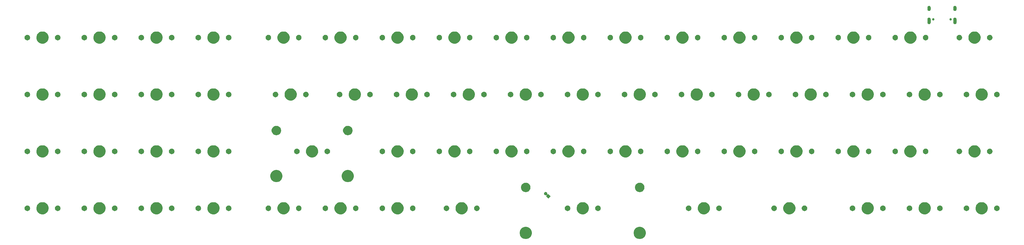
<source format=gbr>
G04 #@! TF.GenerationSoftware,KiCad,Pcbnew,5.0.2+dfsg1-1*
G04 #@! TF.CreationDate,2020-05-11T02:21:25-07:00*
G04 #@! TF.ProjectId,keyboard,6b657962-6f61-4726-942e-6b696361645f,rev?*
G04 #@! TF.SameCoordinates,Original*
G04 #@! TF.FileFunction,Soldermask,Top*
G04 #@! TF.FilePolarity,Negative*
%FSLAX46Y46*%
G04 Gerber Fmt 4.6, Leading zero omitted, Abs format (unit mm)*
G04 Created by KiCad (PCBNEW 5.0.2+dfsg1-1) date Mon 11 May 2020 02:21:25 AM PDT*
%MOMM*%
%LPD*%
G01*
G04 APERTURE LIST*
%ADD10C,0.100000*%
G04 APERTURE END LIST*
D10*
G36*
X186333972Y-138051184D02*
X186333974Y-138051185D01*
X186333975Y-138051185D01*
X186706123Y-138205333D01*
X187041048Y-138429123D01*
X187325877Y-138713952D01*
X187549667Y-139048877D01*
X187703815Y-139421025D01*
X187782400Y-139816095D01*
X187782400Y-140218905D01*
X187703815Y-140613975D01*
X187549667Y-140986123D01*
X187325877Y-141321048D01*
X187041048Y-141605877D01*
X186706123Y-141829667D01*
X186333975Y-141983815D01*
X186333974Y-141983815D01*
X186333972Y-141983816D01*
X185938906Y-142062400D01*
X185536094Y-142062400D01*
X185141028Y-141983816D01*
X185141026Y-141983815D01*
X185141025Y-141983815D01*
X184768877Y-141829667D01*
X184433952Y-141605877D01*
X184149123Y-141321048D01*
X183925333Y-140986123D01*
X183771185Y-140613975D01*
X183692600Y-140218905D01*
X183692600Y-139816095D01*
X183771185Y-139421025D01*
X183925333Y-139048877D01*
X184149123Y-138713952D01*
X184433952Y-138429123D01*
X184768877Y-138205333D01*
X185141025Y-138051185D01*
X185141026Y-138051185D01*
X185141028Y-138051184D01*
X185536094Y-137972600D01*
X185938906Y-137972600D01*
X186333972Y-138051184D01*
X186333972Y-138051184D01*
G37*
G36*
X148233972Y-138051184D02*
X148233974Y-138051185D01*
X148233975Y-138051185D01*
X148606123Y-138205333D01*
X148941048Y-138429123D01*
X149225877Y-138713952D01*
X149449667Y-139048877D01*
X149603815Y-139421025D01*
X149682400Y-139816095D01*
X149682400Y-140218905D01*
X149603815Y-140613975D01*
X149449667Y-140986123D01*
X149225877Y-141321048D01*
X148941048Y-141605877D01*
X148606123Y-141829667D01*
X148233975Y-141983815D01*
X148233974Y-141983815D01*
X148233972Y-141983816D01*
X147838906Y-142062400D01*
X147436094Y-142062400D01*
X147041028Y-141983816D01*
X147041026Y-141983815D01*
X147041025Y-141983815D01*
X146668877Y-141829667D01*
X146333952Y-141605877D01*
X146049123Y-141321048D01*
X145825333Y-140986123D01*
X145671185Y-140613975D01*
X145592600Y-140218905D01*
X145592600Y-139816095D01*
X145671185Y-139421025D01*
X145825333Y-139048877D01*
X146049123Y-138713952D01*
X146333952Y-138429123D01*
X146668877Y-138205333D01*
X147041025Y-138051185D01*
X147041026Y-138051185D01*
X147041028Y-138051184D01*
X147436094Y-137972600D01*
X147838906Y-137972600D01*
X148233972Y-138051184D01*
X148233972Y-138051184D01*
G37*
G36*
X67271472Y-129796184D02*
X67271474Y-129796185D01*
X67271475Y-129796185D01*
X67643623Y-129950333D01*
X67978548Y-130174123D01*
X68263377Y-130458952D01*
X68487167Y-130793877D01*
X68519562Y-130872086D01*
X68641316Y-131166028D01*
X68719900Y-131561094D01*
X68719900Y-131963906D01*
X68672714Y-132201126D01*
X68641315Y-132358975D01*
X68487167Y-132731123D01*
X68263377Y-133066048D01*
X67978548Y-133350877D01*
X67643623Y-133574667D01*
X67271475Y-133728815D01*
X67271474Y-133728815D01*
X67271472Y-133728816D01*
X66876406Y-133807400D01*
X66473594Y-133807400D01*
X66078528Y-133728816D01*
X66078526Y-133728815D01*
X66078525Y-133728815D01*
X65706377Y-133574667D01*
X65371452Y-133350877D01*
X65086623Y-133066048D01*
X64862833Y-132731123D01*
X64708685Y-132358975D01*
X64677287Y-132201126D01*
X64630100Y-131963906D01*
X64630100Y-131561094D01*
X64708684Y-131166028D01*
X64830438Y-130872086D01*
X64862833Y-130793877D01*
X65086623Y-130458952D01*
X65371452Y-130174123D01*
X65706377Y-129950333D01*
X66078525Y-129796185D01*
X66078526Y-129796185D01*
X66078528Y-129796184D01*
X66473594Y-129717600D01*
X66876406Y-129717600D01*
X67271472Y-129796184D01*
X67271472Y-129796184D01*
G37*
G36*
X207765222Y-129796184D02*
X207765224Y-129796185D01*
X207765225Y-129796185D01*
X208137373Y-129950333D01*
X208472298Y-130174123D01*
X208757127Y-130458952D01*
X208980917Y-130793877D01*
X209013312Y-130872086D01*
X209135066Y-131166028D01*
X209213650Y-131561094D01*
X209213650Y-131963906D01*
X209166464Y-132201126D01*
X209135065Y-132358975D01*
X208980917Y-132731123D01*
X208757127Y-133066048D01*
X208472298Y-133350877D01*
X208137373Y-133574667D01*
X207765225Y-133728815D01*
X207765224Y-133728815D01*
X207765222Y-133728816D01*
X207370156Y-133807400D01*
X206967344Y-133807400D01*
X206572278Y-133728816D01*
X206572276Y-133728815D01*
X206572275Y-133728815D01*
X206200127Y-133574667D01*
X205865202Y-133350877D01*
X205580373Y-133066048D01*
X205356583Y-132731123D01*
X205202435Y-132358975D01*
X205171037Y-132201126D01*
X205123850Y-131963906D01*
X205123850Y-131561094D01*
X205202434Y-131166028D01*
X205324188Y-130872086D01*
X205356583Y-130793877D01*
X205580373Y-130458952D01*
X205865202Y-130174123D01*
X206200127Y-129950333D01*
X206572275Y-129796185D01*
X206572276Y-129796185D01*
X206572278Y-129796184D01*
X206967344Y-129717600D01*
X207370156Y-129717600D01*
X207765222Y-129796184D01*
X207765222Y-129796184D01*
G37*
G36*
X126802722Y-129796184D02*
X126802724Y-129796185D01*
X126802725Y-129796185D01*
X127174873Y-129950333D01*
X127509798Y-130174123D01*
X127794627Y-130458952D01*
X128018417Y-130793877D01*
X128050812Y-130872086D01*
X128172566Y-131166028D01*
X128251150Y-131561094D01*
X128251150Y-131963906D01*
X128203964Y-132201126D01*
X128172565Y-132358975D01*
X128018417Y-132731123D01*
X127794627Y-133066048D01*
X127509798Y-133350877D01*
X127174873Y-133574667D01*
X126802725Y-133728815D01*
X126802724Y-133728815D01*
X126802722Y-133728816D01*
X126407656Y-133807400D01*
X126004844Y-133807400D01*
X125609778Y-133728816D01*
X125609776Y-133728815D01*
X125609775Y-133728815D01*
X125237627Y-133574667D01*
X124902702Y-133350877D01*
X124617873Y-133066048D01*
X124394083Y-132731123D01*
X124239935Y-132358975D01*
X124208537Y-132201126D01*
X124161350Y-131963906D01*
X124161350Y-131561094D01*
X124239934Y-131166028D01*
X124361688Y-130872086D01*
X124394083Y-130793877D01*
X124617873Y-130458952D01*
X124902702Y-130174123D01*
X125237627Y-129950333D01*
X125609775Y-129796185D01*
X125609776Y-129796185D01*
X125609778Y-129796184D01*
X126004844Y-129717600D01*
X126407656Y-129717600D01*
X126802722Y-129796184D01*
X126802722Y-129796184D01*
G37*
G36*
X167283972Y-129796184D02*
X167283974Y-129796185D01*
X167283975Y-129796185D01*
X167656123Y-129950333D01*
X167991048Y-130174123D01*
X168275877Y-130458952D01*
X168499667Y-130793877D01*
X168532062Y-130872086D01*
X168653816Y-131166028D01*
X168732400Y-131561094D01*
X168732400Y-131963906D01*
X168685214Y-132201126D01*
X168653815Y-132358975D01*
X168499667Y-132731123D01*
X168275877Y-133066048D01*
X167991048Y-133350877D01*
X167656123Y-133574667D01*
X167283975Y-133728815D01*
X167283974Y-133728815D01*
X167283972Y-133728816D01*
X166888906Y-133807400D01*
X166486094Y-133807400D01*
X166091028Y-133728816D01*
X166091026Y-133728815D01*
X166091025Y-133728815D01*
X165718877Y-133574667D01*
X165383952Y-133350877D01*
X165099123Y-133066048D01*
X164875333Y-132731123D01*
X164721185Y-132358975D01*
X164689787Y-132201126D01*
X164642600Y-131963906D01*
X164642600Y-131561094D01*
X164721184Y-131166028D01*
X164842938Y-130872086D01*
X164875333Y-130793877D01*
X165099123Y-130458952D01*
X165383952Y-130174123D01*
X165718877Y-129950333D01*
X166091025Y-129796185D01*
X166091026Y-129796185D01*
X166091028Y-129796184D01*
X166486094Y-129717600D01*
X166888906Y-129717600D01*
X167283972Y-129796184D01*
X167283972Y-129796184D01*
G37*
G36*
X262533972Y-129796184D02*
X262533974Y-129796185D01*
X262533975Y-129796185D01*
X262906123Y-129950333D01*
X263241048Y-130174123D01*
X263525877Y-130458952D01*
X263749667Y-130793877D01*
X263782062Y-130872086D01*
X263903816Y-131166028D01*
X263982400Y-131561094D01*
X263982400Y-131963906D01*
X263935214Y-132201126D01*
X263903815Y-132358975D01*
X263749667Y-132731123D01*
X263525877Y-133066048D01*
X263241048Y-133350877D01*
X262906123Y-133574667D01*
X262533975Y-133728815D01*
X262533974Y-133728815D01*
X262533972Y-133728816D01*
X262138906Y-133807400D01*
X261736094Y-133807400D01*
X261341028Y-133728816D01*
X261341026Y-133728815D01*
X261341025Y-133728815D01*
X260968877Y-133574667D01*
X260633952Y-133350877D01*
X260349123Y-133066048D01*
X260125333Y-132731123D01*
X259971185Y-132358975D01*
X259939787Y-132201126D01*
X259892600Y-131963906D01*
X259892600Y-131561094D01*
X259971184Y-131166028D01*
X260092938Y-130872086D01*
X260125333Y-130793877D01*
X260349123Y-130458952D01*
X260633952Y-130174123D01*
X260968877Y-129950333D01*
X261341025Y-129796185D01*
X261341026Y-129796185D01*
X261341028Y-129796184D01*
X261736094Y-129717600D01*
X262138906Y-129717600D01*
X262533972Y-129796184D01*
X262533972Y-129796184D01*
G37*
G36*
X281583972Y-129796184D02*
X281583974Y-129796185D01*
X281583975Y-129796185D01*
X281956123Y-129950333D01*
X282291048Y-130174123D01*
X282575877Y-130458952D01*
X282799667Y-130793877D01*
X282832062Y-130872086D01*
X282953816Y-131166028D01*
X283032400Y-131561094D01*
X283032400Y-131963906D01*
X282985214Y-132201126D01*
X282953815Y-132358975D01*
X282799667Y-132731123D01*
X282575877Y-133066048D01*
X282291048Y-133350877D01*
X281956123Y-133574667D01*
X281583975Y-133728815D01*
X281583974Y-133728815D01*
X281583972Y-133728816D01*
X281188906Y-133807400D01*
X280786094Y-133807400D01*
X280391028Y-133728816D01*
X280391026Y-133728815D01*
X280391025Y-133728815D01*
X280018877Y-133574667D01*
X279683952Y-133350877D01*
X279399123Y-133066048D01*
X279175333Y-132731123D01*
X279021185Y-132358975D01*
X278989787Y-132201126D01*
X278942600Y-131963906D01*
X278942600Y-131561094D01*
X279021184Y-131166028D01*
X279142938Y-130872086D01*
X279175333Y-130793877D01*
X279399123Y-130458952D01*
X279683952Y-130174123D01*
X280018877Y-129950333D01*
X280391025Y-129796185D01*
X280391026Y-129796185D01*
X280391028Y-129796184D01*
X280786094Y-129717600D01*
X281188906Y-129717600D01*
X281583972Y-129796184D01*
X281583972Y-129796184D01*
G37*
G36*
X43839972Y-129796184D02*
X43839974Y-129796185D01*
X43839975Y-129796185D01*
X44212123Y-129950333D01*
X44547048Y-130174123D01*
X44831877Y-130458952D01*
X45055667Y-130793877D01*
X45088062Y-130872086D01*
X45209816Y-131166028D01*
X45288400Y-131561094D01*
X45288400Y-131963906D01*
X45241214Y-132201126D01*
X45209815Y-132358975D01*
X45055667Y-132731123D01*
X44831877Y-133066048D01*
X44547048Y-133350877D01*
X44212123Y-133574667D01*
X43839975Y-133728815D01*
X43839974Y-133728815D01*
X43839972Y-133728816D01*
X43444906Y-133807400D01*
X43042094Y-133807400D01*
X42647028Y-133728816D01*
X42647026Y-133728815D01*
X42647025Y-133728815D01*
X42274877Y-133574667D01*
X41939952Y-133350877D01*
X41655123Y-133066048D01*
X41431333Y-132731123D01*
X41277185Y-132358975D01*
X41245787Y-132201126D01*
X41198600Y-131963906D01*
X41198600Y-131561094D01*
X41277184Y-131166028D01*
X41398938Y-130872086D01*
X41431333Y-130793877D01*
X41655123Y-130458952D01*
X41939952Y-130174123D01*
X42274877Y-129950333D01*
X42647025Y-129796185D01*
X42647026Y-129796185D01*
X42647028Y-129796184D01*
X43042094Y-129717600D01*
X43444906Y-129717600D01*
X43839972Y-129796184D01*
X43839972Y-129796184D01*
G37*
G36*
X86321472Y-129796184D02*
X86321474Y-129796185D01*
X86321475Y-129796185D01*
X86693623Y-129950333D01*
X87028548Y-130174123D01*
X87313377Y-130458952D01*
X87537167Y-130793877D01*
X87569562Y-130872086D01*
X87691316Y-131166028D01*
X87769900Y-131561094D01*
X87769900Y-131963906D01*
X87722714Y-132201126D01*
X87691315Y-132358975D01*
X87537167Y-132731123D01*
X87313377Y-133066048D01*
X87028548Y-133350877D01*
X86693623Y-133574667D01*
X86321475Y-133728815D01*
X86321474Y-133728815D01*
X86321472Y-133728816D01*
X85926406Y-133807400D01*
X85523594Y-133807400D01*
X85128528Y-133728816D01*
X85128526Y-133728815D01*
X85128525Y-133728815D01*
X84756377Y-133574667D01*
X84421452Y-133350877D01*
X84136623Y-133066048D01*
X83912833Y-132731123D01*
X83758685Y-132358975D01*
X83727287Y-132201126D01*
X83680100Y-131963906D01*
X83680100Y-131561094D01*
X83758684Y-131166028D01*
X83880438Y-130872086D01*
X83912833Y-130793877D01*
X84136623Y-130458952D01*
X84421452Y-130174123D01*
X84756377Y-129950333D01*
X85128525Y-129796185D01*
X85128526Y-129796185D01*
X85128528Y-129796184D01*
X85523594Y-129717600D01*
X85926406Y-129717600D01*
X86321472Y-129796184D01*
X86321472Y-129796184D01*
G37*
G36*
X5739972Y-129796184D02*
X5739974Y-129796185D01*
X5739975Y-129796185D01*
X6112123Y-129950333D01*
X6447048Y-130174123D01*
X6731877Y-130458952D01*
X6955667Y-130793877D01*
X6988062Y-130872086D01*
X7109816Y-131166028D01*
X7188400Y-131561094D01*
X7188400Y-131963906D01*
X7141214Y-132201126D01*
X7109815Y-132358975D01*
X6955667Y-132731123D01*
X6731877Y-133066048D01*
X6447048Y-133350877D01*
X6112123Y-133574667D01*
X5739975Y-133728815D01*
X5739974Y-133728815D01*
X5739972Y-133728816D01*
X5344906Y-133807400D01*
X4942094Y-133807400D01*
X4547028Y-133728816D01*
X4547026Y-133728815D01*
X4547025Y-133728815D01*
X4174877Y-133574667D01*
X3839952Y-133350877D01*
X3555123Y-133066048D01*
X3331333Y-132731123D01*
X3177185Y-132358975D01*
X3145787Y-132201126D01*
X3098600Y-131963906D01*
X3098600Y-131561094D01*
X3177184Y-131166028D01*
X3298938Y-130872086D01*
X3331333Y-130793877D01*
X3555123Y-130458952D01*
X3839952Y-130174123D01*
X4174877Y-129950333D01*
X4547025Y-129796185D01*
X4547026Y-129796185D01*
X4547028Y-129796184D01*
X4942094Y-129717600D01*
X5344906Y-129717600D01*
X5739972Y-129796184D01*
X5739972Y-129796184D01*
G37*
G36*
X-13310028Y-129796184D02*
X-13310026Y-129796185D01*
X-13310025Y-129796185D01*
X-12937877Y-129950333D01*
X-12602952Y-130174123D01*
X-12318123Y-130458952D01*
X-12094333Y-130793877D01*
X-12061938Y-130872086D01*
X-11940184Y-131166028D01*
X-11861600Y-131561094D01*
X-11861600Y-131963906D01*
X-11908786Y-132201126D01*
X-11940185Y-132358975D01*
X-12094333Y-132731123D01*
X-12318123Y-133066048D01*
X-12602952Y-133350877D01*
X-12937877Y-133574667D01*
X-13310025Y-133728815D01*
X-13310026Y-133728815D01*
X-13310028Y-133728816D01*
X-13705094Y-133807400D01*
X-14107906Y-133807400D01*
X-14502972Y-133728816D01*
X-14502974Y-133728815D01*
X-14502975Y-133728815D01*
X-14875123Y-133574667D01*
X-15210048Y-133350877D01*
X-15494877Y-133066048D01*
X-15718667Y-132731123D01*
X-15872815Y-132358975D01*
X-15904213Y-132201126D01*
X-15951400Y-131963906D01*
X-15951400Y-131561094D01*
X-15872816Y-131166028D01*
X-15751062Y-130872086D01*
X-15718667Y-130793877D01*
X-15494877Y-130458952D01*
X-15210048Y-130174123D01*
X-14875123Y-129950333D01*
X-14502975Y-129796185D01*
X-14502974Y-129796185D01*
X-14502972Y-129796184D01*
X-14107906Y-129717600D01*
X-13705094Y-129717600D01*
X-13310028Y-129796184D01*
X-13310028Y-129796184D01*
G37*
G36*
X300633972Y-129796184D02*
X300633974Y-129796185D01*
X300633975Y-129796185D01*
X301006123Y-129950333D01*
X301341048Y-130174123D01*
X301625877Y-130458952D01*
X301849667Y-130793877D01*
X301882062Y-130872086D01*
X302003816Y-131166028D01*
X302082400Y-131561094D01*
X302082400Y-131963906D01*
X302035214Y-132201126D01*
X302003815Y-132358975D01*
X301849667Y-132731123D01*
X301625877Y-133066048D01*
X301341048Y-133350877D01*
X301006123Y-133574667D01*
X300633975Y-133728815D01*
X300633974Y-133728815D01*
X300633972Y-133728816D01*
X300238906Y-133807400D01*
X299836094Y-133807400D01*
X299441028Y-133728816D01*
X299441026Y-133728815D01*
X299441025Y-133728815D01*
X299068877Y-133574667D01*
X298733952Y-133350877D01*
X298449123Y-133066048D01*
X298225333Y-132731123D01*
X298071185Y-132358975D01*
X298039787Y-132201126D01*
X297992600Y-131963906D01*
X297992600Y-131561094D01*
X298071184Y-131166028D01*
X298192938Y-130872086D01*
X298225333Y-130793877D01*
X298449123Y-130458952D01*
X298733952Y-130174123D01*
X299068877Y-129950333D01*
X299441025Y-129796185D01*
X299441026Y-129796185D01*
X299441028Y-129796184D01*
X299836094Y-129717600D01*
X300238906Y-129717600D01*
X300633972Y-129796184D01*
X300633972Y-129796184D01*
G37*
G36*
X24789972Y-129796184D02*
X24789974Y-129796185D01*
X24789975Y-129796185D01*
X25162123Y-129950333D01*
X25497048Y-130174123D01*
X25781877Y-130458952D01*
X26005667Y-130793877D01*
X26038062Y-130872086D01*
X26159816Y-131166028D01*
X26238400Y-131561094D01*
X26238400Y-131963906D01*
X26191214Y-132201126D01*
X26159815Y-132358975D01*
X26005667Y-132731123D01*
X25781877Y-133066048D01*
X25497048Y-133350877D01*
X25162123Y-133574667D01*
X24789975Y-133728815D01*
X24789974Y-133728815D01*
X24789972Y-133728816D01*
X24394906Y-133807400D01*
X23992094Y-133807400D01*
X23597028Y-133728816D01*
X23597026Y-133728815D01*
X23597025Y-133728815D01*
X23224877Y-133574667D01*
X22889952Y-133350877D01*
X22605123Y-133066048D01*
X22381333Y-132731123D01*
X22227185Y-132358975D01*
X22195787Y-132201126D01*
X22148600Y-131963906D01*
X22148600Y-131561094D01*
X22227184Y-131166028D01*
X22348938Y-130872086D01*
X22381333Y-130793877D01*
X22605123Y-130458952D01*
X22889952Y-130174123D01*
X23224877Y-129950333D01*
X23597025Y-129796185D01*
X23597026Y-129796185D01*
X23597028Y-129796184D01*
X23992094Y-129717600D01*
X24394906Y-129717600D01*
X24789972Y-129796184D01*
X24789972Y-129796184D01*
G37*
G36*
X105371472Y-129796184D02*
X105371474Y-129796185D01*
X105371475Y-129796185D01*
X105743623Y-129950333D01*
X106078548Y-130174123D01*
X106363377Y-130458952D01*
X106587167Y-130793877D01*
X106619562Y-130872086D01*
X106741316Y-131166028D01*
X106819900Y-131561094D01*
X106819900Y-131963906D01*
X106772714Y-132201126D01*
X106741315Y-132358975D01*
X106587167Y-132731123D01*
X106363377Y-133066048D01*
X106078548Y-133350877D01*
X105743623Y-133574667D01*
X105371475Y-133728815D01*
X105371474Y-133728815D01*
X105371472Y-133728816D01*
X104976406Y-133807400D01*
X104573594Y-133807400D01*
X104178528Y-133728816D01*
X104178526Y-133728815D01*
X104178525Y-133728815D01*
X103806377Y-133574667D01*
X103471452Y-133350877D01*
X103186623Y-133066048D01*
X102962833Y-132731123D01*
X102808685Y-132358975D01*
X102777287Y-132201126D01*
X102730100Y-131963906D01*
X102730100Y-131561094D01*
X102808684Y-131166028D01*
X102930438Y-130872086D01*
X102962833Y-130793877D01*
X103186623Y-130458952D01*
X103471452Y-130174123D01*
X103806377Y-129950333D01*
X104178525Y-129796185D01*
X104178526Y-129796185D01*
X104178528Y-129796184D01*
X104573594Y-129717600D01*
X104976406Y-129717600D01*
X105371472Y-129796184D01*
X105371472Y-129796184D01*
G37*
G36*
X236340222Y-129796184D02*
X236340224Y-129796185D01*
X236340225Y-129796185D01*
X236712373Y-129950333D01*
X237047298Y-130174123D01*
X237332127Y-130458952D01*
X237555917Y-130793877D01*
X237588312Y-130872086D01*
X237710066Y-131166028D01*
X237788650Y-131561094D01*
X237788650Y-131963906D01*
X237741464Y-132201126D01*
X237710065Y-132358975D01*
X237555917Y-132731123D01*
X237332127Y-133066048D01*
X237047298Y-133350877D01*
X236712373Y-133574667D01*
X236340225Y-133728815D01*
X236340224Y-133728815D01*
X236340222Y-133728816D01*
X235945156Y-133807400D01*
X235542344Y-133807400D01*
X235147278Y-133728816D01*
X235147276Y-133728815D01*
X235147275Y-133728815D01*
X234775127Y-133574667D01*
X234440202Y-133350877D01*
X234155373Y-133066048D01*
X233931583Y-132731123D01*
X233777435Y-132358975D01*
X233746037Y-132201126D01*
X233698850Y-131963906D01*
X233698850Y-131561094D01*
X233777434Y-131166028D01*
X233899188Y-130872086D01*
X233931583Y-130793877D01*
X234155373Y-130458952D01*
X234440202Y-130174123D01*
X234775127Y-129950333D01*
X235147275Y-129796185D01*
X235147276Y-129796185D01*
X235147278Y-129796184D01*
X235542344Y-129717600D01*
X235945156Y-129717600D01*
X236340222Y-129796184D01*
X236340222Y-129796184D01*
G37*
G36*
X19383604Y-130872085D02*
X19552126Y-130941889D01*
X19703791Y-131043228D01*
X19832772Y-131172209D01*
X19934111Y-131323874D01*
X20003915Y-131492396D01*
X20039500Y-131671297D01*
X20039500Y-131853703D01*
X20003915Y-132032604D01*
X19934111Y-132201126D01*
X19832772Y-132352791D01*
X19703791Y-132481772D01*
X19552126Y-132583111D01*
X19383604Y-132652915D01*
X19204703Y-132688500D01*
X19022297Y-132688500D01*
X18843396Y-132652915D01*
X18674874Y-132583111D01*
X18523209Y-132481772D01*
X18394228Y-132352791D01*
X18292889Y-132201126D01*
X18223085Y-132032604D01*
X18187500Y-131853703D01*
X18187500Y-131671297D01*
X18223085Y-131492396D01*
X18292889Y-131323874D01*
X18394228Y-131172209D01*
X18523209Y-131043228D01*
X18674874Y-130941889D01*
X18843396Y-130872085D01*
X19022297Y-130836500D01*
X19204703Y-130836500D01*
X19383604Y-130872085D01*
X19383604Y-130872085D01*
G37*
G36*
X241093854Y-130872085D02*
X241262376Y-130941889D01*
X241414041Y-131043228D01*
X241543022Y-131172209D01*
X241644361Y-131323874D01*
X241714165Y-131492396D01*
X241749750Y-131671297D01*
X241749750Y-131853703D01*
X241714165Y-132032604D01*
X241644361Y-132201126D01*
X241543022Y-132352791D01*
X241414041Y-132481772D01*
X241262376Y-132583111D01*
X241093854Y-132652915D01*
X240914953Y-132688500D01*
X240732547Y-132688500D01*
X240553646Y-132652915D01*
X240385124Y-132583111D01*
X240233459Y-132481772D01*
X240104478Y-132352791D01*
X240003139Y-132201126D01*
X239933335Y-132032604D01*
X239897750Y-131853703D01*
X239897750Y-131671297D01*
X239933335Y-131492396D01*
X240003139Y-131323874D01*
X240104478Y-131172209D01*
X240233459Y-131043228D01*
X240385124Y-130941889D01*
X240553646Y-130872085D01*
X240732547Y-130836500D01*
X240914953Y-130836500D01*
X241093854Y-130872085D01*
X241093854Y-130872085D01*
G37*
G36*
X230933854Y-130872085D02*
X231102376Y-130941889D01*
X231254041Y-131043228D01*
X231383022Y-131172209D01*
X231484361Y-131323874D01*
X231554165Y-131492396D01*
X231589750Y-131671297D01*
X231589750Y-131853703D01*
X231554165Y-132032604D01*
X231484361Y-132201126D01*
X231383022Y-132352791D01*
X231254041Y-132481772D01*
X231102376Y-132583111D01*
X230933854Y-132652915D01*
X230754953Y-132688500D01*
X230572547Y-132688500D01*
X230393646Y-132652915D01*
X230225124Y-132583111D01*
X230073459Y-132481772D01*
X229944478Y-132352791D01*
X229843139Y-132201126D01*
X229773335Y-132032604D01*
X229737750Y-131853703D01*
X229737750Y-131671297D01*
X229773335Y-131492396D01*
X229843139Y-131323874D01*
X229944478Y-131172209D01*
X230073459Y-131043228D01*
X230225124Y-130941889D01*
X230393646Y-130872085D01*
X230572547Y-130836500D01*
X230754953Y-130836500D01*
X230933854Y-130872085D01*
X230933854Y-130872085D01*
G37*
G36*
X131556354Y-130872085D02*
X131724876Y-130941889D01*
X131876541Y-131043228D01*
X132005522Y-131172209D01*
X132106861Y-131323874D01*
X132176665Y-131492396D01*
X132212250Y-131671297D01*
X132212250Y-131853703D01*
X132176665Y-132032604D01*
X132106861Y-132201126D01*
X132005522Y-132352791D01*
X131876541Y-132481772D01*
X131724876Y-132583111D01*
X131556354Y-132652915D01*
X131377453Y-132688500D01*
X131195047Y-132688500D01*
X131016146Y-132652915D01*
X130847624Y-132583111D01*
X130695959Y-132481772D01*
X130566978Y-132352791D01*
X130465639Y-132201126D01*
X130395835Y-132032604D01*
X130360250Y-131853703D01*
X130360250Y-131671297D01*
X130395835Y-131492396D01*
X130465639Y-131323874D01*
X130566978Y-131172209D01*
X130695959Y-131043228D01*
X130847624Y-130941889D01*
X131016146Y-130872085D01*
X131195047Y-130836500D01*
X131377453Y-130836500D01*
X131556354Y-130872085D01*
X131556354Y-130872085D01*
G37*
G36*
X121396354Y-130872085D02*
X121564876Y-130941889D01*
X121716541Y-131043228D01*
X121845522Y-131172209D01*
X121946861Y-131323874D01*
X122016665Y-131492396D01*
X122052250Y-131671297D01*
X122052250Y-131853703D01*
X122016665Y-132032604D01*
X121946861Y-132201126D01*
X121845522Y-132352791D01*
X121716541Y-132481772D01*
X121564876Y-132583111D01*
X121396354Y-132652915D01*
X121217453Y-132688500D01*
X121035047Y-132688500D01*
X120856146Y-132652915D01*
X120687624Y-132583111D01*
X120535959Y-132481772D01*
X120406978Y-132352791D01*
X120305639Y-132201126D01*
X120235835Y-132032604D01*
X120200250Y-131853703D01*
X120200250Y-131671297D01*
X120235835Y-131492396D01*
X120305639Y-131323874D01*
X120406978Y-131172209D01*
X120535959Y-131043228D01*
X120687624Y-130941889D01*
X120856146Y-130872085D01*
X121035047Y-130836500D01*
X121217453Y-130836500D01*
X121396354Y-130872085D01*
X121396354Y-130872085D01*
G37*
G36*
X212518854Y-130872085D02*
X212687376Y-130941889D01*
X212839041Y-131043228D01*
X212968022Y-131172209D01*
X213069361Y-131323874D01*
X213139165Y-131492396D01*
X213174750Y-131671297D01*
X213174750Y-131853703D01*
X213139165Y-132032604D01*
X213069361Y-132201126D01*
X212968022Y-132352791D01*
X212839041Y-132481772D01*
X212687376Y-132583111D01*
X212518854Y-132652915D01*
X212339953Y-132688500D01*
X212157547Y-132688500D01*
X211978646Y-132652915D01*
X211810124Y-132583111D01*
X211658459Y-132481772D01*
X211529478Y-132352791D01*
X211428139Y-132201126D01*
X211358335Y-132032604D01*
X211322750Y-131853703D01*
X211322750Y-131671297D01*
X211358335Y-131492396D01*
X211428139Y-131323874D01*
X211529478Y-131172209D01*
X211658459Y-131043228D01*
X211810124Y-130941889D01*
X211978646Y-130872085D01*
X212157547Y-130836500D01*
X212339953Y-130836500D01*
X212518854Y-130872085D01*
X212518854Y-130872085D01*
G37*
G36*
X202358854Y-130872085D02*
X202527376Y-130941889D01*
X202679041Y-131043228D01*
X202808022Y-131172209D01*
X202909361Y-131323874D01*
X202979165Y-131492396D01*
X203014750Y-131671297D01*
X203014750Y-131853703D01*
X202979165Y-132032604D01*
X202909361Y-132201126D01*
X202808022Y-132352791D01*
X202679041Y-132481772D01*
X202527376Y-132583111D01*
X202358854Y-132652915D01*
X202179953Y-132688500D01*
X201997547Y-132688500D01*
X201818646Y-132652915D01*
X201650124Y-132583111D01*
X201498459Y-132481772D01*
X201369478Y-132352791D01*
X201268139Y-132201126D01*
X201198335Y-132032604D01*
X201162750Y-131853703D01*
X201162750Y-131671297D01*
X201198335Y-131492396D01*
X201268139Y-131323874D01*
X201369478Y-131172209D01*
X201498459Y-131043228D01*
X201650124Y-130941889D01*
X201818646Y-130872085D01*
X201997547Y-130836500D01*
X202179953Y-130836500D01*
X202358854Y-130872085D01*
X202358854Y-130872085D01*
G37*
G36*
X72025104Y-130872085D02*
X72193626Y-130941889D01*
X72345291Y-131043228D01*
X72474272Y-131172209D01*
X72575611Y-131323874D01*
X72645415Y-131492396D01*
X72681000Y-131671297D01*
X72681000Y-131853703D01*
X72645415Y-132032604D01*
X72575611Y-132201126D01*
X72474272Y-132352791D01*
X72345291Y-132481772D01*
X72193626Y-132583111D01*
X72025104Y-132652915D01*
X71846203Y-132688500D01*
X71663797Y-132688500D01*
X71484896Y-132652915D01*
X71316374Y-132583111D01*
X71164709Y-132481772D01*
X71035728Y-132352791D01*
X70934389Y-132201126D01*
X70864585Y-132032604D01*
X70829000Y-131853703D01*
X70829000Y-131671297D01*
X70864585Y-131492396D01*
X70934389Y-131323874D01*
X71035728Y-131172209D01*
X71164709Y-131043228D01*
X71316374Y-130941889D01*
X71484896Y-130872085D01*
X71663797Y-130836500D01*
X71846203Y-130836500D01*
X72025104Y-130872085D01*
X72025104Y-130872085D01*
G37*
G36*
X61865104Y-130872085D02*
X62033626Y-130941889D01*
X62185291Y-131043228D01*
X62314272Y-131172209D01*
X62415611Y-131323874D01*
X62485415Y-131492396D01*
X62521000Y-131671297D01*
X62521000Y-131853703D01*
X62485415Y-132032604D01*
X62415611Y-132201126D01*
X62314272Y-132352791D01*
X62185291Y-132481772D01*
X62033626Y-132583111D01*
X61865104Y-132652915D01*
X61686203Y-132688500D01*
X61503797Y-132688500D01*
X61324896Y-132652915D01*
X61156374Y-132583111D01*
X61004709Y-132481772D01*
X60875728Y-132352791D01*
X60774389Y-132201126D01*
X60704585Y-132032604D01*
X60669000Y-131853703D01*
X60669000Y-131671297D01*
X60704585Y-131492396D01*
X60774389Y-131323874D01*
X60875728Y-131172209D01*
X61004709Y-131043228D01*
X61156374Y-130941889D01*
X61324896Y-130872085D01*
X61503797Y-130836500D01*
X61686203Y-130836500D01*
X61865104Y-130872085D01*
X61865104Y-130872085D01*
G37*
G36*
X172037604Y-130872085D02*
X172206126Y-130941889D01*
X172357791Y-131043228D01*
X172486772Y-131172209D01*
X172588111Y-131323874D01*
X172657915Y-131492396D01*
X172693500Y-131671297D01*
X172693500Y-131853703D01*
X172657915Y-132032604D01*
X172588111Y-132201126D01*
X172486772Y-132352791D01*
X172357791Y-132481772D01*
X172206126Y-132583111D01*
X172037604Y-132652915D01*
X171858703Y-132688500D01*
X171676297Y-132688500D01*
X171497396Y-132652915D01*
X171328874Y-132583111D01*
X171177209Y-132481772D01*
X171048228Y-132352791D01*
X170946889Y-132201126D01*
X170877085Y-132032604D01*
X170841500Y-131853703D01*
X170841500Y-131671297D01*
X170877085Y-131492396D01*
X170946889Y-131323874D01*
X171048228Y-131172209D01*
X171177209Y-131043228D01*
X171328874Y-130941889D01*
X171497396Y-130872085D01*
X171676297Y-130836500D01*
X171858703Y-130836500D01*
X172037604Y-130872085D01*
X172037604Y-130872085D01*
G37*
G36*
X161877604Y-130872085D02*
X162046126Y-130941889D01*
X162197791Y-131043228D01*
X162326772Y-131172209D01*
X162428111Y-131323874D01*
X162497915Y-131492396D01*
X162533500Y-131671297D01*
X162533500Y-131853703D01*
X162497915Y-132032604D01*
X162428111Y-132201126D01*
X162326772Y-132352791D01*
X162197791Y-132481772D01*
X162046126Y-132583111D01*
X161877604Y-132652915D01*
X161698703Y-132688500D01*
X161516297Y-132688500D01*
X161337396Y-132652915D01*
X161168874Y-132583111D01*
X161017209Y-132481772D01*
X160888228Y-132352791D01*
X160786889Y-132201126D01*
X160717085Y-132032604D01*
X160681500Y-131853703D01*
X160681500Y-131671297D01*
X160717085Y-131492396D01*
X160786889Y-131323874D01*
X160888228Y-131172209D01*
X161017209Y-131043228D01*
X161168874Y-130941889D01*
X161337396Y-130872085D01*
X161516297Y-130836500D01*
X161698703Y-130836500D01*
X161877604Y-130872085D01*
X161877604Y-130872085D01*
G37*
G36*
X267287604Y-130872085D02*
X267456126Y-130941889D01*
X267607791Y-131043228D01*
X267736772Y-131172209D01*
X267838111Y-131323874D01*
X267907915Y-131492396D01*
X267943500Y-131671297D01*
X267943500Y-131853703D01*
X267907915Y-132032604D01*
X267838111Y-132201126D01*
X267736772Y-132352791D01*
X267607791Y-132481772D01*
X267456126Y-132583111D01*
X267287604Y-132652915D01*
X267108703Y-132688500D01*
X266926297Y-132688500D01*
X266747396Y-132652915D01*
X266578874Y-132583111D01*
X266427209Y-132481772D01*
X266298228Y-132352791D01*
X266196889Y-132201126D01*
X266127085Y-132032604D01*
X266091500Y-131853703D01*
X266091500Y-131671297D01*
X266127085Y-131492396D01*
X266196889Y-131323874D01*
X266298228Y-131172209D01*
X266427209Y-131043228D01*
X266578874Y-130941889D01*
X266747396Y-130872085D01*
X266926297Y-130836500D01*
X267108703Y-130836500D01*
X267287604Y-130872085D01*
X267287604Y-130872085D01*
G37*
G36*
X257127604Y-130872085D02*
X257296126Y-130941889D01*
X257447791Y-131043228D01*
X257576772Y-131172209D01*
X257678111Y-131323874D01*
X257747915Y-131492396D01*
X257783500Y-131671297D01*
X257783500Y-131853703D01*
X257747915Y-132032604D01*
X257678111Y-132201126D01*
X257576772Y-132352791D01*
X257447791Y-132481772D01*
X257296126Y-132583111D01*
X257127604Y-132652915D01*
X256948703Y-132688500D01*
X256766297Y-132688500D01*
X256587396Y-132652915D01*
X256418874Y-132583111D01*
X256267209Y-132481772D01*
X256138228Y-132352791D01*
X256036889Y-132201126D01*
X255967085Y-132032604D01*
X255931500Y-131853703D01*
X255931500Y-131671297D01*
X255967085Y-131492396D01*
X256036889Y-131323874D01*
X256138228Y-131172209D01*
X256267209Y-131043228D01*
X256418874Y-130941889D01*
X256587396Y-130872085D01*
X256766297Y-130836500D01*
X256948703Y-130836500D01*
X257127604Y-130872085D01*
X257127604Y-130872085D01*
G37*
G36*
X295227604Y-130872085D02*
X295396126Y-130941889D01*
X295547791Y-131043228D01*
X295676772Y-131172209D01*
X295778111Y-131323874D01*
X295847915Y-131492396D01*
X295883500Y-131671297D01*
X295883500Y-131853703D01*
X295847915Y-132032604D01*
X295778111Y-132201126D01*
X295676772Y-132352791D01*
X295547791Y-132481772D01*
X295396126Y-132583111D01*
X295227604Y-132652915D01*
X295048703Y-132688500D01*
X294866297Y-132688500D01*
X294687396Y-132652915D01*
X294518874Y-132583111D01*
X294367209Y-132481772D01*
X294238228Y-132352791D01*
X294136889Y-132201126D01*
X294067085Y-132032604D01*
X294031500Y-131853703D01*
X294031500Y-131671297D01*
X294067085Y-131492396D01*
X294136889Y-131323874D01*
X294238228Y-131172209D01*
X294367209Y-131043228D01*
X294518874Y-130941889D01*
X294687396Y-130872085D01*
X294866297Y-130836500D01*
X295048703Y-130836500D01*
X295227604Y-130872085D01*
X295227604Y-130872085D01*
G37*
G36*
X29543604Y-130872085D02*
X29712126Y-130941889D01*
X29863791Y-131043228D01*
X29992772Y-131172209D01*
X30094111Y-131323874D01*
X30163915Y-131492396D01*
X30199500Y-131671297D01*
X30199500Y-131853703D01*
X30163915Y-132032604D01*
X30094111Y-132201126D01*
X29992772Y-132352791D01*
X29863791Y-132481772D01*
X29712126Y-132583111D01*
X29543604Y-132652915D01*
X29364703Y-132688500D01*
X29182297Y-132688500D01*
X29003396Y-132652915D01*
X28834874Y-132583111D01*
X28683209Y-132481772D01*
X28554228Y-132352791D01*
X28452889Y-132201126D01*
X28383085Y-132032604D01*
X28347500Y-131853703D01*
X28347500Y-131671297D01*
X28383085Y-131492396D01*
X28452889Y-131323874D01*
X28554228Y-131172209D01*
X28683209Y-131043228D01*
X28834874Y-130941889D01*
X29003396Y-130872085D01*
X29182297Y-130836500D01*
X29364703Y-130836500D01*
X29543604Y-130872085D01*
X29543604Y-130872085D01*
G37*
G36*
X38433604Y-130872085D02*
X38602126Y-130941889D01*
X38753791Y-131043228D01*
X38882772Y-131172209D01*
X38984111Y-131323874D01*
X39053915Y-131492396D01*
X39089500Y-131671297D01*
X39089500Y-131853703D01*
X39053915Y-132032604D01*
X38984111Y-132201126D01*
X38882772Y-132352791D01*
X38753791Y-132481772D01*
X38602126Y-132583111D01*
X38433604Y-132652915D01*
X38254703Y-132688500D01*
X38072297Y-132688500D01*
X37893396Y-132652915D01*
X37724874Y-132583111D01*
X37573209Y-132481772D01*
X37444228Y-132352791D01*
X37342889Y-132201126D01*
X37273085Y-132032604D01*
X37237500Y-131853703D01*
X37237500Y-131671297D01*
X37273085Y-131492396D01*
X37342889Y-131323874D01*
X37444228Y-131172209D01*
X37573209Y-131043228D01*
X37724874Y-130941889D01*
X37893396Y-130872085D01*
X38072297Y-130836500D01*
X38254703Y-130836500D01*
X38433604Y-130872085D01*
X38433604Y-130872085D01*
G37*
G36*
X-18716396Y-130872085D02*
X-18547874Y-130941889D01*
X-18396209Y-131043228D01*
X-18267228Y-131172209D01*
X-18165889Y-131323874D01*
X-18096085Y-131492396D01*
X-18060500Y-131671297D01*
X-18060500Y-131853703D01*
X-18096085Y-132032604D01*
X-18165889Y-132201126D01*
X-18267228Y-132352791D01*
X-18396209Y-132481772D01*
X-18547874Y-132583111D01*
X-18716396Y-132652915D01*
X-18895297Y-132688500D01*
X-19077703Y-132688500D01*
X-19256604Y-132652915D01*
X-19425126Y-132583111D01*
X-19576791Y-132481772D01*
X-19705772Y-132352791D01*
X-19807111Y-132201126D01*
X-19876915Y-132032604D01*
X-19912500Y-131853703D01*
X-19912500Y-131671297D01*
X-19876915Y-131492396D01*
X-19807111Y-131323874D01*
X-19705772Y-131172209D01*
X-19576791Y-131043228D01*
X-19425126Y-130941889D01*
X-19256604Y-130872085D01*
X-19077703Y-130836500D01*
X-18895297Y-130836500D01*
X-18716396Y-130872085D01*
X-18716396Y-130872085D01*
G37*
G36*
X99965104Y-130872085D02*
X100133626Y-130941889D01*
X100285291Y-131043228D01*
X100414272Y-131172209D01*
X100515611Y-131323874D01*
X100585415Y-131492396D01*
X100621000Y-131671297D01*
X100621000Y-131853703D01*
X100585415Y-132032604D01*
X100515611Y-132201126D01*
X100414272Y-132352791D01*
X100285291Y-132481772D01*
X100133626Y-132583111D01*
X99965104Y-132652915D01*
X99786203Y-132688500D01*
X99603797Y-132688500D01*
X99424896Y-132652915D01*
X99256374Y-132583111D01*
X99104709Y-132481772D01*
X98975728Y-132352791D01*
X98874389Y-132201126D01*
X98804585Y-132032604D01*
X98769000Y-131853703D01*
X98769000Y-131671297D01*
X98804585Y-131492396D01*
X98874389Y-131323874D01*
X98975728Y-131172209D01*
X99104709Y-131043228D01*
X99256374Y-130941889D01*
X99424896Y-130872085D01*
X99603797Y-130836500D01*
X99786203Y-130836500D01*
X99965104Y-130872085D01*
X99965104Y-130872085D01*
G37*
G36*
X48593604Y-130872085D02*
X48762126Y-130941889D01*
X48913791Y-131043228D01*
X49042772Y-131172209D01*
X49144111Y-131323874D01*
X49213915Y-131492396D01*
X49249500Y-131671297D01*
X49249500Y-131853703D01*
X49213915Y-132032604D01*
X49144111Y-132201126D01*
X49042772Y-132352791D01*
X48913791Y-132481772D01*
X48762126Y-132583111D01*
X48593604Y-132652915D01*
X48414703Y-132688500D01*
X48232297Y-132688500D01*
X48053396Y-132652915D01*
X47884874Y-132583111D01*
X47733209Y-132481772D01*
X47604228Y-132352791D01*
X47502889Y-132201126D01*
X47433085Y-132032604D01*
X47397500Y-131853703D01*
X47397500Y-131671297D01*
X47433085Y-131492396D01*
X47502889Y-131323874D01*
X47604228Y-131172209D01*
X47733209Y-131043228D01*
X47884874Y-130941889D01*
X48053396Y-130872085D01*
X48232297Y-130836500D01*
X48414703Y-130836500D01*
X48593604Y-130872085D01*
X48593604Y-130872085D01*
G37*
G36*
X110125104Y-130872085D02*
X110293626Y-130941889D01*
X110445291Y-131043228D01*
X110574272Y-131172209D01*
X110675611Y-131323874D01*
X110745415Y-131492396D01*
X110781000Y-131671297D01*
X110781000Y-131853703D01*
X110745415Y-132032604D01*
X110675611Y-132201126D01*
X110574272Y-132352791D01*
X110445291Y-132481772D01*
X110293626Y-132583111D01*
X110125104Y-132652915D01*
X109946203Y-132688500D01*
X109763797Y-132688500D01*
X109584896Y-132652915D01*
X109416374Y-132583111D01*
X109264709Y-132481772D01*
X109135728Y-132352791D01*
X109034389Y-132201126D01*
X108964585Y-132032604D01*
X108929000Y-131853703D01*
X108929000Y-131671297D01*
X108964585Y-131492396D01*
X109034389Y-131323874D01*
X109135728Y-131172209D01*
X109264709Y-131043228D01*
X109416374Y-130941889D01*
X109584896Y-130872085D01*
X109763797Y-130836500D01*
X109946203Y-130836500D01*
X110125104Y-130872085D01*
X110125104Y-130872085D01*
G37*
G36*
X286337604Y-130872085D02*
X286506126Y-130941889D01*
X286657791Y-131043228D01*
X286786772Y-131172209D01*
X286888111Y-131323874D01*
X286957915Y-131492396D01*
X286993500Y-131671297D01*
X286993500Y-131853703D01*
X286957915Y-132032604D01*
X286888111Y-132201126D01*
X286786772Y-132352791D01*
X286657791Y-132481772D01*
X286506126Y-132583111D01*
X286337604Y-132652915D01*
X286158703Y-132688500D01*
X285976297Y-132688500D01*
X285797396Y-132652915D01*
X285628874Y-132583111D01*
X285477209Y-132481772D01*
X285348228Y-132352791D01*
X285246889Y-132201126D01*
X285177085Y-132032604D01*
X285141500Y-131853703D01*
X285141500Y-131671297D01*
X285177085Y-131492396D01*
X285246889Y-131323874D01*
X285348228Y-131172209D01*
X285477209Y-131043228D01*
X285628874Y-130941889D01*
X285797396Y-130872085D01*
X285976297Y-130836500D01*
X286158703Y-130836500D01*
X286337604Y-130872085D01*
X286337604Y-130872085D01*
G37*
G36*
X80915104Y-130872085D02*
X81083626Y-130941889D01*
X81235291Y-131043228D01*
X81364272Y-131172209D01*
X81465611Y-131323874D01*
X81535415Y-131492396D01*
X81571000Y-131671297D01*
X81571000Y-131853703D01*
X81535415Y-132032604D01*
X81465611Y-132201126D01*
X81364272Y-132352791D01*
X81235291Y-132481772D01*
X81083626Y-132583111D01*
X80915104Y-132652915D01*
X80736203Y-132688500D01*
X80553797Y-132688500D01*
X80374896Y-132652915D01*
X80206374Y-132583111D01*
X80054709Y-132481772D01*
X79925728Y-132352791D01*
X79824389Y-132201126D01*
X79754585Y-132032604D01*
X79719000Y-131853703D01*
X79719000Y-131671297D01*
X79754585Y-131492396D01*
X79824389Y-131323874D01*
X79925728Y-131172209D01*
X80054709Y-131043228D01*
X80206374Y-130941889D01*
X80374896Y-130872085D01*
X80553797Y-130836500D01*
X80736203Y-130836500D01*
X80915104Y-130872085D01*
X80915104Y-130872085D01*
G37*
G36*
X333604Y-130872085D02*
X502126Y-130941889D01*
X653791Y-131043228D01*
X782772Y-131172209D01*
X884111Y-131323874D01*
X953915Y-131492396D01*
X989500Y-131671297D01*
X989500Y-131853703D01*
X953915Y-132032604D01*
X884111Y-132201126D01*
X782772Y-132352791D01*
X653791Y-132481772D01*
X502126Y-132583111D01*
X333604Y-132652915D01*
X154703Y-132688500D01*
X-27703Y-132688500D01*
X-206604Y-132652915D01*
X-375126Y-132583111D01*
X-526791Y-132481772D01*
X-655772Y-132352791D01*
X-757111Y-132201126D01*
X-826915Y-132032604D01*
X-862500Y-131853703D01*
X-862500Y-131671297D01*
X-826915Y-131492396D01*
X-757111Y-131323874D01*
X-655772Y-131172209D01*
X-526791Y-131043228D01*
X-375126Y-130941889D01*
X-206604Y-130872085D01*
X-27703Y-130836500D01*
X154703Y-130836500D01*
X333604Y-130872085D01*
X333604Y-130872085D01*
G37*
G36*
X10493604Y-130872085D02*
X10662126Y-130941889D01*
X10813791Y-131043228D01*
X10942772Y-131172209D01*
X11044111Y-131323874D01*
X11113915Y-131492396D01*
X11149500Y-131671297D01*
X11149500Y-131853703D01*
X11113915Y-132032604D01*
X11044111Y-132201126D01*
X10942772Y-132352791D01*
X10813791Y-132481772D01*
X10662126Y-132583111D01*
X10493604Y-132652915D01*
X10314703Y-132688500D01*
X10132297Y-132688500D01*
X9953396Y-132652915D01*
X9784874Y-132583111D01*
X9633209Y-132481772D01*
X9504228Y-132352791D01*
X9402889Y-132201126D01*
X9333085Y-132032604D01*
X9297500Y-131853703D01*
X9297500Y-131671297D01*
X9333085Y-131492396D01*
X9402889Y-131323874D01*
X9504228Y-131172209D01*
X9633209Y-131043228D01*
X9784874Y-130941889D01*
X9953396Y-130872085D01*
X10132297Y-130836500D01*
X10314703Y-130836500D01*
X10493604Y-130872085D01*
X10493604Y-130872085D01*
G37*
G36*
X-8556396Y-130872085D02*
X-8387874Y-130941889D01*
X-8236209Y-131043228D01*
X-8107228Y-131172209D01*
X-8005889Y-131323874D01*
X-7936085Y-131492396D01*
X-7900500Y-131671297D01*
X-7900500Y-131853703D01*
X-7936085Y-132032604D01*
X-8005889Y-132201126D01*
X-8107228Y-132352791D01*
X-8236209Y-132481772D01*
X-8387874Y-132583111D01*
X-8556396Y-132652915D01*
X-8735297Y-132688500D01*
X-8917703Y-132688500D01*
X-9096604Y-132652915D01*
X-9265126Y-132583111D01*
X-9416791Y-132481772D01*
X-9545772Y-132352791D01*
X-9647111Y-132201126D01*
X-9716915Y-132032604D01*
X-9752500Y-131853703D01*
X-9752500Y-131671297D01*
X-9716915Y-131492396D01*
X-9647111Y-131323874D01*
X-9545772Y-131172209D01*
X-9416791Y-131043228D01*
X-9265126Y-130941889D01*
X-9096604Y-130872085D01*
X-8917703Y-130836500D01*
X-8735297Y-130836500D01*
X-8556396Y-130872085D01*
X-8556396Y-130872085D01*
G37*
G36*
X276177604Y-130872085D02*
X276346126Y-130941889D01*
X276497791Y-131043228D01*
X276626772Y-131172209D01*
X276728111Y-131323874D01*
X276797915Y-131492396D01*
X276833500Y-131671297D01*
X276833500Y-131853703D01*
X276797915Y-132032604D01*
X276728111Y-132201126D01*
X276626772Y-132352791D01*
X276497791Y-132481772D01*
X276346126Y-132583111D01*
X276177604Y-132652915D01*
X275998703Y-132688500D01*
X275816297Y-132688500D01*
X275637396Y-132652915D01*
X275468874Y-132583111D01*
X275317209Y-132481772D01*
X275188228Y-132352791D01*
X275086889Y-132201126D01*
X275017085Y-132032604D01*
X274981500Y-131853703D01*
X274981500Y-131671297D01*
X275017085Y-131492396D01*
X275086889Y-131323874D01*
X275188228Y-131172209D01*
X275317209Y-131043228D01*
X275468874Y-130941889D01*
X275637396Y-130872085D01*
X275816297Y-130836500D01*
X275998703Y-130836500D01*
X276177604Y-130872085D01*
X276177604Y-130872085D01*
G37*
G36*
X305387604Y-130872085D02*
X305556126Y-130941889D01*
X305707791Y-131043228D01*
X305836772Y-131172209D01*
X305938111Y-131323874D01*
X306007915Y-131492396D01*
X306043500Y-131671297D01*
X306043500Y-131853703D01*
X306007915Y-132032604D01*
X305938111Y-132201126D01*
X305836772Y-132352791D01*
X305707791Y-132481772D01*
X305556126Y-132583111D01*
X305387604Y-132652915D01*
X305208703Y-132688500D01*
X305026297Y-132688500D01*
X304847396Y-132652915D01*
X304678874Y-132583111D01*
X304527209Y-132481772D01*
X304398228Y-132352791D01*
X304296889Y-132201126D01*
X304227085Y-132032604D01*
X304191500Y-131853703D01*
X304191500Y-131671297D01*
X304227085Y-131492396D01*
X304296889Y-131323874D01*
X304398228Y-131172209D01*
X304527209Y-131043228D01*
X304678874Y-130941889D01*
X304847396Y-130872085D01*
X305026297Y-130836500D01*
X305208703Y-130836500D01*
X305387604Y-130872085D01*
X305387604Y-130872085D01*
G37*
G36*
X91075104Y-130872085D02*
X91243626Y-130941889D01*
X91395291Y-131043228D01*
X91524272Y-131172209D01*
X91625611Y-131323874D01*
X91695415Y-131492396D01*
X91731000Y-131671297D01*
X91731000Y-131853703D01*
X91695415Y-132032604D01*
X91625611Y-132201126D01*
X91524272Y-132352791D01*
X91395291Y-132481772D01*
X91243626Y-132583111D01*
X91075104Y-132652915D01*
X90896203Y-132688500D01*
X90713797Y-132688500D01*
X90534896Y-132652915D01*
X90366374Y-132583111D01*
X90214709Y-132481772D01*
X90085728Y-132352791D01*
X89984389Y-132201126D01*
X89914585Y-132032604D01*
X89879000Y-131853703D01*
X89879000Y-131671297D01*
X89914585Y-131492396D01*
X89984389Y-131323874D01*
X90085728Y-131172209D01*
X90214709Y-131043228D01*
X90366374Y-130941889D01*
X90534896Y-130872085D01*
X90713797Y-130836500D01*
X90896203Y-130836500D01*
X91075104Y-130872085D01*
X91075104Y-130872085D01*
G37*
G36*
X154403989Y-126320947D02*
X154507853Y-126352453D01*
X154603574Y-126403618D01*
X154687475Y-126472473D01*
X154756330Y-126556374D01*
X154807495Y-126652095D01*
X154839001Y-126755959D01*
X154849640Y-126863974D01*
X154839001Y-126971989D01*
X154824587Y-127019508D01*
X154819808Y-127043535D01*
X154819808Y-127068039D01*
X154824589Y-127092072D01*
X154833966Y-127114711D01*
X154847580Y-127135086D01*
X154864907Y-127152413D01*
X154885282Y-127166026D01*
X154907921Y-127175404D01*
X154931955Y-127180184D01*
X154956459Y-127180184D01*
X154980492Y-127175403D01*
X155003131Y-127166026D01*
X155032594Y-127144174D01*
X155194000Y-126982768D01*
X155973232Y-127762000D01*
X155194000Y-128541232D01*
X154414768Y-127762000D01*
X154576174Y-127600594D01*
X154591720Y-127581652D01*
X154603271Y-127560041D01*
X154610384Y-127536592D01*
X154612786Y-127512206D01*
X154610384Y-127487820D01*
X154603271Y-127464371D01*
X154591720Y-127442760D01*
X154576174Y-127423818D01*
X154557232Y-127408272D01*
X154535621Y-127396721D01*
X154512172Y-127389608D01*
X154487786Y-127387206D01*
X154451506Y-127392587D01*
X154403989Y-127407001D01*
X154323041Y-127414974D01*
X154268907Y-127414974D01*
X154187959Y-127407001D01*
X154084095Y-127375495D01*
X153988374Y-127324330D01*
X153904473Y-127255475D01*
X153835618Y-127171574D01*
X153784453Y-127075853D01*
X153752947Y-126971989D01*
X153742308Y-126863974D01*
X153752947Y-126755959D01*
X153784453Y-126652095D01*
X153835618Y-126556374D01*
X153904473Y-126472473D01*
X153988374Y-126403618D01*
X154084095Y-126352453D01*
X154187959Y-126320947D01*
X154268907Y-126312974D01*
X154323041Y-126312974D01*
X154403989Y-126320947D01*
X154403989Y-126320947D01*
G37*
G36*
X186196911Y-123263026D02*
X186315637Y-123312204D01*
X186483541Y-123381752D01*
X186741507Y-123554119D01*
X186960881Y-123773493D01*
X187133248Y-124031459D01*
X187251974Y-124318090D01*
X187312500Y-124622375D01*
X187312500Y-124932625D01*
X187251974Y-125236910D01*
X187133248Y-125523541D01*
X186960881Y-125781507D01*
X186741507Y-126000881D01*
X186483541Y-126173248D01*
X186315637Y-126242796D01*
X186196911Y-126291974D01*
X186091336Y-126312974D01*
X185892625Y-126352500D01*
X185582375Y-126352500D01*
X185383664Y-126312974D01*
X185278089Y-126291974D01*
X185159363Y-126242796D01*
X184991459Y-126173248D01*
X184733493Y-126000881D01*
X184514119Y-125781507D01*
X184341752Y-125523541D01*
X184223026Y-125236910D01*
X184162500Y-124932625D01*
X184162500Y-124622375D01*
X184223026Y-124318090D01*
X184341752Y-124031459D01*
X184514119Y-123773493D01*
X184733493Y-123554119D01*
X184991459Y-123381752D01*
X185159363Y-123312204D01*
X185278089Y-123263026D01*
X185582375Y-123202500D01*
X185892625Y-123202500D01*
X186196911Y-123263026D01*
X186196911Y-123263026D01*
G37*
G36*
X148096911Y-123263026D02*
X148215637Y-123312204D01*
X148383541Y-123381752D01*
X148641507Y-123554119D01*
X148860881Y-123773493D01*
X149033248Y-124031459D01*
X149151974Y-124318090D01*
X149212500Y-124622375D01*
X149212500Y-124932625D01*
X149151974Y-125236910D01*
X149033248Y-125523541D01*
X148860881Y-125781507D01*
X148641507Y-126000881D01*
X148383541Y-126173248D01*
X148215637Y-126242796D01*
X148096911Y-126291974D01*
X147991336Y-126312974D01*
X147792625Y-126352500D01*
X147482375Y-126352500D01*
X147283664Y-126312974D01*
X147178089Y-126291974D01*
X147059363Y-126242796D01*
X146891459Y-126173248D01*
X146633493Y-126000881D01*
X146414119Y-125781507D01*
X146241752Y-125523541D01*
X146123026Y-125236910D01*
X146062500Y-124932625D01*
X146062500Y-124622375D01*
X146123026Y-124318090D01*
X146241752Y-124031459D01*
X146414119Y-123773493D01*
X146633493Y-123554119D01*
X146891459Y-123381752D01*
X147059363Y-123312204D01*
X147178089Y-123263026D01*
X147482375Y-123202500D01*
X147792625Y-123202500D01*
X148096911Y-123263026D01*
X148096911Y-123263026D01*
G37*
G36*
X88734472Y-119001184D02*
X88734474Y-119001185D01*
X88734475Y-119001185D01*
X89106623Y-119155333D01*
X89441548Y-119379123D01*
X89726377Y-119663952D01*
X89950167Y-119998877D01*
X90104315Y-120371025D01*
X90182900Y-120766095D01*
X90182900Y-121168905D01*
X90104315Y-121563975D01*
X89950167Y-121936123D01*
X89726377Y-122271048D01*
X89441548Y-122555877D01*
X89106623Y-122779667D01*
X88734475Y-122933815D01*
X88734474Y-122933815D01*
X88734472Y-122933816D01*
X88339406Y-123012400D01*
X87936594Y-123012400D01*
X87541528Y-122933816D01*
X87541526Y-122933815D01*
X87541525Y-122933815D01*
X87169377Y-122779667D01*
X86834452Y-122555877D01*
X86549623Y-122271048D01*
X86325833Y-121936123D01*
X86171685Y-121563975D01*
X86093100Y-121168905D01*
X86093100Y-120766095D01*
X86171685Y-120371025D01*
X86325833Y-119998877D01*
X86549623Y-119663952D01*
X86834452Y-119379123D01*
X87169377Y-119155333D01*
X87541525Y-119001185D01*
X87541526Y-119001185D01*
X87541528Y-119001184D01*
X87936594Y-118922600D01*
X88339406Y-118922600D01*
X88734472Y-119001184D01*
X88734472Y-119001184D01*
G37*
G36*
X64858472Y-119001184D02*
X64858474Y-119001185D01*
X64858475Y-119001185D01*
X65230623Y-119155333D01*
X65565548Y-119379123D01*
X65850377Y-119663952D01*
X66074167Y-119998877D01*
X66228315Y-120371025D01*
X66306900Y-120766095D01*
X66306900Y-121168905D01*
X66228315Y-121563975D01*
X66074167Y-121936123D01*
X65850377Y-122271048D01*
X65565548Y-122555877D01*
X65230623Y-122779667D01*
X64858475Y-122933815D01*
X64858474Y-122933815D01*
X64858472Y-122933816D01*
X64463406Y-123012400D01*
X64060594Y-123012400D01*
X63665528Y-122933816D01*
X63665526Y-122933815D01*
X63665525Y-122933815D01*
X63293377Y-122779667D01*
X62958452Y-122555877D01*
X62673623Y-122271048D01*
X62449833Y-121936123D01*
X62295685Y-121563975D01*
X62217100Y-121168905D01*
X62217100Y-120766095D01*
X62295685Y-120371025D01*
X62449833Y-119998877D01*
X62673623Y-119663952D01*
X62958452Y-119379123D01*
X63293377Y-119155333D01*
X63665525Y-119001185D01*
X63665526Y-119001185D01*
X63665528Y-119001184D01*
X64060594Y-118922600D01*
X64463406Y-118922600D01*
X64858472Y-119001184D01*
X64858472Y-119001184D01*
G37*
G36*
X238721472Y-110746184D02*
X238721474Y-110746185D01*
X238721475Y-110746185D01*
X239093623Y-110900333D01*
X239428548Y-111124123D01*
X239713377Y-111408952D01*
X239937167Y-111743877D01*
X239969562Y-111822086D01*
X240091316Y-112116028D01*
X240169900Y-112511094D01*
X240169900Y-112913906D01*
X240122714Y-113151126D01*
X240091315Y-113308975D01*
X239937167Y-113681123D01*
X239713377Y-114016048D01*
X239428548Y-114300877D01*
X239093623Y-114524667D01*
X238721475Y-114678815D01*
X238721474Y-114678815D01*
X238721472Y-114678816D01*
X238326406Y-114757400D01*
X237923594Y-114757400D01*
X237528528Y-114678816D01*
X237528526Y-114678815D01*
X237528525Y-114678815D01*
X237156377Y-114524667D01*
X236821452Y-114300877D01*
X236536623Y-114016048D01*
X236312833Y-113681123D01*
X236158685Y-113308975D01*
X236127287Y-113151126D01*
X236080100Y-112913906D01*
X236080100Y-112511094D01*
X236158684Y-112116028D01*
X236280438Y-111822086D01*
X236312833Y-111743877D01*
X236536623Y-111408952D01*
X236821452Y-111124123D01*
X237156377Y-110900333D01*
X237528525Y-110746185D01*
X237528526Y-110746185D01*
X237528528Y-110746184D01*
X237923594Y-110667600D01*
X238326406Y-110667600D01*
X238721472Y-110746184D01*
X238721472Y-110746184D01*
G37*
G36*
X257771472Y-110746184D02*
X257771474Y-110746185D01*
X257771475Y-110746185D01*
X258143623Y-110900333D01*
X258478548Y-111124123D01*
X258763377Y-111408952D01*
X258987167Y-111743877D01*
X259019562Y-111822086D01*
X259141316Y-112116028D01*
X259219900Y-112511094D01*
X259219900Y-112913906D01*
X259172714Y-113151126D01*
X259141315Y-113308975D01*
X258987167Y-113681123D01*
X258763377Y-114016048D01*
X258478548Y-114300877D01*
X258143623Y-114524667D01*
X257771475Y-114678815D01*
X257771474Y-114678815D01*
X257771472Y-114678816D01*
X257376406Y-114757400D01*
X256973594Y-114757400D01*
X256578528Y-114678816D01*
X256578526Y-114678815D01*
X256578525Y-114678815D01*
X256206377Y-114524667D01*
X255871452Y-114300877D01*
X255586623Y-114016048D01*
X255362833Y-113681123D01*
X255208685Y-113308975D01*
X255177287Y-113151126D01*
X255130100Y-112913906D01*
X255130100Y-112511094D01*
X255208684Y-112116028D01*
X255330438Y-111822086D01*
X255362833Y-111743877D01*
X255586623Y-111408952D01*
X255871452Y-111124123D01*
X256206377Y-110900333D01*
X256578525Y-110746185D01*
X256578526Y-110746185D01*
X256578528Y-110746184D01*
X256973594Y-110667600D01*
X257376406Y-110667600D01*
X257771472Y-110746184D01*
X257771472Y-110746184D01*
G37*
G36*
X276821472Y-110746184D02*
X276821474Y-110746185D01*
X276821475Y-110746185D01*
X277193623Y-110900333D01*
X277528548Y-111124123D01*
X277813377Y-111408952D01*
X278037167Y-111743877D01*
X278069562Y-111822086D01*
X278191316Y-112116028D01*
X278269900Y-112511094D01*
X278269900Y-112913906D01*
X278222714Y-113151126D01*
X278191315Y-113308975D01*
X278037167Y-113681123D01*
X277813377Y-114016048D01*
X277528548Y-114300877D01*
X277193623Y-114524667D01*
X276821475Y-114678815D01*
X276821474Y-114678815D01*
X276821472Y-114678816D01*
X276426406Y-114757400D01*
X276023594Y-114757400D01*
X275628528Y-114678816D01*
X275628526Y-114678815D01*
X275628525Y-114678815D01*
X275256377Y-114524667D01*
X274921452Y-114300877D01*
X274636623Y-114016048D01*
X274412833Y-113681123D01*
X274258685Y-113308975D01*
X274227287Y-113151126D01*
X274180100Y-112913906D01*
X274180100Y-112511094D01*
X274258684Y-112116028D01*
X274380438Y-111822086D01*
X274412833Y-111743877D01*
X274636623Y-111408952D01*
X274921452Y-111124123D01*
X275256377Y-110900333D01*
X275628525Y-110746185D01*
X275628526Y-110746185D01*
X275628528Y-110746184D01*
X276023594Y-110667600D01*
X276426406Y-110667600D01*
X276821472Y-110746184D01*
X276821472Y-110746184D01*
G37*
G36*
X219671472Y-110746184D02*
X219671474Y-110746185D01*
X219671475Y-110746185D01*
X220043623Y-110900333D01*
X220378548Y-111124123D01*
X220663377Y-111408952D01*
X220887167Y-111743877D01*
X220919562Y-111822086D01*
X221041316Y-112116028D01*
X221119900Y-112511094D01*
X221119900Y-112913906D01*
X221072714Y-113151126D01*
X221041315Y-113308975D01*
X220887167Y-113681123D01*
X220663377Y-114016048D01*
X220378548Y-114300877D01*
X220043623Y-114524667D01*
X219671475Y-114678815D01*
X219671474Y-114678815D01*
X219671472Y-114678816D01*
X219276406Y-114757400D01*
X218873594Y-114757400D01*
X218478528Y-114678816D01*
X218478526Y-114678815D01*
X218478525Y-114678815D01*
X218106377Y-114524667D01*
X217771452Y-114300877D01*
X217486623Y-114016048D01*
X217262833Y-113681123D01*
X217108685Y-113308975D01*
X217077287Y-113151126D01*
X217030100Y-112913906D01*
X217030100Y-112511094D01*
X217108684Y-112116028D01*
X217230438Y-111822086D01*
X217262833Y-111743877D01*
X217486623Y-111408952D01*
X217771452Y-111124123D01*
X218106377Y-110900333D01*
X218478525Y-110746185D01*
X218478526Y-110746185D01*
X218478528Y-110746184D01*
X218873594Y-110667600D01*
X219276406Y-110667600D01*
X219671472Y-110746184D01*
X219671472Y-110746184D01*
G37*
G36*
X143471472Y-110746184D02*
X143471474Y-110746185D01*
X143471475Y-110746185D01*
X143843623Y-110900333D01*
X144178548Y-111124123D01*
X144463377Y-111408952D01*
X144687167Y-111743877D01*
X144719562Y-111822086D01*
X144841316Y-112116028D01*
X144919900Y-112511094D01*
X144919900Y-112913906D01*
X144872714Y-113151126D01*
X144841315Y-113308975D01*
X144687167Y-113681123D01*
X144463377Y-114016048D01*
X144178548Y-114300877D01*
X143843623Y-114524667D01*
X143471475Y-114678815D01*
X143471474Y-114678815D01*
X143471472Y-114678816D01*
X143076406Y-114757400D01*
X142673594Y-114757400D01*
X142278528Y-114678816D01*
X142278526Y-114678815D01*
X142278525Y-114678815D01*
X141906377Y-114524667D01*
X141571452Y-114300877D01*
X141286623Y-114016048D01*
X141062833Y-113681123D01*
X140908685Y-113308975D01*
X140877287Y-113151126D01*
X140830100Y-112913906D01*
X140830100Y-112511094D01*
X140908684Y-112116028D01*
X141030438Y-111822086D01*
X141062833Y-111743877D01*
X141286623Y-111408952D01*
X141571452Y-111124123D01*
X141906377Y-110900333D01*
X142278525Y-110746185D01*
X142278526Y-110746185D01*
X142278528Y-110746184D01*
X142673594Y-110667600D01*
X143076406Y-110667600D01*
X143471472Y-110746184D01*
X143471472Y-110746184D01*
G37*
G36*
X181571472Y-110746184D02*
X181571474Y-110746185D01*
X181571475Y-110746185D01*
X181943623Y-110900333D01*
X182278548Y-111124123D01*
X182563377Y-111408952D01*
X182787167Y-111743877D01*
X182819562Y-111822086D01*
X182941316Y-112116028D01*
X183019900Y-112511094D01*
X183019900Y-112913906D01*
X182972714Y-113151126D01*
X182941315Y-113308975D01*
X182787167Y-113681123D01*
X182563377Y-114016048D01*
X182278548Y-114300877D01*
X181943623Y-114524667D01*
X181571475Y-114678815D01*
X181571474Y-114678815D01*
X181571472Y-114678816D01*
X181176406Y-114757400D01*
X180773594Y-114757400D01*
X180378528Y-114678816D01*
X180378526Y-114678815D01*
X180378525Y-114678815D01*
X180006377Y-114524667D01*
X179671452Y-114300877D01*
X179386623Y-114016048D01*
X179162833Y-113681123D01*
X179008685Y-113308975D01*
X178977287Y-113151126D01*
X178930100Y-112913906D01*
X178930100Y-112511094D01*
X179008684Y-112116028D01*
X179130438Y-111822086D01*
X179162833Y-111743877D01*
X179386623Y-111408952D01*
X179671452Y-111124123D01*
X180006377Y-110900333D01*
X180378525Y-110746185D01*
X180378526Y-110746185D01*
X180378528Y-110746184D01*
X180773594Y-110667600D01*
X181176406Y-110667600D01*
X181571472Y-110746184D01*
X181571472Y-110746184D01*
G37*
G36*
X162521472Y-110746184D02*
X162521474Y-110746185D01*
X162521475Y-110746185D01*
X162893623Y-110900333D01*
X163228548Y-111124123D01*
X163513377Y-111408952D01*
X163737167Y-111743877D01*
X163769562Y-111822086D01*
X163891316Y-112116028D01*
X163969900Y-112511094D01*
X163969900Y-112913906D01*
X163922714Y-113151126D01*
X163891315Y-113308975D01*
X163737167Y-113681123D01*
X163513377Y-114016048D01*
X163228548Y-114300877D01*
X162893623Y-114524667D01*
X162521475Y-114678815D01*
X162521474Y-114678815D01*
X162521472Y-114678816D01*
X162126406Y-114757400D01*
X161723594Y-114757400D01*
X161328528Y-114678816D01*
X161328526Y-114678815D01*
X161328525Y-114678815D01*
X160956377Y-114524667D01*
X160621452Y-114300877D01*
X160336623Y-114016048D01*
X160112833Y-113681123D01*
X159958685Y-113308975D01*
X159927287Y-113151126D01*
X159880100Y-112913906D01*
X159880100Y-112511094D01*
X159958684Y-112116028D01*
X160080438Y-111822086D01*
X160112833Y-111743877D01*
X160336623Y-111408952D01*
X160621452Y-111124123D01*
X160956377Y-110900333D01*
X161328525Y-110746185D01*
X161328526Y-110746185D01*
X161328528Y-110746184D01*
X161723594Y-110667600D01*
X162126406Y-110667600D01*
X162521472Y-110746184D01*
X162521472Y-110746184D01*
G37*
G36*
X76796472Y-110746184D02*
X76796474Y-110746185D01*
X76796475Y-110746185D01*
X77168623Y-110900333D01*
X77503548Y-111124123D01*
X77788377Y-111408952D01*
X78012167Y-111743877D01*
X78044562Y-111822086D01*
X78166316Y-112116028D01*
X78244900Y-112511094D01*
X78244900Y-112913906D01*
X78197714Y-113151126D01*
X78166315Y-113308975D01*
X78012167Y-113681123D01*
X77788377Y-114016048D01*
X77503548Y-114300877D01*
X77168623Y-114524667D01*
X76796475Y-114678815D01*
X76796474Y-114678815D01*
X76796472Y-114678816D01*
X76401406Y-114757400D01*
X75998594Y-114757400D01*
X75603528Y-114678816D01*
X75603526Y-114678815D01*
X75603525Y-114678815D01*
X75231377Y-114524667D01*
X74896452Y-114300877D01*
X74611623Y-114016048D01*
X74387833Y-113681123D01*
X74233685Y-113308975D01*
X74202287Y-113151126D01*
X74155100Y-112913906D01*
X74155100Y-112511094D01*
X74233684Y-112116028D01*
X74355438Y-111822086D01*
X74387833Y-111743877D01*
X74611623Y-111408952D01*
X74896452Y-111124123D01*
X75231377Y-110900333D01*
X75603525Y-110746185D01*
X75603526Y-110746185D01*
X75603528Y-110746184D01*
X75998594Y-110667600D01*
X76401406Y-110667600D01*
X76796472Y-110746184D01*
X76796472Y-110746184D01*
G37*
G36*
X298252722Y-110746184D02*
X298252724Y-110746185D01*
X298252725Y-110746185D01*
X298624873Y-110900333D01*
X298959798Y-111124123D01*
X299244627Y-111408952D01*
X299468417Y-111743877D01*
X299500812Y-111822086D01*
X299622566Y-112116028D01*
X299701150Y-112511094D01*
X299701150Y-112913906D01*
X299653964Y-113151126D01*
X299622565Y-113308975D01*
X299468417Y-113681123D01*
X299244627Y-114016048D01*
X298959798Y-114300877D01*
X298624873Y-114524667D01*
X298252725Y-114678815D01*
X298252724Y-114678815D01*
X298252722Y-114678816D01*
X297857656Y-114757400D01*
X297454844Y-114757400D01*
X297059778Y-114678816D01*
X297059776Y-114678815D01*
X297059775Y-114678815D01*
X296687627Y-114524667D01*
X296352702Y-114300877D01*
X296067873Y-114016048D01*
X295844083Y-113681123D01*
X295689935Y-113308975D01*
X295658537Y-113151126D01*
X295611350Y-112913906D01*
X295611350Y-112511094D01*
X295689934Y-112116028D01*
X295811688Y-111822086D01*
X295844083Y-111743877D01*
X296067873Y-111408952D01*
X296352702Y-111124123D01*
X296687627Y-110900333D01*
X297059775Y-110746185D01*
X297059776Y-110746185D01*
X297059778Y-110746184D01*
X297454844Y-110667600D01*
X297857656Y-110667600D01*
X298252722Y-110746184D01*
X298252722Y-110746184D01*
G37*
G36*
X-13310028Y-110746184D02*
X-13310026Y-110746185D01*
X-13310025Y-110746185D01*
X-12937877Y-110900333D01*
X-12602952Y-111124123D01*
X-12318123Y-111408952D01*
X-12094333Y-111743877D01*
X-12061938Y-111822086D01*
X-11940184Y-112116028D01*
X-11861600Y-112511094D01*
X-11861600Y-112913906D01*
X-11908786Y-113151126D01*
X-11940185Y-113308975D01*
X-12094333Y-113681123D01*
X-12318123Y-114016048D01*
X-12602952Y-114300877D01*
X-12937877Y-114524667D01*
X-13310025Y-114678815D01*
X-13310026Y-114678815D01*
X-13310028Y-114678816D01*
X-13705094Y-114757400D01*
X-14107906Y-114757400D01*
X-14502972Y-114678816D01*
X-14502974Y-114678815D01*
X-14502975Y-114678815D01*
X-14875123Y-114524667D01*
X-15210048Y-114300877D01*
X-15494877Y-114016048D01*
X-15718667Y-113681123D01*
X-15872815Y-113308975D01*
X-15904213Y-113151126D01*
X-15951400Y-112913906D01*
X-15951400Y-112511094D01*
X-15872816Y-112116028D01*
X-15751062Y-111822086D01*
X-15718667Y-111743877D01*
X-15494877Y-111408952D01*
X-15210048Y-111124123D01*
X-14875123Y-110900333D01*
X-14502975Y-110746185D01*
X-14502974Y-110746185D01*
X-14502972Y-110746184D01*
X-14107906Y-110667600D01*
X-13705094Y-110667600D01*
X-13310028Y-110746184D01*
X-13310028Y-110746184D01*
G37*
G36*
X5739972Y-110746184D02*
X5739974Y-110746185D01*
X5739975Y-110746185D01*
X6112123Y-110900333D01*
X6447048Y-111124123D01*
X6731877Y-111408952D01*
X6955667Y-111743877D01*
X6988062Y-111822086D01*
X7109816Y-112116028D01*
X7188400Y-112511094D01*
X7188400Y-112913906D01*
X7141214Y-113151126D01*
X7109815Y-113308975D01*
X6955667Y-113681123D01*
X6731877Y-114016048D01*
X6447048Y-114300877D01*
X6112123Y-114524667D01*
X5739975Y-114678815D01*
X5739974Y-114678815D01*
X5739972Y-114678816D01*
X5344906Y-114757400D01*
X4942094Y-114757400D01*
X4547028Y-114678816D01*
X4547026Y-114678815D01*
X4547025Y-114678815D01*
X4174877Y-114524667D01*
X3839952Y-114300877D01*
X3555123Y-114016048D01*
X3331333Y-113681123D01*
X3177185Y-113308975D01*
X3145787Y-113151126D01*
X3098600Y-112913906D01*
X3098600Y-112511094D01*
X3177184Y-112116028D01*
X3298938Y-111822086D01*
X3331333Y-111743877D01*
X3555123Y-111408952D01*
X3839952Y-111124123D01*
X4174877Y-110900333D01*
X4547025Y-110746185D01*
X4547026Y-110746185D01*
X4547028Y-110746184D01*
X4942094Y-110667600D01*
X5344906Y-110667600D01*
X5739972Y-110746184D01*
X5739972Y-110746184D01*
G37*
G36*
X24789972Y-110746184D02*
X24789974Y-110746185D01*
X24789975Y-110746185D01*
X25162123Y-110900333D01*
X25497048Y-111124123D01*
X25781877Y-111408952D01*
X26005667Y-111743877D01*
X26038062Y-111822086D01*
X26159816Y-112116028D01*
X26238400Y-112511094D01*
X26238400Y-112913906D01*
X26191214Y-113151126D01*
X26159815Y-113308975D01*
X26005667Y-113681123D01*
X25781877Y-114016048D01*
X25497048Y-114300877D01*
X25162123Y-114524667D01*
X24789975Y-114678815D01*
X24789974Y-114678815D01*
X24789972Y-114678816D01*
X24394906Y-114757400D01*
X23992094Y-114757400D01*
X23597028Y-114678816D01*
X23597026Y-114678815D01*
X23597025Y-114678815D01*
X23224877Y-114524667D01*
X22889952Y-114300877D01*
X22605123Y-114016048D01*
X22381333Y-113681123D01*
X22227185Y-113308975D01*
X22195787Y-113151126D01*
X22148600Y-112913906D01*
X22148600Y-112511094D01*
X22227184Y-112116028D01*
X22348938Y-111822086D01*
X22381333Y-111743877D01*
X22605123Y-111408952D01*
X22889952Y-111124123D01*
X23224877Y-110900333D01*
X23597025Y-110746185D01*
X23597026Y-110746185D01*
X23597028Y-110746184D01*
X23992094Y-110667600D01*
X24394906Y-110667600D01*
X24789972Y-110746184D01*
X24789972Y-110746184D01*
G37*
G36*
X43839972Y-110746184D02*
X43839974Y-110746185D01*
X43839975Y-110746185D01*
X44212123Y-110900333D01*
X44547048Y-111124123D01*
X44831877Y-111408952D01*
X45055667Y-111743877D01*
X45088062Y-111822086D01*
X45209816Y-112116028D01*
X45288400Y-112511094D01*
X45288400Y-112913906D01*
X45241214Y-113151126D01*
X45209815Y-113308975D01*
X45055667Y-113681123D01*
X44831877Y-114016048D01*
X44547048Y-114300877D01*
X44212123Y-114524667D01*
X43839975Y-114678815D01*
X43839974Y-114678815D01*
X43839972Y-114678816D01*
X43444906Y-114757400D01*
X43042094Y-114757400D01*
X42647028Y-114678816D01*
X42647026Y-114678815D01*
X42647025Y-114678815D01*
X42274877Y-114524667D01*
X41939952Y-114300877D01*
X41655123Y-114016048D01*
X41431333Y-113681123D01*
X41277185Y-113308975D01*
X41245787Y-113151126D01*
X41198600Y-112913906D01*
X41198600Y-112511094D01*
X41277184Y-112116028D01*
X41398938Y-111822086D01*
X41431333Y-111743877D01*
X41655123Y-111408952D01*
X41939952Y-111124123D01*
X42274877Y-110900333D01*
X42647025Y-110746185D01*
X42647026Y-110746185D01*
X42647028Y-110746184D01*
X43042094Y-110667600D01*
X43444906Y-110667600D01*
X43839972Y-110746184D01*
X43839972Y-110746184D01*
G37*
G36*
X105371472Y-110746184D02*
X105371474Y-110746185D01*
X105371475Y-110746185D01*
X105743623Y-110900333D01*
X106078548Y-111124123D01*
X106363377Y-111408952D01*
X106587167Y-111743877D01*
X106619562Y-111822086D01*
X106741316Y-112116028D01*
X106819900Y-112511094D01*
X106819900Y-112913906D01*
X106772714Y-113151126D01*
X106741315Y-113308975D01*
X106587167Y-113681123D01*
X106363377Y-114016048D01*
X106078548Y-114300877D01*
X105743623Y-114524667D01*
X105371475Y-114678815D01*
X105371474Y-114678815D01*
X105371472Y-114678816D01*
X104976406Y-114757400D01*
X104573594Y-114757400D01*
X104178528Y-114678816D01*
X104178526Y-114678815D01*
X104178525Y-114678815D01*
X103806377Y-114524667D01*
X103471452Y-114300877D01*
X103186623Y-114016048D01*
X102962833Y-113681123D01*
X102808685Y-113308975D01*
X102777287Y-113151126D01*
X102730100Y-112913906D01*
X102730100Y-112511094D01*
X102808684Y-112116028D01*
X102930438Y-111822086D01*
X102962833Y-111743877D01*
X103186623Y-111408952D01*
X103471452Y-111124123D01*
X103806377Y-110900333D01*
X104178525Y-110746185D01*
X104178526Y-110746185D01*
X104178528Y-110746184D01*
X104573594Y-110667600D01*
X104976406Y-110667600D01*
X105371472Y-110746184D01*
X105371472Y-110746184D01*
G37*
G36*
X124421472Y-110746184D02*
X124421474Y-110746185D01*
X124421475Y-110746185D01*
X124793623Y-110900333D01*
X125128548Y-111124123D01*
X125413377Y-111408952D01*
X125637167Y-111743877D01*
X125669562Y-111822086D01*
X125791316Y-112116028D01*
X125869900Y-112511094D01*
X125869900Y-112913906D01*
X125822714Y-113151126D01*
X125791315Y-113308975D01*
X125637167Y-113681123D01*
X125413377Y-114016048D01*
X125128548Y-114300877D01*
X124793623Y-114524667D01*
X124421475Y-114678815D01*
X124421474Y-114678815D01*
X124421472Y-114678816D01*
X124026406Y-114757400D01*
X123623594Y-114757400D01*
X123228528Y-114678816D01*
X123228526Y-114678815D01*
X123228525Y-114678815D01*
X122856377Y-114524667D01*
X122521452Y-114300877D01*
X122236623Y-114016048D01*
X122012833Y-113681123D01*
X121858685Y-113308975D01*
X121827287Y-113151126D01*
X121780100Y-112913906D01*
X121780100Y-112511094D01*
X121858684Y-112116028D01*
X121980438Y-111822086D01*
X122012833Y-111743877D01*
X122236623Y-111408952D01*
X122521452Y-111124123D01*
X122856377Y-110900333D01*
X123228525Y-110746185D01*
X123228526Y-110746185D01*
X123228528Y-110746184D01*
X123623594Y-110667600D01*
X124026406Y-110667600D01*
X124421472Y-110746184D01*
X124421472Y-110746184D01*
G37*
G36*
X200621472Y-110746184D02*
X200621474Y-110746185D01*
X200621475Y-110746185D01*
X200993623Y-110900333D01*
X201328548Y-111124123D01*
X201613377Y-111408952D01*
X201837167Y-111743877D01*
X201869562Y-111822086D01*
X201991316Y-112116028D01*
X202069900Y-112511094D01*
X202069900Y-112913906D01*
X202022714Y-113151126D01*
X201991315Y-113308975D01*
X201837167Y-113681123D01*
X201613377Y-114016048D01*
X201328548Y-114300877D01*
X200993623Y-114524667D01*
X200621475Y-114678815D01*
X200621474Y-114678815D01*
X200621472Y-114678816D01*
X200226406Y-114757400D01*
X199823594Y-114757400D01*
X199428528Y-114678816D01*
X199428526Y-114678815D01*
X199428525Y-114678815D01*
X199056377Y-114524667D01*
X198721452Y-114300877D01*
X198436623Y-114016048D01*
X198212833Y-113681123D01*
X198058685Y-113308975D01*
X198027287Y-113151126D01*
X197980100Y-112913906D01*
X197980100Y-112511094D01*
X198058684Y-112116028D01*
X198180438Y-111822086D01*
X198212833Y-111743877D01*
X198436623Y-111408952D01*
X198721452Y-111124123D01*
X199056377Y-110900333D01*
X199428525Y-110746185D01*
X199428526Y-110746185D01*
X199428528Y-110746184D01*
X199823594Y-110667600D01*
X200226406Y-110667600D01*
X200621472Y-110746184D01*
X200621472Y-110746184D01*
G37*
G36*
X281575104Y-111822085D02*
X281743626Y-111891889D01*
X281895291Y-111993228D01*
X282024272Y-112122209D01*
X282125611Y-112273874D01*
X282195415Y-112442396D01*
X282231000Y-112621297D01*
X282231000Y-112803703D01*
X282195415Y-112982604D01*
X282125611Y-113151126D01*
X282024272Y-113302791D01*
X281895291Y-113431772D01*
X281743626Y-113533111D01*
X281575104Y-113602915D01*
X281396203Y-113638500D01*
X281213797Y-113638500D01*
X281034896Y-113602915D01*
X280866374Y-113533111D01*
X280714709Y-113431772D01*
X280585728Y-113302791D01*
X280484389Y-113151126D01*
X280414585Y-112982604D01*
X280379000Y-112803703D01*
X280379000Y-112621297D01*
X280414585Y-112442396D01*
X280484389Y-112273874D01*
X280585728Y-112122209D01*
X280714709Y-111993228D01*
X280866374Y-111891889D01*
X281034896Y-111822085D01*
X281213797Y-111786500D01*
X281396203Y-111786500D01*
X281575104Y-111822085D01*
X281575104Y-111822085D01*
G37*
G36*
X176165104Y-111822085D02*
X176333626Y-111891889D01*
X176485291Y-111993228D01*
X176614272Y-112122209D01*
X176715611Y-112273874D01*
X176785415Y-112442396D01*
X176821000Y-112621297D01*
X176821000Y-112803703D01*
X176785415Y-112982604D01*
X176715611Y-113151126D01*
X176614272Y-113302791D01*
X176485291Y-113431772D01*
X176333626Y-113533111D01*
X176165104Y-113602915D01*
X175986203Y-113638500D01*
X175803797Y-113638500D01*
X175624896Y-113602915D01*
X175456374Y-113533111D01*
X175304709Y-113431772D01*
X175175728Y-113302791D01*
X175074389Y-113151126D01*
X175004585Y-112982604D01*
X174969000Y-112803703D01*
X174969000Y-112621297D01*
X175004585Y-112442396D01*
X175074389Y-112273874D01*
X175175728Y-112122209D01*
X175304709Y-111993228D01*
X175456374Y-111891889D01*
X175624896Y-111822085D01*
X175803797Y-111786500D01*
X175986203Y-111786500D01*
X176165104Y-111822085D01*
X176165104Y-111822085D01*
G37*
G36*
X167275104Y-111822085D02*
X167443626Y-111891889D01*
X167595291Y-111993228D01*
X167724272Y-112122209D01*
X167825611Y-112273874D01*
X167895415Y-112442396D01*
X167931000Y-112621297D01*
X167931000Y-112803703D01*
X167895415Y-112982604D01*
X167825611Y-113151126D01*
X167724272Y-113302791D01*
X167595291Y-113431772D01*
X167443626Y-113533111D01*
X167275104Y-113602915D01*
X167096203Y-113638500D01*
X166913797Y-113638500D01*
X166734896Y-113602915D01*
X166566374Y-113533111D01*
X166414709Y-113431772D01*
X166285728Y-113302791D01*
X166184389Y-113151126D01*
X166114585Y-112982604D01*
X166079000Y-112803703D01*
X166079000Y-112621297D01*
X166114585Y-112442396D01*
X166184389Y-112273874D01*
X166285728Y-112122209D01*
X166414709Y-111993228D01*
X166566374Y-111891889D01*
X166734896Y-111822085D01*
X166913797Y-111786500D01*
X167096203Y-111786500D01*
X167275104Y-111822085D01*
X167275104Y-111822085D01*
G37*
G36*
X157115104Y-111822085D02*
X157283626Y-111891889D01*
X157435291Y-111993228D01*
X157564272Y-112122209D01*
X157665611Y-112273874D01*
X157735415Y-112442396D01*
X157771000Y-112621297D01*
X157771000Y-112803703D01*
X157735415Y-112982604D01*
X157665611Y-113151126D01*
X157564272Y-113302791D01*
X157435291Y-113431772D01*
X157283626Y-113533111D01*
X157115104Y-113602915D01*
X156936203Y-113638500D01*
X156753797Y-113638500D01*
X156574896Y-113602915D01*
X156406374Y-113533111D01*
X156254709Y-113431772D01*
X156125728Y-113302791D01*
X156024389Y-113151126D01*
X155954585Y-112982604D01*
X155919000Y-112803703D01*
X155919000Y-112621297D01*
X155954585Y-112442396D01*
X156024389Y-112273874D01*
X156125728Y-112122209D01*
X156254709Y-111993228D01*
X156406374Y-111891889D01*
X156574896Y-111822085D01*
X156753797Y-111786500D01*
X156936203Y-111786500D01*
X157115104Y-111822085D01*
X157115104Y-111822085D01*
G37*
G36*
X148225104Y-111822085D02*
X148393626Y-111891889D01*
X148545291Y-111993228D01*
X148674272Y-112122209D01*
X148775611Y-112273874D01*
X148845415Y-112442396D01*
X148881000Y-112621297D01*
X148881000Y-112803703D01*
X148845415Y-112982604D01*
X148775611Y-113151126D01*
X148674272Y-113302791D01*
X148545291Y-113431772D01*
X148393626Y-113533111D01*
X148225104Y-113602915D01*
X148046203Y-113638500D01*
X147863797Y-113638500D01*
X147684896Y-113602915D01*
X147516374Y-113533111D01*
X147364709Y-113431772D01*
X147235728Y-113302791D01*
X147134389Y-113151126D01*
X147064585Y-112982604D01*
X147029000Y-112803703D01*
X147029000Y-112621297D01*
X147064585Y-112442396D01*
X147134389Y-112273874D01*
X147235728Y-112122209D01*
X147364709Y-111993228D01*
X147516374Y-111891889D01*
X147684896Y-111822085D01*
X147863797Y-111786500D01*
X148046203Y-111786500D01*
X148225104Y-111822085D01*
X148225104Y-111822085D01*
G37*
G36*
X138065104Y-111822085D02*
X138233626Y-111891889D01*
X138385291Y-111993228D01*
X138514272Y-112122209D01*
X138615611Y-112273874D01*
X138685415Y-112442396D01*
X138721000Y-112621297D01*
X138721000Y-112803703D01*
X138685415Y-112982604D01*
X138615611Y-113151126D01*
X138514272Y-113302791D01*
X138385291Y-113431772D01*
X138233626Y-113533111D01*
X138065104Y-113602915D01*
X137886203Y-113638500D01*
X137703797Y-113638500D01*
X137524896Y-113602915D01*
X137356374Y-113533111D01*
X137204709Y-113431772D01*
X137075728Y-113302791D01*
X136974389Y-113151126D01*
X136904585Y-112982604D01*
X136869000Y-112803703D01*
X136869000Y-112621297D01*
X136904585Y-112442396D01*
X136974389Y-112273874D01*
X137075728Y-112122209D01*
X137204709Y-111993228D01*
X137356374Y-111891889D01*
X137524896Y-111822085D01*
X137703797Y-111786500D01*
X137886203Y-111786500D01*
X138065104Y-111822085D01*
X138065104Y-111822085D01*
G37*
G36*
X129175104Y-111822085D02*
X129343626Y-111891889D01*
X129495291Y-111993228D01*
X129624272Y-112122209D01*
X129725611Y-112273874D01*
X129795415Y-112442396D01*
X129831000Y-112621297D01*
X129831000Y-112803703D01*
X129795415Y-112982604D01*
X129725611Y-113151126D01*
X129624272Y-113302791D01*
X129495291Y-113431772D01*
X129343626Y-113533111D01*
X129175104Y-113602915D01*
X128996203Y-113638500D01*
X128813797Y-113638500D01*
X128634896Y-113602915D01*
X128466374Y-113533111D01*
X128314709Y-113431772D01*
X128185728Y-113302791D01*
X128084389Y-113151126D01*
X128014585Y-112982604D01*
X127979000Y-112803703D01*
X127979000Y-112621297D01*
X128014585Y-112442396D01*
X128084389Y-112273874D01*
X128185728Y-112122209D01*
X128314709Y-111993228D01*
X128466374Y-111891889D01*
X128634896Y-111822085D01*
X128813797Y-111786500D01*
X128996203Y-111786500D01*
X129175104Y-111822085D01*
X129175104Y-111822085D01*
G37*
G36*
X119015104Y-111822085D02*
X119183626Y-111891889D01*
X119335291Y-111993228D01*
X119464272Y-112122209D01*
X119565611Y-112273874D01*
X119635415Y-112442396D01*
X119671000Y-112621297D01*
X119671000Y-112803703D01*
X119635415Y-112982604D01*
X119565611Y-113151126D01*
X119464272Y-113302791D01*
X119335291Y-113431772D01*
X119183626Y-113533111D01*
X119015104Y-113602915D01*
X118836203Y-113638500D01*
X118653797Y-113638500D01*
X118474896Y-113602915D01*
X118306374Y-113533111D01*
X118154709Y-113431772D01*
X118025728Y-113302791D01*
X117924389Y-113151126D01*
X117854585Y-112982604D01*
X117819000Y-112803703D01*
X117819000Y-112621297D01*
X117854585Y-112442396D01*
X117924389Y-112273874D01*
X118025728Y-112122209D01*
X118154709Y-111993228D01*
X118306374Y-111891889D01*
X118474896Y-111822085D01*
X118653797Y-111786500D01*
X118836203Y-111786500D01*
X119015104Y-111822085D01*
X119015104Y-111822085D01*
G37*
G36*
X110125104Y-111822085D02*
X110293626Y-111891889D01*
X110445291Y-111993228D01*
X110574272Y-112122209D01*
X110675611Y-112273874D01*
X110745415Y-112442396D01*
X110781000Y-112621297D01*
X110781000Y-112803703D01*
X110745415Y-112982604D01*
X110675611Y-113151126D01*
X110574272Y-113302791D01*
X110445291Y-113431772D01*
X110293626Y-113533111D01*
X110125104Y-113602915D01*
X109946203Y-113638500D01*
X109763797Y-113638500D01*
X109584896Y-113602915D01*
X109416374Y-113533111D01*
X109264709Y-113431772D01*
X109135728Y-113302791D01*
X109034389Y-113151126D01*
X108964585Y-112982604D01*
X108929000Y-112803703D01*
X108929000Y-112621297D01*
X108964585Y-112442396D01*
X109034389Y-112273874D01*
X109135728Y-112122209D01*
X109264709Y-111993228D01*
X109416374Y-111891889D01*
X109584896Y-111822085D01*
X109763797Y-111786500D01*
X109946203Y-111786500D01*
X110125104Y-111822085D01*
X110125104Y-111822085D01*
G37*
G36*
X303006354Y-111822085D02*
X303174876Y-111891889D01*
X303326541Y-111993228D01*
X303455522Y-112122209D01*
X303556861Y-112273874D01*
X303626665Y-112442396D01*
X303662250Y-112621297D01*
X303662250Y-112803703D01*
X303626665Y-112982604D01*
X303556861Y-113151126D01*
X303455522Y-113302791D01*
X303326541Y-113431772D01*
X303174876Y-113533111D01*
X303006354Y-113602915D01*
X302827453Y-113638500D01*
X302645047Y-113638500D01*
X302466146Y-113602915D01*
X302297624Y-113533111D01*
X302145959Y-113431772D01*
X302016978Y-113302791D01*
X301915639Y-113151126D01*
X301845835Y-112982604D01*
X301810250Y-112803703D01*
X301810250Y-112621297D01*
X301845835Y-112442396D01*
X301915639Y-112273874D01*
X302016978Y-112122209D01*
X302145959Y-111993228D01*
X302297624Y-111891889D01*
X302466146Y-111822085D01*
X302645047Y-111786500D01*
X302827453Y-111786500D01*
X303006354Y-111822085D01*
X303006354Y-111822085D01*
G37*
G36*
X292846354Y-111822085D02*
X293014876Y-111891889D01*
X293166541Y-111993228D01*
X293295522Y-112122209D01*
X293396861Y-112273874D01*
X293466665Y-112442396D01*
X293502250Y-112621297D01*
X293502250Y-112803703D01*
X293466665Y-112982604D01*
X293396861Y-113151126D01*
X293295522Y-113302791D01*
X293166541Y-113431772D01*
X293014876Y-113533111D01*
X292846354Y-113602915D01*
X292667453Y-113638500D01*
X292485047Y-113638500D01*
X292306146Y-113602915D01*
X292137624Y-113533111D01*
X291985959Y-113431772D01*
X291856978Y-113302791D01*
X291755639Y-113151126D01*
X291685835Y-112982604D01*
X291650250Y-112803703D01*
X291650250Y-112621297D01*
X291685835Y-112442396D01*
X291755639Y-112273874D01*
X291856978Y-112122209D01*
X291985959Y-111993228D01*
X292137624Y-111891889D01*
X292306146Y-111822085D01*
X292485047Y-111786500D01*
X292667453Y-111786500D01*
X292846354Y-111822085D01*
X292846354Y-111822085D01*
G37*
G36*
X81550104Y-111822085D02*
X81718626Y-111891889D01*
X81870291Y-111993228D01*
X81999272Y-112122209D01*
X82100611Y-112273874D01*
X82170415Y-112442396D01*
X82206000Y-112621297D01*
X82206000Y-112803703D01*
X82170415Y-112982604D01*
X82100611Y-113151126D01*
X81999272Y-113302791D01*
X81870291Y-113431772D01*
X81718626Y-113533111D01*
X81550104Y-113602915D01*
X81371203Y-113638500D01*
X81188797Y-113638500D01*
X81009896Y-113602915D01*
X80841374Y-113533111D01*
X80689709Y-113431772D01*
X80560728Y-113302791D01*
X80459389Y-113151126D01*
X80389585Y-112982604D01*
X80354000Y-112803703D01*
X80354000Y-112621297D01*
X80389585Y-112442396D01*
X80459389Y-112273874D01*
X80560728Y-112122209D01*
X80689709Y-111993228D01*
X80841374Y-111891889D01*
X81009896Y-111822085D01*
X81188797Y-111786500D01*
X81371203Y-111786500D01*
X81550104Y-111822085D01*
X81550104Y-111822085D01*
G37*
G36*
X71390104Y-111822085D02*
X71558626Y-111891889D01*
X71710291Y-111993228D01*
X71839272Y-112122209D01*
X71940611Y-112273874D01*
X72010415Y-112442396D01*
X72046000Y-112621297D01*
X72046000Y-112803703D01*
X72010415Y-112982604D01*
X71940611Y-113151126D01*
X71839272Y-113302791D01*
X71710291Y-113431772D01*
X71558626Y-113533111D01*
X71390104Y-113602915D01*
X71211203Y-113638500D01*
X71028797Y-113638500D01*
X70849896Y-113602915D01*
X70681374Y-113533111D01*
X70529709Y-113431772D01*
X70400728Y-113302791D01*
X70299389Y-113151126D01*
X70229585Y-112982604D01*
X70194000Y-112803703D01*
X70194000Y-112621297D01*
X70229585Y-112442396D01*
X70299389Y-112273874D01*
X70400728Y-112122209D01*
X70529709Y-111993228D01*
X70681374Y-111891889D01*
X70849896Y-111822085D01*
X71028797Y-111786500D01*
X71211203Y-111786500D01*
X71390104Y-111822085D01*
X71390104Y-111822085D01*
G37*
G36*
X99965104Y-111822085D02*
X100133626Y-111891889D01*
X100285291Y-111993228D01*
X100414272Y-112122209D01*
X100515611Y-112273874D01*
X100585415Y-112442396D01*
X100621000Y-112621297D01*
X100621000Y-112803703D01*
X100585415Y-112982604D01*
X100515611Y-113151126D01*
X100414272Y-113302791D01*
X100285291Y-113431772D01*
X100133626Y-113533111D01*
X99965104Y-113602915D01*
X99786203Y-113638500D01*
X99603797Y-113638500D01*
X99424896Y-113602915D01*
X99256374Y-113533111D01*
X99104709Y-113431772D01*
X98975728Y-113302791D01*
X98874389Y-113151126D01*
X98804585Y-112982604D01*
X98769000Y-112803703D01*
X98769000Y-112621297D01*
X98804585Y-112442396D01*
X98874389Y-112273874D01*
X98975728Y-112122209D01*
X99104709Y-111993228D01*
X99256374Y-111891889D01*
X99424896Y-111822085D01*
X99603797Y-111786500D01*
X99786203Y-111786500D01*
X99965104Y-111822085D01*
X99965104Y-111822085D01*
G37*
G36*
X38433604Y-111822085D02*
X38602126Y-111891889D01*
X38753791Y-111993228D01*
X38882772Y-112122209D01*
X38984111Y-112273874D01*
X39053915Y-112442396D01*
X39089500Y-112621297D01*
X39089500Y-112803703D01*
X39053915Y-112982604D01*
X38984111Y-113151126D01*
X38882772Y-113302791D01*
X38753791Y-113431772D01*
X38602126Y-113533111D01*
X38433604Y-113602915D01*
X38254703Y-113638500D01*
X38072297Y-113638500D01*
X37893396Y-113602915D01*
X37724874Y-113533111D01*
X37573209Y-113431772D01*
X37444228Y-113302791D01*
X37342889Y-113151126D01*
X37273085Y-112982604D01*
X37237500Y-112803703D01*
X37237500Y-112621297D01*
X37273085Y-112442396D01*
X37342889Y-112273874D01*
X37444228Y-112122209D01*
X37573209Y-111993228D01*
X37724874Y-111891889D01*
X37893396Y-111822085D01*
X38072297Y-111786500D01*
X38254703Y-111786500D01*
X38433604Y-111822085D01*
X38433604Y-111822085D01*
G37*
G36*
X271415104Y-111822085D02*
X271583626Y-111891889D01*
X271735291Y-111993228D01*
X271864272Y-112122209D01*
X271965611Y-112273874D01*
X272035415Y-112442396D01*
X272071000Y-112621297D01*
X272071000Y-112803703D01*
X272035415Y-112982604D01*
X271965611Y-113151126D01*
X271864272Y-113302791D01*
X271735291Y-113431772D01*
X271583626Y-113533111D01*
X271415104Y-113602915D01*
X271236203Y-113638500D01*
X271053797Y-113638500D01*
X270874896Y-113602915D01*
X270706374Y-113533111D01*
X270554709Y-113431772D01*
X270425728Y-113302791D01*
X270324389Y-113151126D01*
X270254585Y-112982604D01*
X270219000Y-112803703D01*
X270219000Y-112621297D01*
X270254585Y-112442396D01*
X270324389Y-112273874D01*
X270425728Y-112122209D01*
X270554709Y-111993228D01*
X270706374Y-111891889D01*
X270874896Y-111822085D01*
X271053797Y-111786500D01*
X271236203Y-111786500D01*
X271415104Y-111822085D01*
X271415104Y-111822085D01*
G37*
G36*
X205375104Y-111822085D02*
X205543626Y-111891889D01*
X205695291Y-111993228D01*
X205824272Y-112122209D01*
X205925611Y-112273874D01*
X205995415Y-112442396D01*
X206031000Y-112621297D01*
X206031000Y-112803703D01*
X205995415Y-112982604D01*
X205925611Y-113151126D01*
X205824272Y-113302791D01*
X205695291Y-113431772D01*
X205543626Y-113533111D01*
X205375104Y-113602915D01*
X205196203Y-113638500D01*
X205013797Y-113638500D01*
X204834896Y-113602915D01*
X204666374Y-113533111D01*
X204514709Y-113431772D01*
X204385728Y-113302791D01*
X204284389Y-113151126D01*
X204214585Y-112982604D01*
X204179000Y-112803703D01*
X204179000Y-112621297D01*
X204214585Y-112442396D01*
X204284389Y-112273874D01*
X204385728Y-112122209D01*
X204514709Y-111993228D01*
X204666374Y-111891889D01*
X204834896Y-111822085D01*
X205013797Y-111786500D01*
X205196203Y-111786500D01*
X205375104Y-111822085D01*
X205375104Y-111822085D01*
G37*
G36*
X186325104Y-111822085D02*
X186493626Y-111891889D01*
X186645291Y-111993228D01*
X186774272Y-112122209D01*
X186875611Y-112273874D01*
X186945415Y-112442396D01*
X186981000Y-112621297D01*
X186981000Y-112803703D01*
X186945415Y-112982604D01*
X186875611Y-113151126D01*
X186774272Y-113302791D01*
X186645291Y-113431772D01*
X186493626Y-113533111D01*
X186325104Y-113602915D01*
X186146203Y-113638500D01*
X185963797Y-113638500D01*
X185784896Y-113602915D01*
X185616374Y-113533111D01*
X185464709Y-113431772D01*
X185335728Y-113302791D01*
X185234389Y-113151126D01*
X185164585Y-112982604D01*
X185129000Y-112803703D01*
X185129000Y-112621297D01*
X185164585Y-112442396D01*
X185234389Y-112273874D01*
X185335728Y-112122209D01*
X185464709Y-111993228D01*
X185616374Y-111891889D01*
X185784896Y-111822085D01*
X185963797Y-111786500D01*
X186146203Y-111786500D01*
X186325104Y-111822085D01*
X186325104Y-111822085D01*
G37*
G36*
X-18716396Y-111822085D02*
X-18547874Y-111891889D01*
X-18396209Y-111993228D01*
X-18267228Y-112122209D01*
X-18165889Y-112273874D01*
X-18096085Y-112442396D01*
X-18060500Y-112621297D01*
X-18060500Y-112803703D01*
X-18096085Y-112982604D01*
X-18165889Y-113151126D01*
X-18267228Y-113302791D01*
X-18396209Y-113431772D01*
X-18547874Y-113533111D01*
X-18716396Y-113602915D01*
X-18895297Y-113638500D01*
X-19077703Y-113638500D01*
X-19256604Y-113602915D01*
X-19425126Y-113533111D01*
X-19576791Y-113431772D01*
X-19705772Y-113302791D01*
X-19807111Y-113151126D01*
X-19876915Y-112982604D01*
X-19912500Y-112803703D01*
X-19912500Y-112621297D01*
X-19876915Y-112442396D01*
X-19807111Y-112273874D01*
X-19705772Y-112122209D01*
X-19576791Y-111993228D01*
X-19425126Y-111891889D01*
X-19256604Y-111822085D01*
X-19077703Y-111786500D01*
X-18895297Y-111786500D01*
X-18716396Y-111822085D01*
X-18716396Y-111822085D01*
G37*
G36*
X-8556396Y-111822085D02*
X-8387874Y-111891889D01*
X-8236209Y-111993228D01*
X-8107228Y-112122209D01*
X-8005889Y-112273874D01*
X-7936085Y-112442396D01*
X-7900500Y-112621297D01*
X-7900500Y-112803703D01*
X-7936085Y-112982604D01*
X-8005889Y-113151126D01*
X-8107228Y-113302791D01*
X-8236209Y-113431772D01*
X-8387874Y-113533111D01*
X-8556396Y-113602915D01*
X-8735297Y-113638500D01*
X-8917703Y-113638500D01*
X-9096604Y-113602915D01*
X-9265126Y-113533111D01*
X-9416791Y-113431772D01*
X-9545772Y-113302791D01*
X-9647111Y-113151126D01*
X-9716915Y-112982604D01*
X-9752500Y-112803703D01*
X-9752500Y-112621297D01*
X-9716915Y-112442396D01*
X-9647111Y-112273874D01*
X-9545772Y-112122209D01*
X-9416791Y-111993228D01*
X-9265126Y-111891889D01*
X-9096604Y-111822085D01*
X-8917703Y-111786500D01*
X-8735297Y-111786500D01*
X-8556396Y-111822085D01*
X-8556396Y-111822085D01*
G37*
G36*
X262525104Y-111822085D02*
X262693626Y-111891889D01*
X262845291Y-111993228D01*
X262974272Y-112122209D01*
X263075611Y-112273874D01*
X263145415Y-112442396D01*
X263181000Y-112621297D01*
X263181000Y-112803703D01*
X263145415Y-112982604D01*
X263075611Y-113151126D01*
X262974272Y-113302791D01*
X262845291Y-113431772D01*
X262693626Y-113533111D01*
X262525104Y-113602915D01*
X262346203Y-113638500D01*
X262163797Y-113638500D01*
X261984896Y-113602915D01*
X261816374Y-113533111D01*
X261664709Y-113431772D01*
X261535728Y-113302791D01*
X261434389Y-113151126D01*
X261364585Y-112982604D01*
X261329000Y-112803703D01*
X261329000Y-112621297D01*
X261364585Y-112442396D01*
X261434389Y-112273874D01*
X261535728Y-112122209D01*
X261664709Y-111993228D01*
X261816374Y-111891889D01*
X261984896Y-111822085D01*
X262163797Y-111786500D01*
X262346203Y-111786500D01*
X262525104Y-111822085D01*
X262525104Y-111822085D01*
G37*
G36*
X252365104Y-111822085D02*
X252533626Y-111891889D01*
X252685291Y-111993228D01*
X252814272Y-112122209D01*
X252915611Y-112273874D01*
X252985415Y-112442396D01*
X253021000Y-112621297D01*
X253021000Y-112803703D01*
X252985415Y-112982604D01*
X252915611Y-113151126D01*
X252814272Y-113302791D01*
X252685291Y-113431772D01*
X252533626Y-113533111D01*
X252365104Y-113602915D01*
X252186203Y-113638500D01*
X252003797Y-113638500D01*
X251824896Y-113602915D01*
X251656374Y-113533111D01*
X251504709Y-113431772D01*
X251375728Y-113302791D01*
X251274389Y-113151126D01*
X251204585Y-112982604D01*
X251169000Y-112803703D01*
X251169000Y-112621297D01*
X251204585Y-112442396D01*
X251274389Y-112273874D01*
X251375728Y-112122209D01*
X251504709Y-111993228D01*
X251656374Y-111891889D01*
X251824896Y-111822085D01*
X252003797Y-111786500D01*
X252186203Y-111786500D01*
X252365104Y-111822085D01*
X252365104Y-111822085D01*
G37*
G36*
X333604Y-111822085D02*
X502126Y-111891889D01*
X653791Y-111993228D01*
X782772Y-112122209D01*
X884111Y-112273874D01*
X953915Y-112442396D01*
X989500Y-112621297D01*
X989500Y-112803703D01*
X953915Y-112982604D01*
X884111Y-113151126D01*
X782772Y-113302791D01*
X653791Y-113431772D01*
X502126Y-113533111D01*
X333604Y-113602915D01*
X154703Y-113638500D01*
X-27703Y-113638500D01*
X-206604Y-113602915D01*
X-375126Y-113533111D01*
X-526791Y-113431772D01*
X-655772Y-113302791D01*
X-757111Y-113151126D01*
X-826915Y-112982604D01*
X-862500Y-112803703D01*
X-862500Y-112621297D01*
X-826915Y-112442396D01*
X-757111Y-112273874D01*
X-655772Y-112122209D01*
X-526791Y-111993228D01*
X-375126Y-111891889D01*
X-206604Y-111822085D01*
X-27703Y-111786500D01*
X154703Y-111786500D01*
X333604Y-111822085D01*
X333604Y-111822085D01*
G37*
G36*
X10493604Y-111822085D02*
X10662126Y-111891889D01*
X10813791Y-111993228D01*
X10942772Y-112122209D01*
X11044111Y-112273874D01*
X11113915Y-112442396D01*
X11149500Y-112621297D01*
X11149500Y-112803703D01*
X11113915Y-112982604D01*
X11044111Y-113151126D01*
X10942772Y-113302791D01*
X10813791Y-113431772D01*
X10662126Y-113533111D01*
X10493604Y-113602915D01*
X10314703Y-113638500D01*
X10132297Y-113638500D01*
X9953396Y-113602915D01*
X9784874Y-113533111D01*
X9633209Y-113431772D01*
X9504228Y-113302791D01*
X9402889Y-113151126D01*
X9333085Y-112982604D01*
X9297500Y-112803703D01*
X9297500Y-112621297D01*
X9333085Y-112442396D01*
X9402889Y-112273874D01*
X9504228Y-112122209D01*
X9633209Y-111993228D01*
X9784874Y-111891889D01*
X9953396Y-111822085D01*
X10132297Y-111786500D01*
X10314703Y-111786500D01*
X10493604Y-111822085D01*
X10493604Y-111822085D01*
G37*
G36*
X233315104Y-111822085D02*
X233483626Y-111891889D01*
X233635291Y-111993228D01*
X233764272Y-112122209D01*
X233865611Y-112273874D01*
X233935415Y-112442396D01*
X233971000Y-112621297D01*
X233971000Y-112803703D01*
X233935415Y-112982604D01*
X233865611Y-113151126D01*
X233764272Y-113302791D01*
X233635291Y-113431772D01*
X233483626Y-113533111D01*
X233315104Y-113602915D01*
X233136203Y-113638500D01*
X232953797Y-113638500D01*
X232774896Y-113602915D01*
X232606374Y-113533111D01*
X232454709Y-113431772D01*
X232325728Y-113302791D01*
X232224389Y-113151126D01*
X232154585Y-112982604D01*
X232119000Y-112803703D01*
X232119000Y-112621297D01*
X232154585Y-112442396D01*
X232224389Y-112273874D01*
X232325728Y-112122209D01*
X232454709Y-111993228D01*
X232606374Y-111891889D01*
X232774896Y-111822085D01*
X232953797Y-111786500D01*
X233136203Y-111786500D01*
X233315104Y-111822085D01*
X233315104Y-111822085D01*
G37*
G36*
X224425104Y-111822085D02*
X224593626Y-111891889D01*
X224745291Y-111993228D01*
X224874272Y-112122209D01*
X224975611Y-112273874D01*
X225045415Y-112442396D01*
X225081000Y-112621297D01*
X225081000Y-112803703D01*
X225045415Y-112982604D01*
X224975611Y-113151126D01*
X224874272Y-113302791D01*
X224745291Y-113431772D01*
X224593626Y-113533111D01*
X224425104Y-113602915D01*
X224246203Y-113638500D01*
X224063797Y-113638500D01*
X223884896Y-113602915D01*
X223716374Y-113533111D01*
X223564709Y-113431772D01*
X223435728Y-113302791D01*
X223334389Y-113151126D01*
X223264585Y-112982604D01*
X223229000Y-112803703D01*
X223229000Y-112621297D01*
X223264585Y-112442396D01*
X223334389Y-112273874D01*
X223435728Y-112122209D01*
X223564709Y-111993228D01*
X223716374Y-111891889D01*
X223884896Y-111822085D01*
X224063797Y-111786500D01*
X224246203Y-111786500D01*
X224425104Y-111822085D01*
X224425104Y-111822085D01*
G37*
G36*
X48593604Y-111822085D02*
X48762126Y-111891889D01*
X48913791Y-111993228D01*
X49042772Y-112122209D01*
X49144111Y-112273874D01*
X49213915Y-112442396D01*
X49249500Y-112621297D01*
X49249500Y-112803703D01*
X49213915Y-112982604D01*
X49144111Y-113151126D01*
X49042772Y-113302791D01*
X48913791Y-113431772D01*
X48762126Y-113533111D01*
X48593604Y-113602915D01*
X48414703Y-113638500D01*
X48232297Y-113638500D01*
X48053396Y-113602915D01*
X47884874Y-113533111D01*
X47733209Y-113431772D01*
X47604228Y-113302791D01*
X47502889Y-113151126D01*
X47433085Y-112982604D01*
X47397500Y-112803703D01*
X47397500Y-112621297D01*
X47433085Y-112442396D01*
X47502889Y-112273874D01*
X47604228Y-112122209D01*
X47733209Y-111993228D01*
X47884874Y-111891889D01*
X48053396Y-111822085D01*
X48232297Y-111786500D01*
X48414703Y-111786500D01*
X48593604Y-111822085D01*
X48593604Y-111822085D01*
G37*
G36*
X19383604Y-111822085D02*
X19552126Y-111891889D01*
X19703791Y-111993228D01*
X19832772Y-112122209D01*
X19934111Y-112273874D01*
X20003915Y-112442396D01*
X20039500Y-112621297D01*
X20039500Y-112803703D01*
X20003915Y-112982604D01*
X19934111Y-113151126D01*
X19832772Y-113302791D01*
X19703791Y-113431772D01*
X19552126Y-113533111D01*
X19383604Y-113602915D01*
X19204703Y-113638500D01*
X19022297Y-113638500D01*
X18843396Y-113602915D01*
X18674874Y-113533111D01*
X18523209Y-113431772D01*
X18394228Y-113302791D01*
X18292889Y-113151126D01*
X18223085Y-112982604D01*
X18187500Y-112803703D01*
X18187500Y-112621297D01*
X18223085Y-112442396D01*
X18292889Y-112273874D01*
X18394228Y-112122209D01*
X18523209Y-111993228D01*
X18674874Y-111891889D01*
X18843396Y-111822085D01*
X19022297Y-111786500D01*
X19204703Y-111786500D01*
X19383604Y-111822085D01*
X19383604Y-111822085D01*
G37*
G36*
X29543604Y-111822085D02*
X29712126Y-111891889D01*
X29863791Y-111993228D01*
X29992772Y-112122209D01*
X30094111Y-112273874D01*
X30163915Y-112442396D01*
X30199500Y-112621297D01*
X30199500Y-112803703D01*
X30163915Y-112982604D01*
X30094111Y-113151126D01*
X29992772Y-113302791D01*
X29863791Y-113431772D01*
X29712126Y-113533111D01*
X29543604Y-113602915D01*
X29364703Y-113638500D01*
X29182297Y-113638500D01*
X29003396Y-113602915D01*
X28834874Y-113533111D01*
X28683209Y-113431772D01*
X28554228Y-113302791D01*
X28452889Y-113151126D01*
X28383085Y-112982604D01*
X28347500Y-112803703D01*
X28347500Y-112621297D01*
X28383085Y-112442396D01*
X28452889Y-112273874D01*
X28554228Y-112122209D01*
X28683209Y-111993228D01*
X28834874Y-111891889D01*
X29003396Y-111822085D01*
X29182297Y-111786500D01*
X29364703Y-111786500D01*
X29543604Y-111822085D01*
X29543604Y-111822085D01*
G37*
G36*
X214265104Y-111822085D02*
X214433626Y-111891889D01*
X214585291Y-111993228D01*
X214714272Y-112122209D01*
X214815611Y-112273874D01*
X214885415Y-112442396D01*
X214921000Y-112621297D01*
X214921000Y-112803703D01*
X214885415Y-112982604D01*
X214815611Y-113151126D01*
X214714272Y-113302791D01*
X214585291Y-113431772D01*
X214433626Y-113533111D01*
X214265104Y-113602915D01*
X214086203Y-113638500D01*
X213903797Y-113638500D01*
X213724896Y-113602915D01*
X213556374Y-113533111D01*
X213404709Y-113431772D01*
X213275728Y-113302791D01*
X213174389Y-113151126D01*
X213104585Y-112982604D01*
X213069000Y-112803703D01*
X213069000Y-112621297D01*
X213104585Y-112442396D01*
X213174389Y-112273874D01*
X213275728Y-112122209D01*
X213404709Y-111993228D01*
X213556374Y-111891889D01*
X213724896Y-111822085D01*
X213903797Y-111786500D01*
X214086203Y-111786500D01*
X214265104Y-111822085D01*
X214265104Y-111822085D01*
G37*
G36*
X195215104Y-111822085D02*
X195383626Y-111891889D01*
X195535291Y-111993228D01*
X195664272Y-112122209D01*
X195765611Y-112273874D01*
X195835415Y-112442396D01*
X195871000Y-112621297D01*
X195871000Y-112803703D01*
X195835415Y-112982604D01*
X195765611Y-113151126D01*
X195664272Y-113302791D01*
X195535291Y-113431772D01*
X195383626Y-113533111D01*
X195215104Y-113602915D01*
X195036203Y-113638500D01*
X194853797Y-113638500D01*
X194674896Y-113602915D01*
X194506374Y-113533111D01*
X194354709Y-113431772D01*
X194225728Y-113302791D01*
X194124389Y-113151126D01*
X194054585Y-112982604D01*
X194019000Y-112803703D01*
X194019000Y-112621297D01*
X194054585Y-112442396D01*
X194124389Y-112273874D01*
X194225728Y-112122209D01*
X194354709Y-111993228D01*
X194506374Y-111891889D01*
X194674896Y-111822085D01*
X194853797Y-111786500D01*
X195036203Y-111786500D01*
X195215104Y-111822085D01*
X195215104Y-111822085D01*
G37*
G36*
X243475104Y-111822085D02*
X243643626Y-111891889D01*
X243795291Y-111993228D01*
X243924272Y-112122209D01*
X244025611Y-112273874D01*
X244095415Y-112442396D01*
X244131000Y-112621297D01*
X244131000Y-112803703D01*
X244095415Y-112982604D01*
X244025611Y-113151126D01*
X243924272Y-113302791D01*
X243795291Y-113431772D01*
X243643626Y-113533111D01*
X243475104Y-113602915D01*
X243296203Y-113638500D01*
X243113797Y-113638500D01*
X242934896Y-113602915D01*
X242766374Y-113533111D01*
X242614709Y-113431772D01*
X242485728Y-113302791D01*
X242384389Y-113151126D01*
X242314585Y-112982604D01*
X242279000Y-112803703D01*
X242279000Y-112621297D01*
X242314585Y-112442396D01*
X242384389Y-112273874D01*
X242485728Y-112122209D01*
X242614709Y-111993228D01*
X242766374Y-111891889D01*
X242934896Y-111822085D01*
X243113797Y-111786500D01*
X243296203Y-111786500D01*
X243475104Y-111822085D01*
X243475104Y-111822085D01*
G37*
G36*
X64569267Y-104182763D02*
X64721411Y-104213026D01*
X64840137Y-104262204D01*
X65008041Y-104331752D01*
X65266007Y-104504119D01*
X65485381Y-104723493D01*
X65657748Y-104981459D01*
X65776474Y-105268090D01*
X65837000Y-105572375D01*
X65837000Y-105882625D01*
X65776474Y-106186910D01*
X65657748Y-106473541D01*
X65485381Y-106731507D01*
X65266007Y-106950881D01*
X65008041Y-107123248D01*
X64840137Y-107192796D01*
X64721411Y-107241974D01*
X64569267Y-107272237D01*
X64417125Y-107302500D01*
X64106875Y-107302500D01*
X63954733Y-107272237D01*
X63802589Y-107241974D01*
X63683863Y-107192796D01*
X63515959Y-107123248D01*
X63257993Y-106950881D01*
X63038619Y-106731507D01*
X62866252Y-106473541D01*
X62747526Y-106186910D01*
X62687000Y-105882625D01*
X62687000Y-105572375D01*
X62747526Y-105268090D01*
X62866252Y-104981459D01*
X63038619Y-104723493D01*
X63257993Y-104504119D01*
X63515959Y-104331752D01*
X63683863Y-104262204D01*
X63802589Y-104213026D01*
X64106875Y-104152500D01*
X64417125Y-104152500D01*
X64569267Y-104182763D01*
X64569267Y-104182763D01*
G37*
G36*
X88445267Y-104182763D02*
X88597411Y-104213026D01*
X88716137Y-104262204D01*
X88884041Y-104331752D01*
X89142007Y-104504119D01*
X89361381Y-104723493D01*
X89533748Y-104981459D01*
X89652474Y-105268090D01*
X89713000Y-105572375D01*
X89713000Y-105882625D01*
X89652474Y-106186910D01*
X89533748Y-106473541D01*
X89361381Y-106731507D01*
X89142007Y-106950881D01*
X88884041Y-107123248D01*
X88716137Y-107192796D01*
X88597411Y-107241974D01*
X88445267Y-107272237D01*
X88293125Y-107302500D01*
X87982875Y-107302500D01*
X87830733Y-107272237D01*
X87678589Y-107241974D01*
X87559863Y-107192796D01*
X87391959Y-107123248D01*
X87133993Y-106950881D01*
X86914619Y-106731507D01*
X86742252Y-106473541D01*
X86623526Y-106186910D01*
X86563000Y-105882625D01*
X86563000Y-105572375D01*
X86623526Y-105268090D01*
X86742252Y-104981459D01*
X86914619Y-104723493D01*
X87133993Y-104504119D01*
X87391959Y-104331752D01*
X87559863Y-104262204D01*
X87678589Y-104213026D01*
X87982875Y-104152500D01*
X88293125Y-104152500D01*
X88445267Y-104182763D01*
X88445267Y-104182763D01*
G37*
G36*
X110133972Y-91696184D02*
X110133974Y-91696185D01*
X110133975Y-91696185D01*
X110506123Y-91850333D01*
X110841048Y-92074123D01*
X111125877Y-92358952D01*
X111349667Y-92693877D01*
X111382062Y-92772086D01*
X111503816Y-93066028D01*
X111582400Y-93461094D01*
X111582400Y-93863906D01*
X111535214Y-94101126D01*
X111503815Y-94258975D01*
X111349667Y-94631123D01*
X111125877Y-94966048D01*
X110841048Y-95250877D01*
X110506123Y-95474667D01*
X110133975Y-95628815D01*
X110133974Y-95628815D01*
X110133972Y-95628816D01*
X109738906Y-95707400D01*
X109336094Y-95707400D01*
X108941028Y-95628816D01*
X108941026Y-95628815D01*
X108941025Y-95628815D01*
X108568877Y-95474667D01*
X108233952Y-95250877D01*
X107949123Y-94966048D01*
X107725333Y-94631123D01*
X107571185Y-94258975D01*
X107539787Y-94101126D01*
X107492600Y-93863906D01*
X107492600Y-93461094D01*
X107571184Y-93066028D01*
X107692938Y-92772086D01*
X107725333Y-92693877D01*
X107949123Y-92358952D01*
X108233952Y-92074123D01*
X108568877Y-91850333D01*
X108941025Y-91696185D01*
X108941026Y-91696185D01*
X108941028Y-91696184D01*
X109336094Y-91617600D01*
X109738906Y-91617600D01*
X110133972Y-91696184D01*
X110133972Y-91696184D01*
G37*
G36*
X205383972Y-91696184D02*
X205383974Y-91696185D01*
X205383975Y-91696185D01*
X205756123Y-91850333D01*
X206091048Y-92074123D01*
X206375877Y-92358952D01*
X206599667Y-92693877D01*
X206632062Y-92772086D01*
X206753816Y-93066028D01*
X206832400Y-93461094D01*
X206832400Y-93863906D01*
X206785214Y-94101126D01*
X206753815Y-94258975D01*
X206599667Y-94631123D01*
X206375877Y-94966048D01*
X206091048Y-95250877D01*
X205756123Y-95474667D01*
X205383975Y-95628815D01*
X205383974Y-95628815D01*
X205383972Y-95628816D01*
X204988906Y-95707400D01*
X204586094Y-95707400D01*
X204191028Y-95628816D01*
X204191026Y-95628815D01*
X204191025Y-95628815D01*
X203818877Y-95474667D01*
X203483952Y-95250877D01*
X203199123Y-94966048D01*
X202975333Y-94631123D01*
X202821185Y-94258975D01*
X202789787Y-94101126D01*
X202742600Y-93863906D01*
X202742600Y-93461094D01*
X202821184Y-93066028D01*
X202942938Y-92772086D01*
X202975333Y-92693877D01*
X203199123Y-92358952D01*
X203483952Y-92074123D01*
X203818877Y-91850333D01*
X204191025Y-91696185D01*
X204191026Y-91696185D01*
X204191028Y-91696184D01*
X204586094Y-91617600D01*
X204988906Y-91617600D01*
X205383972Y-91696184D01*
X205383972Y-91696184D01*
G37*
G36*
X5739972Y-91696184D02*
X5739974Y-91696185D01*
X5739975Y-91696185D01*
X6112123Y-91850333D01*
X6447048Y-92074123D01*
X6731877Y-92358952D01*
X6955667Y-92693877D01*
X6988062Y-92772086D01*
X7109816Y-93066028D01*
X7188400Y-93461094D01*
X7188400Y-93863906D01*
X7141214Y-94101126D01*
X7109815Y-94258975D01*
X6955667Y-94631123D01*
X6731877Y-94966048D01*
X6447048Y-95250877D01*
X6112123Y-95474667D01*
X5739975Y-95628815D01*
X5739974Y-95628815D01*
X5739972Y-95628816D01*
X5344906Y-95707400D01*
X4942094Y-95707400D01*
X4547028Y-95628816D01*
X4547026Y-95628815D01*
X4547025Y-95628815D01*
X4174877Y-95474667D01*
X3839952Y-95250877D01*
X3555123Y-94966048D01*
X3331333Y-94631123D01*
X3177185Y-94258975D01*
X3145787Y-94101126D01*
X3098600Y-93863906D01*
X3098600Y-93461094D01*
X3177184Y-93066028D01*
X3298938Y-92772086D01*
X3331333Y-92693877D01*
X3555123Y-92358952D01*
X3839952Y-92074123D01*
X4174877Y-91850333D01*
X4547025Y-91696185D01*
X4547026Y-91696185D01*
X4547028Y-91696184D01*
X4942094Y-91617600D01*
X5344906Y-91617600D01*
X5739972Y-91696184D01*
X5739972Y-91696184D01*
G37*
G36*
X224433972Y-91696184D02*
X224433974Y-91696185D01*
X224433975Y-91696185D01*
X224806123Y-91850333D01*
X225141048Y-92074123D01*
X225425877Y-92358952D01*
X225649667Y-92693877D01*
X225682062Y-92772086D01*
X225803816Y-93066028D01*
X225882400Y-93461094D01*
X225882400Y-93863906D01*
X225835214Y-94101126D01*
X225803815Y-94258975D01*
X225649667Y-94631123D01*
X225425877Y-94966048D01*
X225141048Y-95250877D01*
X224806123Y-95474667D01*
X224433975Y-95628815D01*
X224433974Y-95628815D01*
X224433972Y-95628816D01*
X224038906Y-95707400D01*
X223636094Y-95707400D01*
X223241028Y-95628816D01*
X223241026Y-95628815D01*
X223241025Y-95628815D01*
X222868877Y-95474667D01*
X222533952Y-95250877D01*
X222249123Y-94966048D01*
X222025333Y-94631123D01*
X221871185Y-94258975D01*
X221839787Y-94101126D01*
X221792600Y-93863906D01*
X221792600Y-93461094D01*
X221871184Y-93066028D01*
X221992938Y-92772086D01*
X222025333Y-92693877D01*
X222249123Y-92358952D01*
X222533952Y-92074123D01*
X222868877Y-91850333D01*
X223241025Y-91696185D01*
X223241026Y-91696185D01*
X223241028Y-91696184D01*
X223636094Y-91617600D01*
X224038906Y-91617600D01*
X224433972Y-91696184D01*
X224433972Y-91696184D01*
G37*
G36*
X-13310028Y-91696184D02*
X-13310026Y-91696185D01*
X-13310025Y-91696185D01*
X-12937877Y-91850333D01*
X-12602952Y-92074123D01*
X-12318123Y-92358952D01*
X-12094333Y-92693877D01*
X-12061938Y-92772086D01*
X-11940184Y-93066028D01*
X-11861600Y-93461094D01*
X-11861600Y-93863906D01*
X-11908786Y-94101126D01*
X-11940185Y-94258975D01*
X-12094333Y-94631123D01*
X-12318123Y-94966048D01*
X-12602952Y-95250877D01*
X-12937877Y-95474667D01*
X-13310025Y-95628815D01*
X-13310026Y-95628815D01*
X-13310028Y-95628816D01*
X-13705094Y-95707400D01*
X-14107906Y-95707400D01*
X-14502972Y-95628816D01*
X-14502974Y-95628815D01*
X-14502975Y-95628815D01*
X-14875123Y-95474667D01*
X-15210048Y-95250877D01*
X-15494877Y-94966048D01*
X-15718667Y-94631123D01*
X-15872815Y-94258975D01*
X-15904213Y-94101126D01*
X-15951400Y-93863906D01*
X-15951400Y-93461094D01*
X-15872816Y-93066028D01*
X-15751062Y-92772086D01*
X-15718667Y-92693877D01*
X-15494877Y-92358952D01*
X-15210048Y-92074123D01*
X-14875123Y-91850333D01*
X-14502975Y-91696185D01*
X-14502974Y-91696185D01*
X-14502972Y-91696184D01*
X-14107906Y-91617600D01*
X-13705094Y-91617600D01*
X-13310028Y-91696184D01*
X-13310028Y-91696184D01*
G37*
G36*
X281583972Y-91696184D02*
X281583974Y-91696185D01*
X281583975Y-91696185D01*
X281956123Y-91850333D01*
X282291048Y-92074123D01*
X282575877Y-92358952D01*
X282799667Y-92693877D01*
X282832062Y-92772086D01*
X282953816Y-93066028D01*
X283032400Y-93461094D01*
X283032400Y-93863906D01*
X282985214Y-94101126D01*
X282953815Y-94258975D01*
X282799667Y-94631123D01*
X282575877Y-94966048D01*
X282291048Y-95250877D01*
X281956123Y-95474667D01*
X281583975Y-95628815D01*
X281583974Y-95628815D01*
X281583972Y-95628816D01*
X281188906Y-95707400D01*
X280786094Y-95707400D01*
X280391028Y-95628816D01*
X280391026Y-95628815D01*
X280391025Y-95628815D01*
X280018877Y-95474667D01*
X279683952Y-95250877D01*
X279399123Y-94966048D01*
X279175333Y-94631123D01*
X279021185Y-94258975D01*
X278989787Y-94101126D01*
X278942600Y-93863906D01*
X278942600Y-93461094D01*
X279021184Y-93066028D01*
X279142938Y-92772086D01*
X279175333Y-92693877D01*
X279399123Y-92358952D01*
X279683952Y-92074123D01*
X280018877Y-91850333D01*
X280391025Y-91696185D01*
X280391026Y-91696185D01*
X280391028Y-91696184D01*
X280786094Y-91617600D01*
X281188906Y-91617600D01*
X281583972Y-91696184D01*
X281583972Y-91696184D01*
G37*
G36*
X167283972Y-91696184D02*
X167283974Y-91696185D01*
X167283975Y-91696185D01*
X167656123Y-91850333D01*
X167991048Y-92074123D01*
X168275877Y-92358952D01*
X168499667Y-92693877D01*
X168532062Y-92772086D01*
X168653816Y-93066028D01*
X168732400Y-93461094D01*
X168732400Y-93863906D01*
X168685214Y-94101126D01*
X168653815Y-94258975D01*
X168499667Y-94631123D01*
X168275877Y-94966048D01*
X167991048Y-95250877D01*
X167656123Y-95474667D01*
X167283975Y-95628815D01*
X167283974Y-95628815D01*
X167283972Y-95628816D01*
X166888906Y-95707400D01*
X166486094Y-95707400D01*
X166091028Y-95628816D01*
X166091026Y-95628815D01*
X166091025Y-95628815D01*
X165718877Y-95474667D01*
X165383952Y-95250877D01*
X165099123Y-94966048D01*
X164875333Y-94631123D01*
X164721185Y-94258975D01*
X164689787Y-94101126D01*
X164642600Y-93863906D01*
X164642600Y-93461094D01*
X164721184Y-93066028D01*
X164842938Y-92772086D01*
X164875333Y-92693877D01*
X165099123Y-92358952D01*
X165383952Y-92074123D01*
X165718877Y-91850333D01*
X166091025Y-91696185D01*
X166091026Y-91696185D01*
X166091028Y-91696184D01*
X166486094Y-91617600D01*
X166888906Y-91617600D01*
X167283972Y-91696184D01*
X167283972Y-91696184D01*
G37*
G36*
X148233972Y-91696184D02*
X148233974Y-91696185D01*
X148233975Y-91696185D01*
X148606123Y-91850333D01*
X148941048Y-92074123D01*
X149225877Y-92358952D01*
X149449667Y-92693877D01*
X149482062Y-92772086D01*
X149603816Y-93066028D01*
X149682400Y-93461094D01*
X149682400Y-93863906D01*
X149635214Y-94101126D01*
X149603815Y-94258975D01*
X149449667Y-94631123D01*
X149225877Y-94966048D01*
X148941048Y-95250877D01*
X148606123Y-95474667D01*
X148233975Y-95628815D01*
X148233974Y-95628815D01*
X148233972Y-95628816D01*
X147838906Y-95707400D01*
X147436094Y-95707400D01*
X147041028Y-95628816D01*
X147041026Y-95628815D01*
X147041025Y-95628815D01*
X146668877Y-95474667D01*
X146333952Y-95250877D01*
X146049123Y-94966048D01*
X145825333Y-94631123D01*
X145671185Y-94258975D01*
X145639787Y-94101126D01*
X145592600Y-93863906D01*
X145592600Y-93461094D01*
X145671184Y-93066028D01*
X145792938Y-92772086D01*
X145825333Y-92693877D01*
X146049123Y-92358952D01*
X146333952Y-92074123D01*
X146668877Y-91850333D01*
X147041025Y-91696185D01*
X147041026Y-91696185D01*
X147041028Y-91696184D01*
X147436094Y-91617600D01*
X147838906Y-91617600D01*
X148233972Y-91696184D01*
X148233972Y-91696184D01*
G37*
G36*
X91083972Y-91696184D02*
X91083974Y-91696185D01*
X91083975Y-91696185D01*
X91456123Y-91850333D01*
X91791048Y-92074123D01*
X92075877Y-92358952D01*
X92299667Y-92693877D01*
X92332062Y-92772086D01*
X92453816Y-93066028D01*
X92532400Y-93461094D01*
X92532400Y-93863906D01*
X92485214Y-94101126D01*
X92453815Y-94258975D01*
X92299667Y-94631123D01*
X92075877Y-94966048D01*
X91791048Y-95250877D01*
X91456123Y-95474667D01*
X91083975Y-95628815D01*
X91083974Y-95628815D01*
X91083972Y-95628816D01*
X90688906Y-95707400D01*
X90286094Y-95707400D01*
X89891028Y-95628816D01*
X89891026Y-95628815D01*
X89891025Y-95628815D01*
X89518877Y-95474667D01*
X89183952Y-95250877D01*
X88899123Y-94966048D01*
X88675333Y-94631123D01*
X88521185Y-94258975D01*
X88489787Y-94101126D01*
X88442600Y-93863906D01*
X88442600Y-93461094D01*
X88521184Y-93066028D01*
X88642938Y-92772086D01*
X88675333Y-92693877D01*
X88899123Y-92358952D01*
X89183952Y-92074123D01*
X89518877Y-91850333D01*
X89891025Y-91696185D01*
X89891026Y-91696185D01*
X89891028Y-91696184D01*
X90286094Y-91617600D01*
X90688906Y-91617600D01*
X91083972Y-91696184D01*
X91083972Y-91696184D01*
G37*
G36*
X300633972Y-91696184D02*
X300633974Y-91696185D01*
X300633975Y-91696185D01*
X301006123Y-91850333D01*
X301341048Y-92074123D01*
X301625877Y-92358952D01*
X301849667Y-92693877D01*
X301882062Y-92772086D01*
X302003816Y-93066028D01*
X302082400Y-93461094D01*
X302082400Y-93863906D01*
X302035214Y-94101126D01*
X302003815Y-94258975D01*
X301849667Y-94631123D01*
X301625877Y-94966048D01*
X301341048Y-95250877D01*
X301006123Y-95474667D01*
X300633975Y-95628815D01*
X300633974Y-95628815D01*
X300633972Y-95628816D01*
X300238906Y-95707400D01*
X299836094Y-95707400D01*
X299441028Y-95628816D01*
X299441026Y-95628815D01*
X299441025Y-95628815D01*
X299068877Y-95474667D01*
X298733952Y-95250877D01*
X298449123Y-94966048D01*
X298225333Y-94631123D01*
X298071185Y-94258975D01*
X298039787Y-94101126D01*
X297992600Y-93863906D01*
X297992600Y-93461094D01*
X298071184Y-93066028D01*
X298192938Y-92772086D01*
X298225333Y-92693877D01*
X298449123Y-92358952D01*
X298733952Y-92074123D01*
X299068877Y-91850333D01*
X299441025Y-91696185D01*
X299441026Y-91696185D01*
X299441028Y-91696184D01*
X299836094Y-91617600D01*
X300238906Y-91617600D01*
X300633972Y-91696184D01*
X300633972Y-91696184D01*
G37*
G36*
X186333972Y-91696184D02*
X186333974Y-91696185D01*
X186333975Y-91696185D01*
X186706123Y-91850333D01*
X187041048Y-92074123D01*
X187325877Y-92358952D01*
X187549667Y-92693877D01*
X187582062Y-92772086D01*
X187703816Y-93066028D01*
X187782400Y-93461094D01*
X187782400Y-93863906D01*
X187735214Y-94101126D01*
X187703815Y-94258975D01*
X187549667Y-94631123D01*
X187325877Y-94966048D01*
X187041048Y-95250877D01*
X186706123Y-95474667D01*
X186333975Y-95628815D01*
X186333974Y-95628815D01*
X186333972Y-95628816D01*
X185938906Y-95707400D01*
X185536094Y-95707400D01*
X185141028Y-95628816D01*
X185141026Y-95628815D01*
X185141025Y-95628815D01*
X184768877Y-95474667D01*
X184433952Y-95250877D01*
X184149123Y-94966048D01*
X183925333Y-94631123D01*
X183771185Y-94258975D01*
X183739787Y-94101126D01*
X183692600Y-93863906D01*
X183692600Y-93461094D01*
X183771184Y-93066028D01*
X183892938Y-92772086D01*
X183925333Y-92693877D01*
X184149123Y-92358952D01*
X184433952Y-92074123D01*
X184768877Y-91850333D01*
X185141025Y-91696185D01*
X185141026Y-91696185D01*
X185141028Y-91696184D01*
X185536094Y-91617600D01*
X185938906Y-91617600D01*
X186333972Y-91696184D01*
X186333972Y-91696184D01*
G37*
G36*
X262533972Y-91696184D02*
X262533974Y-91696185D01*
X262533975Y-91696185D01*
X262906123Y-91850333D01*
X263241048Y-92074123D01*
X263525877Y-92358952D01*
X263749667Y-92693877D01*
X263782062Y-92772086D01*
X263903816Y-93066028D01*
X263982400Y-93461094D01*
X263982400Y-93863906D01*
X263935214Y-94101126D01*
X263903815Y-94258975D01*
X263749667Y-94631123D01*
X263525877Y-94966048D01*
X263241048Y-95250877D01*
X262906123Y-95474667D01*
X262533975Y-95628815D01*
X262533974Y-95628815D01*
X262533972Y-95628816D01*
X262138906Y-95707400D01*
X261736094Y-95707400D01*
X261341028Y-95628816D01*
X261341026Y-95628815D01*
X261341025Y-95628815D01*
X260968877Y-95474667D01*
X260633952Y-95250877D01*
X260349123Y-94966048D01*
X260125333Y-94631123D01*
X259971185Y-94258975D01*
X259939787Y-94101126D01*
X259892600Y-93863906D01*
X259892600Y-93461094D01*
X259971184Y-93066028D01*
X260092938Y-92772086D01*
X260125333Y-92693877D01*
X260349123Y-92358952D01*
X260633952Y-92074123D01*
X260968877Y-91850333D01*
X261341025Y-91696185D01*
X261341026Y-91696185D01*
X261341028Y-91696184D01*
X261736094Y-91617600D01*
X262138906Y-91617600D01*
X262533972Y-91696184D01*
X262533972Y-91696184D01*
G37*
G36*
X69652722Y-91696184D02*
X69652724Y-91696185D01*
X69652725Y-91696185D01*
X70024873Y-91850333D01*
X70359798Y-92074123D01*
X70644627Y-92358952D01*
X70868417Y-92693877D01*
X70900812Y-92772086D01*
X71022566Y-93066028D01*
X71101150Y-93461094D01*
X71101150Y-93863906D01*
X71053964Y-94101126D01*
X71022565Y-94258975D01*
X70868417Y-94631123D01*
X70644627Y-94966048D01*
X70359798Y-95250877D01*
X70024873Y-95474667D01*
X69652725Y-95628815D01*
X69652724Y-95628815D01*
X69652722Y-95628816D01*
X69257656Y-95707400D01*
X68854844Y-95707400D01*
X68459778Y-95628816D01*
X68459776Y-95628815D01*
X68459775Y-95628815D01*
X68087627Y-95474667D01*
X67752702Y-95250877D01*
X67467873Y-94966048D01*
X67244083Y-94631123D01*
X67089935Y-94258975D01*
X67058537Y-94101126D01*
X67011350Y-93863906D01*
X67011350Y-93461094D01*
X67089934Y-93066028D01*
X67211688Y-92772086D01*
X67244083Y-92693877D01*
X67467873Y-92358952D01*
X67752702Y-92074123D01*
X68087627Y-91850333D01*
X68459775Y-91696185D01*
X68459776Y-91696185D01*
X68459778Y-91696184D01*
X68854844Y-91617600D01*
X69257656Y-91617600D01*
X69652722Y-91696184D01*
X69652722Y-91696184D01*
G37*
G36*
X24789972Y-91696184D02*
X24789974Y-91696185D01*
X24789975Y-91696185D01*
X25162123Y-91850333D01*
X25497048Y-92074123D01*
X25781877Y-92358952D01*
X26005667Y-92693877D01*
X26038062Y-92772086D01*
X26159816Y-93066028D01*
X26238400Y-93461094D01*
X26238400Y-93863906D01*
X26191214Y-94101126D01*
X26159815Y-94258975D01*
X26005667Y-94631123D01*
X25781877Y-94966048D01*
X25497048Y-95250877D01*
X25162123Y-95474667D01*
X24789975Y-95628815D01*
X24789974Y-95628815D01*
X24789972Y-95628816D01*
X24394906Y-95707400D01*
X23992094Y-95707400D01*
X23597028Y-95628816D01*
X23597026Y-95628815D01*
X23597025Y-95628815D01*
X23224877Y-95474667D01*
X22889952Y-95250877D01*
X22605123Y-94966048D01*
X22381333Y-94631123D01*
X22227185Y-94258975D01*
X22195787Y-94101126D01*
X22148600Y-93863906D01*
X22148600Y-93461094D01*
X22227184Y-93066028D01*
X22348938Y-92772086D01*
X22381333Y-92693877D01*
X22605123Y-92358952D01*
X22889952Y-92074123D01*
X23224877Y-91850333D01*
X23597025Y-91696185D01*
X23597026Y-91696185D01*
X23597028Y-91696184D01*
X23992094Y-91617600D01*
X24394906Y-91617600D01*
X24789972Y-91696184D01*
X24789972Y-91696184D01*
G37*
G36*
X43839972Y-91696184D02*
X43839974Y-91696185D01*
X43839975Y-91696185D01*
X44212123Y-91850333D01*
X44547048Y-92074123D01*
X44831877Y-92358952D01*
X45055667Y-92693877D01*
X45088062Y-92772086D01*
X45209816Y-93066028D01*
X45288400Y-93461094D01*
X45288400Y-93863906D01*
X45241214Y-94101126D01*
X45209815Y-94258975D01*
X45055667Y-94631123D01*
X44831877Y-94966048D01*
X44547048Y-95250877D01*
X44212123Y-95474667D01*
X43839975Y-95628815D01*
X43839974Y-95628815D01*
X43839972Y-95628816D01*
X43444906Y-95707400D01*
X43042094Y-95707400D01*
X42647028Y-95628816D01*
X42647026Y-95628815D01*
X42647025Y-95628815D01*
X42274877Y-95474667D01*
X41939952Y-95250877D01*
X41655123Y-94966048D01*
X41431333Y-94631123D01*
X41277185Y-94258975D01*
X41245787Y-94101126D01*
X41198600Y-93863906D01*
X41198600Y-93461094D01*
X41277184Y-93066028D01*
X41398938Y-92772086D01*
X41431333Y-92693877D01*
X41655123Y-92358952D01*
X41939952Y-92074123D01*
X42274877Y-91850333D01*
X42647025Y-91696185D01*
X42647026Y-91696185D01*
X42647028Y-91696184D01*
X43042094Y-91617600D01*
X43444906Y-91617600D01*
X43839972Y-91696184D01*
X43839972Y-91696184D01*
G37*
G36*
X243483972Y-91696184D02*
X243483974Y-91696185D01*
X243483975Y-91696185D01*
X243856123Y-91850333D01*
X244191048Y-92074123D01*
X244475877Y-92358952D01*
X244699667Y-92693877D01*
X244732062Y-92772086D01*
X244853816Y-93066028D01*
X244932400Y-93461094D01*
X244932400Y-93863906D01*
X244885214Y-94101126D01*
X244853815Y-94258975D01*
X244699667Y-94631123D01*
X244475877Y-94966048D01*
X244191048Y-95250877D01*
X243856123Y-95474667D01*
X243483975Y-95628815D01*
X243483974Y-95628815D01*
X243483972Y-95628816D01*
X243088906Y-95707400D01*
X242686094Y-95707400D01*
X242291028Y-95628816D01*
X242291026Y-95628815D01*
X242291025Y-95628815D01*
X241918877Y-95474667D01*
X241583952Y-95250877D01*
X241299123Y-94966048D01*
X241075333Y-94631123D01*
X240921185Y-94258975D01*
X240889787Y-94101126D01*
X240842600Y-93863906D01*
X240842600Y-93461094D01*
X240921184Y-93066028D01*
X241042938Y-92772086D01*
X241075333Y-92693877D01*
X241299123Y-92358952D01*
X241583952Y-92074123D01*
X241918877Y-91850333D01*
X242291025Y-91696185D01*
X242291026Y-91696185D01*
X242291028Y-91696184D01*
X242686094Y-91617600D01*
X243088906Y-91617600D01*
X243483972Y-91696184D01*
X243483972Y-91696184D01*
G37*
G36*
X129183972Y-91696184D02*
X129183974Y-91696185D01*
X129183975Y-91696185D01*
X129556123Y-91850333D01*
X129891048Y-92074123D01*
X130175877Y-92358952D01*
X130399667Y-92693877D01*
X130432062Y-92772086D01*
X130553816Y-93066028D01*
X130632400Y-93461094D01*
X130632400Y-93863906D01*
X130585214Y-94101126D01*
X130553815Y-94258975D01*
X130399667Y-94631123D01*
X130175877Y-94966048D01*
X129891048Y-95250877D01*
X129556123Y-95474667D01*
X129183975Y-95628815D01*
X129183974Y-95628815D01*
X129183972Y-95628816D01*
X128788906Y-95707400D01*
X128386094Y-95707400D01*
X127991028Y-95628816D01*
X127991026Y-95628815D01*
X127991025Y-95628815D01*
X127618877Y-95474667D01*
X127283952Y-95250877D01*
X126999123Y-94966048D01*
X126775333Y-94631123D01*
X126621185Y-94258975D01*
X126589787Y-94101126D01*
X126542600Y-93863906D01*
X126542600Y-93461094D01*
X126621184Y-93066028D01*
X126742938Y-92772086D01*
X126775333Y-92693877D01*
X126999123Y-92358952D01*
X127283952Y-92074123D01*
X127618877Y-91850333D01*
X127991025Y-91696185D01*
X127991026Y-91696185D01*
X127991028Y-91696184D01*
X128386094Y-91617600D01*
X128788906Y-91617600D01*
X129183972Y-91696184D01*
X129183972Y-91696184D01*
G37*
G36*
X114887604Y-92772085D02*
X115056126Y-92841889D01*
X115207791Y-92943228D01*
X115336772Y-93072209D01*
X115438111Y-93223874D01*
X115507915Y-93392396D01*
X115543500Y-93571297D01*
X115543500Y-93753703D01*
X115507915Y-93932604D01*
X115438111Y-94101126D01*
X115336772Y-94252791D01*
X115207791Y-94381772D01*
X115056126Y-94483111D01*
X114887604Y-94552915D01*
X114708703Y-94588500D01*
X114526297Y-94588500D01*
X114347396Y-94552915D01*
X114178874Y-94483111D01*
X114027209Y-94381772D01*
X113898228Y-94252791D01*
X113796889Y-94101126D01*
X113727085Y-93932604D01*
X113691500Y-93753703D01*
X113691500Y-93571297D01*
X113727085Y-93392396D01*
X113796889Y-93223874D01*
X113898228Y-93072209D01*
X114027209Y-92943228D01*
X114178874Y-92841889D01*
X114347396Y-92772085D01*
X114526297Y-92736500D01*
X114708703Y-92736500D01*
X114887604Y-92772085D01*
X114887604Y-92772085D01*
G37*
G36*
X104727604Y-92772085D02*
X104896126Y-92841889D01*
X105047791Y-92943228D01*
X105176772Y-93072209D01*
X105278111Y-93223874D01*
X105347915Y-93392396D01*
X105383500Y-93571297D01*
X105383500Y-93753703D01*
X105347915Y-93932604D01*
X105278111Y-94101126D01*
X105176772Y-94252791D01*
X105047791Y-94381772D01*
X104896126Y-94483111D01*
X104727604Y-94552915D01*
X104548703Y-94588500D01*
X104366297Y-94588500D01*
X104187396Y-94552915D01*
X104018874Y-94483111D01*
X103867209Y-94381772D01*
X103738228Y-94252791D01*
X103636889Y-94101126D01*
X103567085Y-93932604D01*
X103531500Y-93753703D01*
X103531500Y-93571297D01*
X103567085Y-93392396D01*
X103636889Y-93223874D01*
X103738228Y-93072209D01*
X103867209Y-92943228D01*
X104018874Y-92841889D01*
X104187396Y-92772085D01*
X104366297Y-92736500D01*
X104548703Y-92736500D01*
X104727604Y-92772085D01*
X104727604Y-92772085D01*
G37*
G36*
X142827604Y-92772085D02*
X142996126Y-92841889D01*
X143147791Y-92943228D01*
X143276772Y-93072209D01*
X143378111Y-93223874D01*
X143447915Y-93392396D01*
X143483500Y-93571297D01*
X143483500Y-93753703D01*
X143447915Y-93932604D01*
X143378111Y-94101126D01*
X143276772Y-94252791D01*
X143147791Y-94381772D01*
X142996126Y-94483111D01*
X142827604Y-94552915D01*
X142648703Y-94588500D01*
X142466297Y-94588500D01*
X142287396Y-94552915D01*
X142118874Y-94483111D01*
X141967209Y-94381772D01*
X141838228Y-94252791D01*
X141736889Y-94101126D01*
X141667085Y-93932604D01*
X141631500Y-93753703D01*
X141631500Y-93571297D01*
X141667085Y-93392396D01*
X141736889Y-93223874D01*
X141838228Y-93072209D01*
X141967209Y-92943228D01*
X142118874Y-92841889D01*
X142287396Y-92772085D01*
X142466297Y-92736500D01*
X142648703Y-92736500D01*
X142827604Y-92772085D01*
X142827604Y-92772085D01*
G37*
G36*
X248237604Y-92772085D02*
X248406126Y-92841889D01*
X248557791Y-92943228D01*
X248686772Y-93072209D01*
X248788111Y-93223874D01*
X248857915Y-93392396D01*
X248893500Y-93571297D01*
X248893500Y-93753703D01*
X248857915Y-93932604D01*
X248788111Y-94101126D01*
X248686772Y-94252791D01*
X248557791Y-94381772D01*
X248406126Y-94483111D01*
X248237604Y-94552915D01*
X248058703Y-94588500D01*
X247876297Y-94588500D01*
X247697396Y-94552915D01*
X247528874Y-94483111D01*
X247377209Y-94381772D01*
X247248228Y-94252791D01*
X247146889Y-94101126D01*
X247077085Y-93932604D01*
X247041500Y-93753703D01*
X247041500Y-93571297D01*
X247077085Y-93392396D01*
X247146889Y-93223874D01*
X247248228Y-93072209D01*
X247377209Y-92943228D01*
X247528874Y-92841889D01*
X247697396Y-92772085D01*
X247876297Y-92736500D01*
X248058703Y-92736500D01*
X248237604Y-92772085D01*
X248237604Y-92772085D01*
G37*
G36*
X238077604Y-92772085D02*
X238246126Y-92841889D01*
X238397791Y-92943228D01*
X238526772Y-93072209D01*
X238628111Y-93223874D01*
X238697915Y-93392396D01*
X238733500Y-93571297D01*
X238733500Y-93753703D01*
X238697915Y-93932604D01*
X238628111Y-94101126D01*
X238526772Y-94252791D01*
X238397791Y-94381772D01*
X238246126Y-94483111D01*
X238077604Y-94552915D01*
X237898703Y-94588500D01*
X237716297Y-94588500D01*
X237537396Y-94552915D01*
X237368874Y-94483111D01*
X237217209Y-94381772D01*
X237088228Y-94252791D01*
X236986889Y-94101126D01*
X236917085Y-93932604D01*
X236881500Y-93753703D01*
X236881500Y-93571297D01*
X236917085Y-93392396D01*
X236986889Y-93223874D01*
X237088228Y-93072209D01*
X237217209Y-92943228D01*
X237368874Y-92841889D01*
X237537396Y-92772085D01*
X237716297Y-92736500D01*
X237898703Y-92736500D01*
X238077604Y-92772085D01*
X238077604Y-92772085D01*
G37*
G36*
X95837604Y-92772085D02*
X96006126Y-92841889D01*
X96157791Y-92943228D01*
X96286772Y-93072209D01*
X96388111Y-93223874D01*
X96457915Y-93392396D01*
X96493500Y-93571297D01*
X96493500Y-93753703D01*
X96457915Y-93932604D01*
X96388111Y-94101126D01*
X96286772Y-94252791D01*
X96157791Y-94381772D01*
X96006126Y-94483111D01*
X95837604Y-94552915D01*
X95658703Y-94588500D01*
X95476297Y-94588500D01*
X95297396Y-94552915D01*
X95128874Y-94483111D01*
X94977209Y-94381772D01*
X94848228Y-94252791D01*
X94746889Y-94101126D01*
X94677085Y-93932604D01*
X94641500Y-93753703D01*
X94641500Y-93571297D01*
X94677085Y-93392396D01*
X94746889Y-93223874D01*
X94848228Y-93072209D01*
X94977209Y-92943228D01*
X95128874Y-92841889D01*
X95297396Y-92772085D01*
X95476297Y-92736500D01*
X95658703Y-92736500D01*
X95837604Y-92772085D01*
X95837604Y-92772085D01*
G37*
G36*
X85677604Y-92772085D02*
X85846126Y-92841889D01*
X85997791Y-92943228D01*
X86126772Y-93072209D01*
X86228111Y-93223874D01*
X86297915Y-93392396D01*
X86333500Y-93571297D01*
X86333500Y-93753703D01*
X86297915Y-93932604D01*
X86228111Y-94101126D01*
X86126772Y-94252791D01*
X85997791Y-94381772D01*
X85846126Y-94483111D01*
X85677604Y-94552915D01*
X85498703Y-94588500D01*
X85316297Y-94588500D01*
X85137396Y-94552915D01*
X84968874Y-94483111D01*
X84817209Y-94381772D01*
X84688228Y-94252791D01*
X84586889Y-94101126D01*
X84517085Y-93932604D01*
X84481500Y-93753703D01*
X84481500Y-93571297D01*
X84517085Y-93392396D01*
X84586889Y-93223874D01*
X84688228Y-93072209D01*
X84817209Y-92943228D01*
X84968874Y-92841889D01*
X85137396Y-92772085D01*
X85316297Y-92736500D01*
X85498703Y-92736500D01*
X85677604Y-92772085D01*
X85677604Y-92772085D01*
G37*
G36*
X172037604Y-92772085D02*
X172206126Y-92841889D01*
X172357791Y-92943228D01*
X172486772Y-93072209D01*
X172588111Y-93223874D01*
X172657915Y-93392396D01*
X172693500Y-93571297D01*
X172693500Y-93753703D01*
X172657915Y-93932604D01*
X172588111Y-94101126D01*
X172486772Y-94252791D01*
X172357791Y-94381772D01*
X172206126Y-94483111D01*
X172037604Y-94552915D01*
X171858703Y-94588500D01*
X171676297Y-94588500D01*
X171497396Y-94552915D01*
X171328874Y-94483111D01*
X171177209Y-94381772D01*
X171048228Y-94252791D01*
X170946889Y-94101126D01*
X170877085Y-93932604D01*
X170841500Y-93753703D01*
X170841500Y-93571297D01*
X170877085Y-93392396D01*
X170946889Y-93223874D01*
X171048228Y-93072209D01*
X171177209Y-92943228D01*
X171328874Y-92841889D01*
X171497396Y-92772085D01*
X171676297Y-92736500D01*
X171858703Y-92736500D01*
X172037604Y-92772085D01*
X172037604Y-92772085D01*
G37*
G36*
X229187604Y-92772085D02*
X229356126Y-92841889D01*
X229507791Y-92943228D01*
X229636772Y-93072209D01*
X229738111Y-93223874D01*
X229807915Y-93392396D01*
X229843500Y-93571297D01*
X229843500Y-93753703D01*
X229807915Y-93932604D01*
X229738111Y-94101126D01*
X229636772Y-94252791D01*
X229507791Y-94381772D01*
X229356126Y-94483111D01*
X229187604Y-94552915D01*
X229008703Y-94588500D01*
X228826297Y-94588500D01*
X228647396Y-94552915D01*
X228478874Y-94483111D01*
X228327209Y-94381772D01*
X228198228Y-94252791D01*
X228096889Y-94101126D01*
X228027085Y-93932604D01*
X227991500Y-93753703D01*
X227991500Y-93571297D01*
X228027085Y-93392396D01*
X228096889Y-93223874D01*
X228198228Y-93072209D01*
X228327209Y-92943228D01*
X228478874Y-92841889D01*
X228647396Y-92772085D01*
X228826297Y-92736500D01*
X229008703Y-92736500D01*
X229187604Y-92772085D01*
X229187604Y-92772085D01*
G37*
G36*
X-8556396Y-92772085D02*
X-8387874Y-92841889D01*
X-8236209Y-92943228D01*
X-8107228Y-93072209D01*
X-8005889Y-93223874D01*
X-7936085Y-93392396D01*
X-7900500Y-93571297D01*
X-7900500Y-93753703D01*
X-7936085Y-93932604D01*
X-8005889Y-94101126D01*
X-8107228Y-94252791D01*
X-8236209Y-94381772D01*
X-8387874Y-94483111D01*
X-8556396Y-94552915D01*
X-8735297Y-94588500D01*
X-8917703Y-94588500D01*
X-9096604Y-94552915D01*
X-9265126Y-94483111D01*
X-9416791Y-94381772D01*
X-9545772Y-94252791D01*
X-9647111Y-94101126D01*
X-9716915Y-93932604D01*
X-9752500Y-93753703D01*
X-9752500Y-93571297D01*
X-9716915Y-93392396D01*
X-9647111Y-93223874D01*
X-9545772Y-93072209D01*
X-9416791Y-92943228D01*
X-9265126Y-92841889D01*
X-9096604Y-92772085D01*
X-8917703Y-92736500D01*
X-8735297Y-92736500D01*
X-8556396Y-92772085D01*
X-8556396Y-92772085D01*
G37*
G36*
X48593604Y-92772085D02*
X48762126Y-92841889D01*
X48913791Y-92943228D01*
X49042772Y-93072209D01*
X49144111Y-93223874D01*
X49213915Y-93392396D01*
X49249500Y-93571297D01*
X49249500Y-93753703D01*
X49213915Y-93932604D01*
X49144111Y-94101126D01*
X49042772Y-94252791D01*
X48913791Y-94381772D01*
X48762126Y-94483111D01*
X48593604Y-94552915D01*
X48414703Y-94588500D01*
X48232297Y-94588500D01*
X48053396Y-94552915D01*
X47884874Y-94483111D01*
X47733209Y-94381772D01*
X47604228Y-94252791D01*
X47502889Y-94101126D01*
X47433085Y-93932604D01*
X47397500Y-93753703D01*
X47397500Y-93571297D01*
X47433085Y-93392396D01*
X47502889Y-93223874D01*
X47604228Y-93072209D01*
X47733209Y-92943228D01*
X47884874Y-92841889D01*
X48053396Y-92772085D01*
X48232297Y-92736500D01*
X48414703Y-92736500D01*
X48593604Y-92772085D01*
X48593604Y-92772085D01*
G37*
G36*
X64246354Y-92772085D02*
X64414876Y-92841889D01*
X64566541Y-92943228D01*
X64695522Y-93072209D01*
X64796861Y-93223874D01*
X64866665Y-93392396D01*
X64902250Y-93571297D01*
X64902250Y-93753703D01*
X64866665Y-93932604D01*
X64796861Y-94101126D01*
X64695522Y-94252791D01*
X64566541Y-94381772D01*
X64414876Y-94483111D01*
X64246354Y-94552915D01*
X64067453Y-94588500D01*
X63885047Y-94588500D01*
X63706146Y-94552915D01*
X63537624Y-94483111D01*
X63385959Y-94381772D01*
X63256978Y-94252791D01*
X63155639Y-94101126D01*
X63085835Y-93932604D01*
X63050250Y-93753703D01*
X63050250Y-93571297D01*
X63085835Y-93392396D01*
X63155639Y-93223874D01*
X63256978Y-93072209D01*
X63385959Y-92943228D01*
X63537624Y-92841889D01*
X63706146Y-92772085D01*
X63885047Y-92736500D01*
X64067453Y-92736500D01*
X64246354Y-92772085D01*
X64246354Y-92772085D01*
G37*
G36*
X199977604Y-92772085D02*
X200146126Y-92841889D01*
X200297791Y-92943228D01*
X200426772Y-93072209D01*
X200528111Y-93223874D01*
X200597915Y-93392396D01*
X200633500Y-93571297D01*
X200633500Y-93753703D01*
X200597915Y-93932604D01*
X200528111Y-94101126D01*
X200426772Y-94252791D01*
X200297791Y-94381772D01*
X200146126Y-94483111D01*
X199977604Y-94552915D01*
X199798703Y-94588500D01*
X199616297Y-94588500D01*
X199437396Y-94552915D01*
X199268874Y-94483111D01*
X199117209Y-94381772D01*
X198988228Y-94252791D01*
X198886889Y-94101126D01*
X198817085Y-93932604D01*
X198781500Y-93753703D01*
X198781500Y-93571297D01*
X198817085Y-93392396D01*
X198886889Y-93223874D01*
X198988228Y-93072209D01*
X199117209Y-92943228D01*
X199268874Y-92841889D01*
X199437396Y-92772085D01*
X199616297Y-92736500D01*
X199798703Y-92736500D01*
X199977604Y-92772085D01*
X199977604Y-92772085D01*
G37*
G36*
X38433604Y-92772085D02*
X38602126Y-92841889D01*
X38753791Y-92943228D01*
X38882772Y-93072209D01*
X38984111Y-93223874D01*
X39053915Y-93392396D01*
X39089500Y-93571297D01*
X39089500Y-93753703D01*
X39053915Y-93932604D01*
X38984111Y-94101126D01*
X38882772Y-94252791D01*
X38753791Y-94381772D01*
X38602126Y-94483111D01*
X38433604Y-94552915D01*
X38254703Y-94588500D01*
X38072297Y-94588500D01*
X37893396Y-94552915D01*
X37724874Y-94483111D01*
X37573209Y-94381772D01*
X37444228Y-94252791D01*
X37342889Y-94101126D01*
X37273085Y-93932604D01*
X37237500Y-93753703D01*
X37237500Y-93571297D01*
X37273085Y-93392396D01*
X37342889Y-93223874D01*
X37444228Y-93072209D01*
X37573209Y-92943228D01*
X37724874Y-92841889D01*
X37893396Y-92772085D01*
X38072297Y-92736500D01*
X38254703Y-92736500D01*
X38433604Y-92772085D01*
X38433604Y-92772085D01*
G37*
G36*
X74406354Y-92772085D02*
X74574876Y-92841889D01*
X74726541Y-92943228D01*
X74855522Y-93072209D01*
X74956861Y-93223874D01*
X75026665Y-93392396D01*
X75062250Y-93571297D01*
X75062250Y-93753703D01*
X75026665Y-93932604D01*
X74956861Y-94101126D01*
X74855522Y-94252791D01*
X74726541Y-94381772D01*
X74574876Y-94483111D01*
X74406354Y-94552915D01*
X74227453Y-94588500D01*
X74045047Y-94588500D01*
X73866146Y-94552915D01*
X73697624Y-94483111D01*
X73545959Y-94381772D01*
X73416978Y-94252791D01*
X73315639Y-94101126D01*
X73245835Y-93932604D01*
X73210250Y-93753703D01*
X73210250Y-93571297D01*
X73245835Y-93392396D01*
X73315639Y-93223874D01*
X73416978Y-93072209D01*
X73545959Y-92943228D01*
X73697624Y-92841889D01*
X73866146Y-92772085D01*
X74045047Y-92736500D01*
X74227453Y-92736500D01*
X74406354Y-92772085D01*
X74406354Y-92772085D01*
G37*
G36*
X19383604Y-92772085D02*
X19552126Y-92841889D01*
X19703791Y-92943228D01*
X19832772Y-93072209D01*
X19934111Y-93223874D01*
X20003915Y-93392396D01*
X20039500Y-93571297D01*
X20039500Y-93753703D01*
X20003915Y-93932604D01*
X19934111Y-94101126D01*
X19832772Y-94252791D01*
X19703791Y-94381772D01*
X19552126Y-94483111D01*
X19383604Y-94552915D01*
X19204703Y-94588500D01*
X19022297Y-94588500D01*
X18843396Y-94552915D01*
X18674874Y-94483111D01*
X18523209Y-94381772D01*
X18394228Y-94252791D01*
X18292889Y-94101126D01*
X18223085Y-93932604D01*
X18187500Y-93753703D01*
X18187500Y-93571297D01*
X18223085Y-93392396D01*
X18292889Y-93223874D01*
X18394228Y-93072209D01*
X18523209Y-92943228D01*
X18674874Y-92841889D01*
X18843396Y-92772085D01*
X19022297Y-92736500D01*
X19204703Y-92736500D01*
X19383604Y-92772085D01*
X19383604Y-92772085D01*
G37*
G36*
X29543604Y-92772085D02*
X29712126Y-92841889D01*
X29863791Y-92943228D01*
X29992772Y-93072209D01*
X30094111Y-93223874D01*
X30163915Y-93392396D01*
X30199500Y-93571297D01*
X30199500Y-93753703D01*
X30163915Y-93932604D01*
X30094111Y-94101126D01*
X29992772Y-94252791D01*
X29863791Y-94381772D01*
X29712126Y-94483111D01*
X29543604Y-94552915D01*
X29364703Y-94588500D01*
X29182297Y-94588500D01*
X29003396Y-94552915D01*
X28834874Y-94483111D01*
X28683209Y-94381772D01*
X28554228Y-94252791D01*
X28452889Y-94101126D01*
X28383085Y-93932604D01*
X28347500Y-93753703D01*
X28347500Y-93571297D01*
X28383085Y-93392396D01*
X28452889Y-93223874D01*
X28554228Y-93072209D01*
X28683209Y-92943228D01*
X28834874Y-92841889D01*
X29003396Y-92772085D01*
X29182297Y-92736500D01*
X29364703Y-92736500D01*
X29543604Y-92772085D01*
X29543604Y-92772085D01*
G37*
G36*
X267287604Y-92772085D02*
X267456126Y-92841889D01*
X267607791Y-92943228D01*
X267736772Y-93072209D01*
X267838111Y-93223874D01*
X267907915Y-93392396D01*
X267943500Y-93571297D01*
X267943500Y-93753703D01*
X267907915Y-93932604D01*
X267838111Y-94101126D01*
X267736772Y-94252791D01*
X267607791Y-94381772D01*
X267456126Y-94483111D01*
X267287604Y-94552915D01*
X267108703Y-94588500D01*
X266926297Y-94588500D01*
X266747396Y-94552915D01*
X266578874Y-94483111D01*
X266427209Y-94381772D01*
X266298228Y-94252791D01*
X266196889Y-94101126D01*
X266127085Y-93932604D01*
X266091500Y-93753703D01*
X266091500Y-93571297D01*
X266127085Y-93392396D01*
X266196889Y-93223874D01*
X266298228Y-93072209D01*
X266427209Y-92943228D01*
X266578874Y-92841889D01*
X266747396Y-92772085D01*
X266926297Y-92736500D01*
X267108703Y-92736500D01*
X267287604Y-92772085D01*
X267287604Y-92772085D01*
G37*
G36*
X180927604Y-92772085D02*
X181096126Y-92841889D01*
X181247791Y-92943228D01*
X181376772Y-93072209D01*
X181478111Y-93223874D01*
X181547915Y-93392396D01*
X181583500Y-93571297D01*
X181583500Y-93753703D01*
X181547915Y-93932604D01*
X181478111Y-94101126D01*
X181376772Y-94252791D01*
X181247791Y-94381772D01*
X181096126Y-94483111D01*
X180927604Y-94552915D01*
X180748703Y-94588500D01*
X180566297Y-94588500D01*
X180387396Y-94552915D01*
X180218874Y-94483111D01*
X180067209Y-94381772D01*
X179938228Y-94252791D01*
X179836889Y-94101126D01*
X179767085Y-93932604D01*
X179731500Y-93753703D01*
X179731500Y-93571297D01*
X179767085Y-93392396D01*
X179836889Y-93223874D01*
X179938228Y-93072209D01*
X180067209Y-92943228D01*
X180218874Y-92841889D01*
X180387396Y-92772085D01*
X180566297Y-92736500D01*
X180748703Y-92736500D01*
X180927604Y-92772085D01*
X180927604Y-92772085D01*
G37*
G36*
X219027604Y-92772085D02*
X219196126Y-92841889D01*
X219347791Y-92943228D01*
X219476772Y-93072209D01*
X219578111Y-93223874D01*
X219647915Y-93392396D01*
X219683500Y-93571297D01*
X219683500Y-93753703D01*
X219647915Y-93932604D01*
X219578111Y-94101126D01*
X219476772Y-94252791D01*
X219347791Y-94381772D01*
X219196126Y-94483111D01*
X219027604Y-94552915D01*
X218848703Y-94588500D01*
X218666297Y-94588500D01*
X218487396Y-94552915D01*
X218318874Y-94483111D01*
X218167209Y-94381772D01*
X218038228Y-94252791D01*
X217936889Y-94101126D01*
X217867085Y-93932604D01*
X217831500Y-93753703D01*
X217831500Y-93571297D01*
X217867085Y-93392396D01*
X217936889Y-93223874D01*
X218038228Y-93072209D01*
X218167209Y-92943228D01*
X218318874Y-92841889D01*
X218487396Y-92772085D01*
X218666297Y-92736500D01*
X218848703Y-92736500D01*
X219027604Y-92772085D01*
X219027604Y-92772085D01*
G37*
G36*
X161877604Y-92772085D02*
X162046126Y-92841889D01*
X162197791Y-92943228D01*
X162326772Y-93072209D01*
X162428111Y-93223874D01*
X162497915Y-93392396D01*
X162533500Y-93571297D01*
X162533500Y-93753703D01*
X162497915Y-93932604D01*
X162428111Y-94101126D01*
X162326772Y-94252791D01*
X162197791Y-94381772D01*
X162046126Y-94483111D01*
X161877604Y-94552915D01*
X161698703Y-94588500D01*
X161516297Y-94588500D01*
X161337396Y-94552915D01*
X161168874Y-94483111D01*
X161017209Y-94381772D01*
X160888228Y-94252791D01*
X160786889Y-94101126D01*
X160717085Y-93932604D01*
X160681500Y-93753703D01*
X160681500Y-93571297D01*
X160717085Y-93392396D01*
X160786889Y-93223874D01*
X160888228Y-93072209D01*
X161017209Y-92943228D01*
X161168874Y-92841889D01*
X161337396Y-92772085D01*
X161516297Y-92736500D01*
X161698703Y-92736500D01*
X161877604Y-92772085D01*
X161877604Y-92772085D01*
G37*
G36*
X210137604Y-92772085D02*
X210306126Y-92841889D01*
X210457791Y-92943228D01*
X210586772Y-93072209D01*
X210688111Y-93223874D01*
X210757915Y-93392396D01*
X210793500Y-93571297D01*
X210793500Y-93753703D01*
X210757915Y-93932604D01*
X210688111Y-94101126D01*
X210586772Y-94252791D01*
X210457791Y-94381772D01*
X210306126Y-94483111D01*
X210137604Y-94552915D01*
X209958703Y-94588500D01*
X209776297Y-94588500D01*
X209597396Y-94552915D01*
X209428874Y-94483111D01*
X209277209Y-94381772D01*
X209148228Y-94252791D01*
X209046889Y-94101126D01*
X208977085Y-93932604D01*
X208941500Y-93753703D01*
X208941500Y-93571297D01*
X208977085Y-93392396D01*
X209046889Y-93223874D01*
X209148228Y-93072209D01*
X209277209Y-92943228D01*
X209428874Y-92841889D01*
X209597396Y-92772085D01*
X209776297Y-92736500D01*
X209958703Y-92736500D01*
X210137604Y-92772085D01*
X210137604Y-92772085D01*
G37*
G36*
X191087604Y-92772085D02*
X191256126Y-92841889D01*
X191407791Y-92943228D01*
X191536772Y-93072209D01*
X191638111Y-93223874D01*
X191707915Y-93392396D01*
X191743500Y-93571297D01*
X191743500Y-93753703D01*
X191707915Y-93932604D01*
X191638111Y-94101126D01*
X191536772Y-94252791D01*
X191407791Y-94381772D01*
X191256126Y-94483111D01*
X191087604Y-94552915D01*
X190908703Y-94588500D01*
X190726297Y-94588500D01*
X190547396Y-94552915D01*
X190378874Y-94483111D01*
X190227209Y-94381772D01*
X190098228Y-94252791D01*
X189996889Y-94101126D01*
X189927085Y-93932604D01*
X189891500Y-93753703D01*
X189891500Y-93571297D01*
X189927085Y-93392396D01*
X189996889Y-93223874D01*
X190098228Y-93072209D01*
X190227209Y-92943228D01*
X190378874Y-92841889D01*
X190547396Y-92772085D01*
X190726297Y-92736500D01*
X190908703Y-92736500D01*
X191087604Y-92772085D01*
X191087604Y-92772085D01*
G37*
G36*
X-18716396Y-92772085D02*
X-18547874Y-92841889D01*
X-18396209Y-92943228D01*
X-18267228Y-93072209D01*
X-18165889Y-93223874D01*
X-18096085Y-93392396D01*
X-18060500Y-93571297D01*
X-18060500Y-93753703D01*
X-18096085Y-93932604D01*
X-18165889Y-94101126D01*
X-18267228Y-94252791D01*
X-18396209Y-94381772D01*
X-18547874Y-94483111D01*
X-18716396Y-94552915D01*
X-18895297Y-94588500D01*
X-19077703Y-94588500D01*
X-19256604Y-94552915D01*
X-19425126Y-94483111D01*
X-19576791Y-94381772D01*
X-19705772Y-94252791D01*
X-19807111Y-94101126D01*
X-19876915Y-93932604D01*
X-19912500Y-93753703D01*
X-19912500Y-93571297D01*
X-19876915Y-93392396D01*
X-19807111Y-93223874D01*
X-19705772Y-93072209D01*
X-19576791Y-92943228D01*
X-19425126Y-92841889D01*
X-19256604Y-92772085D01*
X-19077703Y-92736500D01*
X-18895297Y-92736500D01*
X-18716396Y-92772085D01*
X-18716396Y-92772085D01*
G37*
G36*
X10493604Y-92772085D02*
X10662126Y-92841889D01*
X10813791Y-92943228D01*
X10942772Y-93072209D01*
X11044111Y-93223874D01*
X11113915Y-93392396D01*
X11149500Y-93571297D01*
X11149500Y-93753703D01*
X11113915Y-93932604D01*
X11044111Y-94101126D01*
X10942772Y-94252791D01*
X10813791Y-94381772D01*
X10662126Y-94483111D01*
X10493604Y-94552915D01*
X10314703Y-94588500D01*
X10132297Y-94588500D01*
X9953396Y-94552915D01*
X9784874Y-94483111D01*
X9633209Y-94381772D01*
X9504228Y-94252791D01*
X9402889Y-94101126D01*
X9333085Y-93932604D01*
X9297500Y-93753703D01*
X9297500Y-93571297D01*
X9333085Y-93392396D01*
X9402889Y-93223874D01*
X9504228Y-93072209D01*
X9633209Y-92943228D01*
X9784874Y-92841889D01*
X9953396Y-92772085D01*
X10132297Y-92736500D01*
X10314703Y-92736500D01*
X10493604Y-92772085D01*
X10493604Y-92772085D01*
G37*
G36*
X333604Y-92772085D02*
X502126Y-92841889D01*
X653791Y-92943228D01*
X782772Y-93072209D01*
X884111Y-93223874D01*
X953915Y-93392396D01*
X989500Y-93571297D01*
X989500Y-93753703D01*
X953915Y-93932604D01*
X884111Y-94101126D01*
X782772Y-94252791D01*
X653791Y-94381772D01*
X502126Y-94483111D01*
X333604Y-94552915D01*
X154703Y-94588500D01*
X-27703Y-94588500D01*
X-206604Y-94552915D01*
X-375126Y-94483111D01*
X-526791Y-94381772D01*
X-655772Y-94252791D01*
X-757111Y-94101126D01*
X-826915Y-93932604D01*
X-862500Y-93753703D01*
X-862500Y-93571297D01*
X-826915Y-93392396D01*
X-757111Y-93223874D01*
X-655772Y-93072209D01*
X-526791Y-92943228D01*
X-375126Y-92841889D01*
X-206604Y-92772085D01*
X-27703Y-92736500D01*
X154703Y-92736500D01*
X333604Y-92772085D01*
X333604Y-92772085D01*
G37*
G36*
X257127604Y-92772085D02*
X257296126Y-92841889D01*
X257447791Y-92943228D01*
X257576772Y-93072209D01*
X257678111Y-93223874D01*
X257747915Y-93392396D01*
X257783500Y-93571297D01*
X257783500Y-93753703D01*
X257747915Y-93932604D01*
X257678111Y-94101126D01*
X257576772Y-94252791D01*
X257447791Y-94381772D01*
X257296126Y-94483111D01*
X257127604Y-94552915D01*
X256948703Y-94588500D01*
X256766297Y-94588500D01*
X256587396Y-94552915D01*
X256418874Y-94483111D01*
X256267209Y-94381772D01*
X256138228Y-94252791D01*
X256036889Y-94101126D01*
X255967085Y-93932604D01*
X255931500Y-93753703D01*
X255931500Y-93571297D01*
X255967085Y-93392396D01*
X256036889Y-93223874D01*
X256138228Y-93072209D01*
X256267209Y-92943228D01*
X256418874Y-92841889D01*
X256587396Y-92772085D01*
X256766297Y-92736500D01*
X256948703Y-92736500D01*
X257127604Y-92772085D01*
X257127604Y-92772085D01*
G37*
G36*
X305387604Y-92772085D02*
X305556126Y-92841889D01*
X305707791Y-92943228D01*
X305836772Y-93072209D01*
X305938111Y-93223874D01*
X306007915Y-93392396D01*
X306043500Y-93571297D01*
X306043500Y-93753703D01*
X306007915Y-93932604D01*
X305938111Y-94101126D01*
X305836772Y-94252791D01*
X305707791Y-94381772D01*
X305556126Y-94483111D01*
X305387604Y-94552915D01*
X305208703Y-94588500D01*
X305026297Y-94588500D01*
X304847396Y-94552915D01*
X304678874Y-94483111D01*
X304527209Y-94381772D01*
X304398228Y-94252791D01*
X304296889Y-94101126D01*
X304227085Y-93932604D01*
X304191500Y-93753703D01*
X304191500Y-93571297D01*
X304227085Y-93392396D01*
X304296889Y-93223874D01*
X304398228Y-93072209D01*
X304527209Y-92943228D01*
X304678874Y-92841889D01*
X304847396Y-92772085D01*
X305026297Y-92736500D01*
X305208703Y-92736500D01*
X305387604Y-92772085D01*
X305387604Y-92772085D01*
G37*
G36*
X123777604Y-92772085D02*
X123946126Y-92841889D01*
X124097791Y-92943228D01*
X124226772Y-93072209D01*
X124328111Y-93223874D01*
X124397915Y-93392396D01*
X124433500Y-93571297D01*
X124433500Y-93753703D01*
X124397915Y-93932604D01*
X124328111Y-94101126D01*
X124226772Y-94252791D01*
X124097791Y-94381772D01*
X123946126Y-94483111D01*
X123777604Y-94552915D01*
X123598703Y-94588500D01*
X123416297Y-94588500D01*
X123237396Y-94552915D01*
X123068874Y-94483111D01*
X122917209Y-94381772D01*
X122788228Y-94252791D01*
X122686889Y-94101126D01*
X122617085Y-93932604D01*
X122581500Y-93753703D01*
X122581500Y-93571297D01*
X122617085Y-93392396D01*
X122686889Y-93223874D01*
X122788228Y-93072209D01*
X122917209Y-92943228D01*
X123068874Y-92841889D01*
X123237396Y-92772085D01*
X123416297Y-92736500D01*
X123598703Y-92736500D01*
X123777604Y-92772085D01*
X123777604Y-92772085D01*
G37*
G36*
X133937604Y-92772085D02*
X134106126Y-92841889D01*
X134257791Y-92943228D01*
X134386772Y-93072209D01*
X134488111Y-93223874D01*
X134557915Y-93392396D01*
X134593500Y-93571297D01*
X134593500Y-93753703D01*
X134557915Y-93932604D01*
X134488111Y-94101126D01*
X134386772Y-94252791D01*
X134257791Y-94381772D01*
X134106126Y-94483111D01*
X133937604Y-94552915D01*
X133758703Y-94588500D01*
X133576297Y-94588500D01*
X133397396Y-94552915D01*
X133228874Y-94483111D01*
X133077209Y-94381772D01*
X132948228Y-94252791D01*
X132846889Y-94101126D01*
X132777085Y-93932604D01*
X132741500Y-93753703D01*
X132741500Y-93571297D01*
X132777085Y-93392396D01*
X132846889Y-93223874D01*
X132948228Y-93072209D01*
X133077209Y-92943228D01*
X133228874Y-92841889D01*
X133397396Y-92772085D01*
X133576297Y-92736500D01*
X133758703Y-92736500D01*
X133937604Y-92772085D01*
X133937604Y-92772085D01*
G37*
G36*
X295227604Y-92772085D02*
X295396126Y-92841889D01*
X295547791Y-92943228D01*
X295676772Y-93072209D01*
X295778111Y-93223874D01*
X295847915Y-93392396D01*
X295883500Y-93571297D01*
X295883500Y-93753703D01*
X295847915Y-93932604D01*
X295778111Y-94101126D01*
X295676772Y-94252791D01*
X295547791Y-94381772D01*
X295396126Y-94483111D01*
X295227604Y-94552915D01*
X295048703Y-94588500D01*
X294866297Y-94588500D01*
X294687396Y-94552915D01*
X294518874Y-94483111D01*
X294367209Y-94381772D01*
X294238228Y-94252791D01*
X294136889Y-94101126D01*
X294067085Y-93932604D01*
X294031500Y-93753703D01*
X294031500Y-93571297D01*
X294067085Y-93392396D01*
X294136889Y-93223874D01*
X294238228Y-93072209D01*
X294367209Y-92943228D01*
X294518874Y-92841889D01*
X294687396Y-92772085D01*
X294866297Y-92736500D01*
X295048703Y-92736500D01*
X295227604Y-92772085D01*
X295227604Y-92772085D01*
G37*
G36*
X286337604Y-92772085D02*
X286506126Y-92841889D01*
X286657791Y-92943228D01*
X286786772Y-93072209D01*
X286888111Y-93223874D01*
X286957915Y-93392396D01*
X286993500Y-93571297D01*
X286993500Y-93753703D01*
X286957915Y-93932604D01*
X286888111Y-94101126D01*
X286786772Y-94252791D01*
X286657791Y-94381772D01*
X286506126Y-94483111D01*
X286337604Y-94552915D01*
X286158703Y-94588500D01*
X285976297Y-94588500D01*
X285797396Y-94552915D01*
X285628874Y-94483111D01*
X285477209Y-94381772D01*
X285348228Y-94252791D01*
X285246889Y-94101126D01*
X285177085Y-93932604D01*
X285141500Y-93753703D01*
X285141500Y-93571297D01*
X285177085Y-93392396D01*
X285246889Y-93223874D01*
X285348228Y-93072209D01*
X285477209Y-92943228D01*
X285628874Y-92841889D01*
X285797396Y-92772085D01*
X285976297Y-92736500D01*
X286158703Y-92736500D01*
X286337604Y-92772085D01*
X286337604Y-92772085D01*
G37*
G36*
X276177604Y-92772085D02*
X276346126Y-92841889D01*
X276497791Y-92943228D01*
X276626772Y-93072209D01*
X276728111Y-93223874D01*
X276797915Y-93392396D01*
X276833500Y-93571297D01*
X276833500Y-93753703D01*
X276797915Y-93932604D01*
X276728111Y-94101126D01*
X276626772Y-94252791D01*
X276497791Y-94381772D01*
X276346126Y-94483111D01*
X276177604Y-94552915D01*
X275998703Y-94588500D01*
X275816297Y-94588500D01*
X275637396Y-94552915D01*
X275468874Y-94483111D01*
X275317209Y-94381772D01*
X275188228Y-94252791D01*
X275086889Y-94101126D01*
X275017085Y-93932604D01*
X274981500Y-93753703D01*
X274981500Y-93571297D01*
X275017085Y-93392396D01*
X275086889Y-93223874D01*
X275188228Y-93072209D01*
X275317209Y-92943228D01*
X275468874Y-92841889D01*
X275637396Y-92772085D01*
X275816297Y-92736500D01*
X275998703Y-92736500D01*
X276177604Y-92772085D01*
X276177604Y-92772085D01*
G37*
G36*
X152987604Y-92772085D02*
X153156126Y-92841889D01*
X153307791Y-92943228D01*
X153436772Y-93072209D01*
X153538111Y-93223874D01*
X153607915Y-93392396D01*
X153643500Y-93571297D01*
X153643500Y-93753703D01*
X153607915Y-93932604D01*
X153538111Y-94101126D01*
X153436772Y-94252791D01*
X153307791Y-94381772D01*
X153156126Y-94483111D01*
X152987604Y-94552915D01*
X152808703Y-94588500D01*
X152626297Y-94588500D01*
X152447396Y-94552915D01*
X152278874Y-94483111D01*
X152127209Y-94381772D01*
X151998228Y-94252791D01*
X151896889Y-94101126D01*
X151827085Y-93932604D01*
X151791500Y-93753703D01*
X151791500Y-93571297D01*
X151827085Y-93392396D01*
X151896889Y-93223874D01*
X151998228Y-93072209D01*
X152127209Y-92943228D01*
X152278874Y-92841889D01*
X152447396Y-92772085D01*
X152626297Y-92736500D01*
X152808703Y-92736500D01*
X152987604Y-92772085D01*
X152987604Y-92772085D01*
G37*
G36*
X298252722Y-72646184D02*
X298252724Y-72646185D01*
X298252725Y-72646185D01*
X298624873Y-72800333D01*
X298959798Y-73024123D01*
X299244627Y-73308952D01*
X299468417Y-73643877D01*
X299500812Y-73722086D01*
X299622566Y-74016028D01*
X299701150Y-74411094D01*
X299701150Y-74813906D01*
X299653964Y-75051126D01*
X299622565Y-75208975D01*
X299468417Y-75581123D01*
X299244627Y-75916048D01*
X298959798Y-76200877D01*
X298624873Y-76424667D01*
X298252725Y-76578815D01*
X298252724Y-76578815D01*
X298252722Y-76578816D01*
X297857656Y-76657400D01*
X297454844Y-76657400D01*
X297059778Y-76578816D01*
X297059776Y-76578815D01*
X297059775Y-76578815D01*
X296687627Y-76424667D01*
X296352702Y-76200877D01*
X296067873Y-75916048D01*
X295844083Y-75581123D01*
X295689935Y-75208975D01*
X295658537Y-75051126D01*
X295611350Y-74813906D01*
X295611350Y-74411094D01*
X295689934Y-74016028D01*
X295811688Y-73722086D01*
X295844083Y-73643877D01*
X296067873Y-73308952D01*
X296352702Y-73024123D01*
X296687627Y-72800333D01*
X297059775Y-72646185D01*
X297059776Y-72646185D01*
X297059778Y-72646184D01*
X297454844Y-72567600D01*
X297857656Y-72567600D01*
X298252722Y-72646184D01*
X298252722Y-72646184D01*
G37*
G36*
X276821472Y-72646184D02*
X276821474Y-72646185D01*
X276821475Y-72646185D01*
X277193623Y-72800333D01*
X277528548Y-73024123D01*
X277813377Y-73308952D01*
X278037167Y-73643877D01*
X278069562Y-73722086D01*
X278191316Y-74016028D01*
X278269900Y-74411094D01*
X278269900Y-74813906D01*
X278222714Y-75051126D01*
X278191315Y-75208975D01*
X278037167Y-75581123D01*
X277813377Y-75916048D01*
X277528548Y-76200877D01*
X277193623Y-76424667D01*
X276821475Y-76578815D01*
X276821474Y-76578815D01*
X276821472Y-76578816D01*
X276426406Y-76657400D01*
X276023594Y-76657400D01*
X275628528Y-76578816D01*
X275628526Y-76578815D01*
X275628525Y-76578815D01*
X275256377Y-76424667D01*
X274921452Y-76200877D01*
X274636623Y-75916048D01*
X274412833Y-75581123D01*
X274258685Y-75208975D01*
X274227287Y-75051126D01*
X274180100Y-74813906D01*
X274180100Y-74411094D01*
X274258684Y-74016028D01*
X274380438Y-73722086D01*
X274412833Y-73643877D01*
X274636623Y-73308952D01*
X274921452Y-73024123D01*
X275256377Y-72800333D01*
X275628525Y-72646185D01*
X275628526Y-72646185D01*
X275628528Y-72646184D01*
X276023594Y-72567600D01*
X276426406Y-72567600D01*
X276821472Y-72646184D01*
X276821472Y-72646184D01*
G37*
G36*
X67271472Y-72646184D02*
X67271474Y-72646185D01*
X67271475Y-72646185D01*
X67643623Y-72800333D01*
X67978548Y-73024123D01*
X68263377Y-73308952D01*
X68487167Y-73643877D01*
X68519562Y-73722086D01*
X68641316Y-74016028D01*
X68719900Y-74411094D01*
X68719900Y-74813906D01*
X68672714Y-75051126D01*
X68641315Y-75208975D01*
X68487167Y-75581123D01*
X68263377Y-75916048D01*
X67978548Y-76200877D01*
X67643623Y-76424667D01*
X67271475Y-76578815D01*
X67271474Y-76578815D01*
X67271472Y-76578816D01*
X66876406Y-76657400D01*
X66473594Y-76657400D01*
X66078528Y-76578816D01*
X66078526Y-76578815D01*
X66078525Y-76578815D01*
X65706377Y-76424667D01*
X65371452Y-76200877D01*
X65086623Y-75916048D01*
X64862833Y-75581123D01*
X64708685Y-75208975D01*
X64677287Y-75051126D01*
X64630100Y-74813906D01*
X64630100Y-74411094D01*
X64708684Y-74016028D01*
X64830438Y-73722086D01*
X64862833Y-73643877D01*
X65086623Y-73308952D01*
X65371452Y-73024123D01*
X65706377Y-72800333D01*
X66078525Y-72646185D01*
X66078526Y-72646185D01*
X66078528Y-72646184D01*
X66473594Y-72567600D01*
X66876406Y-72567600D01*
X67271472Y-72646184D01*
X67271472Y-72646184D01*
G37*
G36*
X5739972Y-72646184D02*
X5739974Y-72646185D01*
X5739975Y-72646185D01*
X6112123Y-72800333D01*
X6447048Y-73024123D01*
X6731877Y-73308952D01*
X6955667Y-73643877D01*
X6988062Y-73722086D01*
X7109816Y-74016028D01*
X7188400Y-74411094D01*
X7188400Y-74813906D01*
X7141214Y-75051126D01*
X7109815Y-75208975D01*
X6955667Y-75581123D01*
X6731877Y-75916048D01*
X6447048Y-76200877D01*
X6112123Y-76424667D01*
X5739975Y-76578815D01*
X5739974Y-76578815D01*
X5739972Y-76578816D01*
X5344906Y-76657400D01*
X4942094Y-76657400D01*
X4547028Y-76578816D01*
X4547026Y-76578815D01*
X4547025Y-76578815D01*
X4174877Y-76424667D01*
X3839952Y-76200877D01*
X3555123Y-75916048D01*
X3331333Y-75581123D01*
X3177185Y-75208975D01*
X3145787Y-75051126D01*
X3098600Y-74813906D01*
X3098600Y-74411094D01*
X3177184Y-74016028D01*
X3298938Y-73722086D01*
X3331333Y-73643877D01*
X3555123Y-73308952D01*
X3839952Y-73024123D01*
X4174877Y-72800333D01*
X4547025Y-72646185D01*
X4547026Y-72646185D01*
X4547028Y-72646184D01*
X4942094Y-72567600D01*
X5344906Y-72567600D01*
X5739972Y-72646184D01*
X5739972Y-72646184D01*
G37*
G36*
X24789972Y-72646184D02*
X24789974Y-72646185D01*
X24789975Y-72646185D01*
X25162123Y-72800333D01*
X25497048Y-73024123D01*
X25781877Y-73308952D01*
X26005667Y-73643877D01*
X26038062Y-73722086D01*
X26159816Y-74016028D01*
X26238400Y-74411094D01*
X26238400Y-74813906D01*
X26191214Y-75051126D01*
X26159815Y-75208975D01*
X26005667Y-75581123D01*
X25781877Y-75916048D01*
X25497048Y-76200877D01*
X25162123Y-76424667D01*
X24789975Y-76578815D01*
X24789974Y-76578815D01*
X24789972Y-76578816D01*
X24394906Y-76657400D01*
X23992094Y-76657400D01*
X23597028Y-76578816D01*
X23597026Y-76578815D01*
X23597025Y-76578815D01*
X23224877Y-76424667D01*
X22889952Y-76200877D01*
X22605123Y-75916048D01*
X22381333Y-75581123D01*
X22227185Y-75208975D01*
X22195787Y-75051126D01*
X22148600Y-74813906D01*
X22148600Y-74411094D01*
X22227184Y-74016028D01*
X22348938Y-73722086D01*
X22381333Y-73643877D01*
X22605123Y-73308952D01*
X22889952Y-73024123D01*
X23224877Y-72800333D01*
X23597025Y-72646185D01*
X23597026Y-72646185D01*
X23597028Y-72646184D01*
X23992094Y-72567600D01*
X24394906Y-72567600D01*
X24789972Y-72646184D01*
X24789972Y-72646184D01*
G37*
G36*
X43839972Y-72646184D02*
X43839974Y-72646185D01*
X43839975Y-72646185D01*
X44212123Y-72800333D01*
X44547048Y-73024123D01*
X44831877Y-73308952D01*
X45055667Y-73643877D01*
X45088062Y-73722086D01*
X45209816Y-74016028D01*
X45288400Y-74411094D01*
X45288400Y-74813906D01*
X45241214Y-75051126D01*
X45209815Y-75208975D01*
X45055667Y-75581123D01*
X44831877Y-75916048D01*
X44547048Y-76200877D01*
X44212123Y-76424667D01*
X43839975Y-76578815D01*
X43839974Y-76578815D01*
X43839972Y-76578816D01*
X43444906Y-76657400D01*
X43042094Y-76657400D01*
X42647028Y-76578816D01*
X42647026Y-76578815D01*
X42647025Y-76578815D01*
X42274877Y-76424667D01*
X41939952Y-76200877D01*
X41655123Y-75916048D01*
X41431333Y-75581123D01*
X41277185Y-75208975D01*
X41245787Y-75051126D01*
X41198600Y-74813906D01*
X41198600Y-74411094D01*
X41277184Y-74016028D01*
X41398938Y-73722086D01*
X41431333Y-73643877D01*
X41655123Y-73308952D01*
X41939952Y-73024123D01*
X42274877Y-72800333D01*
X42647025Y-72646185D01*
X42647026Y-72646185D01*
X42647028Y-72646184D01*
X43042094Y-72567600D01*
X43444906Y-72567600D01*
X43839972Y-72646184D01*
X43839972Y-72646184D01*
G37*
G36*
X86321472Y-72646184D02*
X86321474Y-72646185D01*
X86321475Y-72646185D01*
X86693623Y-72800333D01*
X87028548Y-73024123D01*
X87313377Y-73308952D01*
X87537167Y-73643877D01*
X87569562Y-73722086D01*
X87691316Y-74016028D01*
X87769900Y-74411094D01*
X87769900Y-74813906D01*
X87722714Y-75051126D01*
X87691315Y-75208975D01*
X87537167Y-75581123D01*
X87313377Y-75916048D01*
X87028548Y-76200877D01*
X86693623Y-76424667D01*
X86321475Y-76578815D01*
X86321474Y-76578815D01*
X86321472Y-76578816D01*
X85926406Y-76657400D01*
X85523594Y-76657400D01*
X85128528Y-76578816D01*
X85128526Y-76578815D01*
X85128525Y-76578815D01*
X84756377Y-76424667D01*
X84421452Y-76200877D01*
X84136623Y-75916048D01*
X83912833Y-75581123D01*
X83758685Y-75208975D01*
X83727287Y-75051126D01*
X83680100Y-74813906D01*
X83680100Y-74411094D01*
X83758684Y-74016028D01*
X83880438Y-73722086D01*
X83912833Y-73643877D01*
X84136623Y-73308952D01*
X84421452Y-73024123D01*
X84756377Y-72800333D01*
X85128525Y-72646185D01*
X85128526Y-72646185D01*
X85128528Y-72646184D01*
X85523594Y-72567600D01*
X85926406Y-72567600D01*
X86321472Y-72646184D01*
X86321472Y-72646184D01*
G37*
G36*
X105371472Y-72646184D02*
X105371474Y-72646185D01*
X105371475Y-72646185D01*
X105743623Y-72800333D01*
X106078548Y-73024123D01*
X106363377Y-73308952D01*
X106587167Y-73643877D01*
X106619562Y-73722086D01*
X106741316Y-74016028D01*
X106819900Y-74411094D01*
X106819900Y-74813906D01*
X106772714Y-75051126D01*
X106741315Y-75208975D01*
X106587167Y-75581123D01*
X106363377Y-75916048D01*
X106078548Y-76200877D01*
X105743623Y-76424667D01*
X105371475Y-76578815D01*
X105371474Y-76578815D01*
X105371472Y-76578816D01*
X104976406Y-76657400D01*
X104573594Y-76657400D01*
X104178528Y-76578816D01*
X104178526Y-76578815D01*
X104178525Y-76578815D01*
X103806377Y-76424667D01*
X103471452Y-76200877D01*
X103186623Y-75916048D01*
X102962833Y-75581123D01*
X102808685Y-75208975D01*
X102777287Y-75051126D01*
X102730100Y-74813906D01*
X102730100Y-74411094D01*
X102808684Y-74016028D01*
X102930438Y-73722086D01*
X102962833Y-73643877D01*
X103186623Y-73308952D01*
X103471452Y-73024123D01*
X103806377Y-72800333D01*
X104178525Y-72646185D01*
X104178526Y-72646185D01*
X104178528Y-72646184D01*
X104573594Y-72567600D01*
X104976406Y-72567600D01*
X105371472Y-72646184D01*
X105371472Y-72646184D01*
G37*
G36*
X124421472Y-72646184D02*
X124421474Y-72646185D01*
X124421475Y-72646185D01*
X124793623Y-72800333D01*
X125128548Y-73024123D01*
X125413377Y-73308952D01*
X125637167Y-73643877D01*
X125669562Y-73722086D01*
X125791316Y-74016028D01*
X125869900Y-74411094D01*
X125869900Y-74813906D01*
X125822714Y-75051126D01*
X125791315Y-75208975D01*
X125637167Y-75581123D01*
X125413377Y-75916048D01*
X125128548Y-76200877D01*
X124793623Y-76424667D01*
X124421475Y-76578815D01*
X124421474Y-76578815D01*
X124421472Y-76578816D01*
X124026406Y-76657400D01*
X123623594Y-76657400D01*
X123228528Y-76578816D01*
X123228526Y-76578815D01*
X123228525Y-76578815D01*
X122856377Y-76424667D01*
X122521452Y-76200877D01*
X122236623Y-75916048D01*
X122012833Y-75581123D01*
X121858685Y-75208975D01*
X121827287Y-75051126D01*
X121780100Y-74813906D01*
X121780100Y-74411094D01*
X121858684Y-74016028D01*
X121980438Y-73722086D01*
X122012833Y-73643877D01*
X122236623Y-73308952D01*
X122521452Y-73024123D01*
X122856377Y-72800333D01*
X123228525Y-72646185D01*
X123228526Y-72646185D01*
X123228528Y-72646184D01*
X123623594Y-72567600D01*
X124026406Y-72567600D01*
X124421472Y-72646184D01*
X124421472Y-72646184D01*
G37*
G36*
X162521472Y-72646184D02*
X162521474Y-72646185D01*
X162521475Y-72646185D01*
X162893623Y-72800333D01*
X163228548Y-73024123D01*
X163513377Y-73308952D01*
X163737167Y-73643877D01*
X163769562Y-73722086D01*
X163891316Y-74016028D01*
X163969900Y-74411094D01*
X163969900Y-74813906D01*
X163922714Y-75051126D01*
X163891315Y-75208975D01*
X163737167Y-75581123D01*
X163513377Y-75916048D01*
X163228548Y-76200877D01*
X162893623Y-76424667D01*
X162521475Y-76578815D01*
X162521474Y-76578815D01*
X162521472Y-76578816D01*
X162126406Y-76657400D01*
X161723594Y-76657400D01*
X161328528Y-76578816D01*
X161328526Y-76578815D01*
X161328525Y-76578815D01*
X160956377Y-76424667D01*
X160621452Y-76200877D01*
X160336623Y-75916048D01*
X160112833Y-75581123D01*
X159958685Y-75208975D01*
X159927287Y-75051126D01*
X159880100Y-74813906D01*
X159880100Y-74411094D01*
X159958684Y-74016028D01*
X160080438Y-73722086D01*
X160112833Y-73643877D01*
X160336623Y-73308952D01*
X160621452Y-73024123D01*
X160956377Y-72800333D01*
X161328525Y-72646185D01*
X161328526Y-72646185D01*
X161328528Y-72646184D01*
X161723594Y-72567600D01*
X162126406Y-72567600D01*
X162521472Y-72646184D01*
X162521472Y-72646184D01*
G37*
G36*
X181571472Y-72646184D02*
X181571474Y-72646185D01*
X181571475Y-72646185D01*
X181943623Y-72800333D01*
X182278548Y-73024123D01*
X182563377Y-73308952D01*
X182787167Y-73643877D01*
X182819562Y-73722086D01*
X182941316Y-74016028D01*
X183019900Y-74411094D01*
X183019900Y-74813906D01*
X182972714Y-75051126D01*
X182941315Y-75208975D01*
X182787167Y-75581123D01*
X182563377Y-75916048D01*
X182278548Y-76200877D01*
X181943623Y-76424667D01*
X181571475Y-76578815D01*
X181571474Y-76578815D01*
X181571472Y-76578816D01*
X181176406Y-76657400D01*
X180773594Y-76657400D01*
X180378528Y-76578816D01*
X180378526Y-76578815D01*
X180378525Y-76578815D01*
X180006377Y-76424667D01*
X179671452Y-76200877D01*
X179386623Y-75916048D01*
X179162833Y-75581123D01*
X179008685Y-75208975D01*
X178977287Y-75051126D01*
X178930100Y-74813906D01*
X178930100Y-74411094D01*
X179008684Y-74016028D01*
X179130438Y-73722086D01*
X179162833Y-73643877D01*
X179386623Y-73308952D01*
X179671452Y-73024123D01*
X180006377Y-72800333D01*
X180378525Y-72646185D01*
X180378526Y-72646185D01*
X180378528Y-72646184D01*
X180773594Y-72567600D01*
X181176406Y-72567600D01*
X181571472Y-72646184D01*
X181571472Y-72646184D01*
G37*
G36*
X143471472Y-72646184D02*
X143471474Y-72646185D01*
X143471475Y-72646185D01*
X143843623Y-72800333D01*
X144178548Y-73024123D01*
X144463377Y-73308952D01*
X144687167Y-73643877D01*
X144719562Y-73722086D01*
X144841316Y-74016028D01*
X144919900Y-74411094D01*
X144919900Y-74813906D01*
X144872714Y-75051126D01*
X144841315Y-75208975D01*
X144687167Y-75581123D01*
X144463377Y-75916048D01*
X144178548Y-76200877D01*
X143843623Y-76424667D01*
X143471475Y-76578815D01*
X143471474Y-76578815D01*
X143471472Y-76578816D01*
X143076406Y-76657400D01*
X142673594Y-76657400D01*
X142278528Y-76578816D01*
X142278526Y-76578815D01*
X142278525Y-76578815D01*
X141906377Y-76424667D01*
X141571452Y-76200877D01*
X141286623Y-75916048D01*
X141062833Y-75581123D01*
X140908685Y-75208975D01*
X140877287Y-75051126D01*
X140830100Y-74813906D01*
X140830100Y-74411094D01*
X140908684Y-74016028D01*
X141030438Y-73722086D01*
X141062833Y-73643877D01*
X141286623Y-73308952D01*
X141571452Y-73024123D01*
X141906377Y-72800333D01*
X142278525Y-72646185D01*
X142278526Y-72646185D01*
X142278528Y-72646184D01*
X142673594Y-72567600D01*
X143076406Y-72567600D01*
X143471472Y-72646184D01*
X143471472Y-72646184D01*
G37*
G36*
X238721472Y-72646184D02*
X238721474Y-72646185D01*
X238721475Y-72646185D01*
X239093623Y-72800333D01*
X239428548Y-73024123D01*
X239713377Y-73308952D01*
X239937167Y-73643877D01*
X239969562Y-73722086D01*
X240091316Y-74016028D01*
X240169900Y-74411094D01*
X240169900Y-74813906D01*
X240122714Y-75051126D01*
X240091315Y-75208975D01*
X239937167Y-75581123D01*
X239713377Y-75916048D01*
X239428548Y-76200877D01*
X239093623Y-76424667D01*
X238721475Y-76578815D01*
X238721474Y-76578815D01*
X238721472Y-76578816D01*
X238326406Y-76657400D01*
X237923594Y-76657400D01*
X237528528Y-76578816D01*
X237528526Y-76578815D01*
X237528525Y-76578815D01*
X237156377Y-76424667D01*
X236821452Y-76200877D01*
X236536623Y-75916048D01*
X236312833Y-75581123D01*
X236158685Y-75208975D01*
X236127287Y-75051126D01*
X236080100Y-74813906D01*
X236080100Y-74411094D01*
X236158684Y-74016028D01*
X236280438Y-73722086D01*
X236312833Y-73643877D01*
X236536623Y-73308952D01*
X236821452Y-73024123D01*
X237156377Y-72800333D01*
X237528525Y-72646185D01*
X237528526Y-72646185D01*
X237528528Y-72646184D01*
X237923594Y-72567600D01*
X238326406Y-72567600D01*
X238721472Y-72646184D01*
X238721472Y-72646184D01*
G37*
G36*
X200621472Y-72646184D02*
X200621474Y-72646185D01*
X200621475Y-72646185D01*
X200993623Y-72800333D01*
X201328548Y-73024123D01*
X201613377Y-73308952D01*
X201837167Y-73643877D01*
X201869562Y-73722086D01*
X201991316Y-74016028D01*
X202069900Y-74411094D01*
X202069900Y-74813906D01*
X202022714Y-75051126D01*
X201991315Y-75208975D01*
X201837167Y-75581123D01*
X201613377Y-75916048D01*
X201328548Y-76200877D01*
X200993623Y-76424667D01*
X200621475Y-76578815D01*
X200621474Y-76578815D01*
X200621472Y-76578816D01*
X200226406Y-76657400D01*
X199823594Y-76657400D01*
X199428528Y-76578816D01*
X199428526Y-76578815D01*
X199428525Y-76578815D01*
X199056377Y-76424667D01*
X198721452Y-76200877D01*
X198436623Y-75916048D01*
X198212833Y-75581123D01*
X198058685Y-75208975D01*
X198027287Y-75051126D01*
X197980100Y-74813906D01*
X197980100Y-74411094D01*
X198058684Y-74016028D01*
X198180438Y-73722086D01*
X198212833Y-73643877D01*
X198436623Y-73308952D01*
X198721452Y-73024123D01*
X199056377Y-72800333D01*
X199428525Y-72646185D01*
X199428526Y-72646185D01*
X199428528Y-72646184D01*
X199823594Y-72567600D01*
X200226406Y-72567600D01*
X200621472Y-72646184D01*
X200621472Y-72646184D01*
G37*
G36*
X257771472Y-72646184D02*
X257771474Y-72646185D01*
X257771475Y-72646185D01*
X258143623Y-72800333D01*
X258478548Y-73024123D01*
X258763377Y-73308952D01*
X258987167Y-73643877D01*
X259019562Y-73722086D01*
X259141316Y-74016028D01*
X259219900Y-74411094D01*
X259219900Y-74813906D01*
X259172714Y-75051126D01*
X259141315Y-75208975D01*
X258987167Y-75581123D01*
X258763377Y-75916048D01*
X258478548Y-76200877D01*
X258143623Y-76424667D01*
X257771475Y-76578815D01*
X257771474Y-76578815D01*
X257771472Y-76578816D01*
X257376406Y-76657400D01*
X256973594Y-76657400D01*
X256578528Y-76578816D01*
X256578526Y-76578815D01*
X256578525Y-76578815D01*
X256206377Y-76424667D01*
X255871452Y-76200877D01*
X255586623Y-75916048D01*
X255362833Y-75581123D01*
X255208685Y-75208975D01*
X255177287Y-75051126D01*
X255130100Y-74813906D01*
X255130100Y-74411094D01*
X255208684Y-74016028D01*
X255330438Y-73722086D01*
X255362833Y-73643877D01*
X255586623Y-73308952D01*
X255871452Y-73024123D01*
X256206377Y-72800333D01*
X256578525Y-72646185D01*
X256578526Y-72646185D01*
X256578528Y-72646184D01*
X256973594Y-72567600D01*
X257376406Y-72567600D01*
X257771472Y-72646184D01*
X257771472Y-72646184D01*
G37*
G36*
X219671472Y-72646184D02*
X219671474Y-72646185D01*
X219671475Y-72646185D01*
X220043623Y-72800333D01*
X220378548Y-73024123D01*
X220663377Y-73308952D01*
X220887167Y-73643877D01*
X220919562Y-73722086D01*
X221041316Y-74016028D01*
X221119900Y-74411094D01*
X221119900Y-74813906D01*
X221072714Y-75051126D01*
X221041315Y-75208975D01*
X220887167Y-75581123D01*
X220663377Y-75916048D01*
X220378548Y-76200877D01*
X220043623Y-76424667D01*
X219671475Y-76578815D01*
X219671474Y-76578815D01*
X219671472Y-76578816D01*
X219276406Y-76657400D01*
X218873594Y-76657400D01*
X218478528Y-76578816D01*
X218478526Y-76578815D01*
X218478525Y-76578815D01*
X218106377Y-76424667D01*
X217771452Y-76200877D01*
X217486623Y-75916048D01*
X217262833Y-75581123D01*
X217108685Y-75208975D01*
X217077287Y-75051126D01*
X217030100Y-74813906D01*
X217030100Y-74411094D01*
X217108684Y-74016028D01*
X217230438Y-73722086D01*
X217262833Y-73643877D01*
X217486623Y-73308952D01*
X217771452Y-73024123D01*
X218106377Y-72800333D01*
X218478525Y-72646185D01*
X218478526Y-72646185D01*
X218478528Y-72646184D01*
X218873594Y-72567600D01*
X219276406Y-72567600D01*
X219671472Y-72646184D01*
X219671472Y-72646184D01*
G37*
G36*
X-13310028Y-72646184D02*
X-13310026Y-72646185D01*
X-13310025Y-72646185D01*
X-12937877Y-72800333D01*
X-12602952Y-73024123D01*
X-12318123Y-73308952D01*
X-12094333Y-73643877D01*
X-12061938Y-73722086D01*
X-11940184Y-74016028D01*
X-11861600Y-74411094D01*
X-11861600Y-74813906D01*
X-11908786Y-75051126D01*
X-11940185Y-75208975D01*
X-12094333Y-75581123D01*
X-12318123Y-75916048D01*
X-12602952Y-76200877D01*
X-12937877Y-76424667D01*
X-13310025Y-76578815D01*
X-13310026Y-76578815D01*
X-13310028Y-76578816D01*
X-13705094Y-76657400D01*
X-14107906Y-76657400D01*
X-14502972Y-76578816D01*
X-14502974Y-76578815D01*
X-14502975Y-76578815D01*
X-14875123Y-76424667D01*
X-15210048Y-76200877D01*
X-15494877Y-75916048D01*
X-15718667Y-75581123D01*
X-15872815Y-75208975D01*
X-15904213Y-75051126D01*
X-15951400Y-74813906D01*
X-15951400Y-74411094D01*
X-15872816Y-74016028D01*
X-15751062Y-73722086D01*
X-15718667Y-73643877D01*
X-15494877Y-73308952D01*
X-15210048Y-73024123D01*
X-14875123Y-72800333D01*
X-14502975Y-72646185D01*
X-14502974Y-72646185D01*
X-14502972Y-72646184D01*
X-14107906Y-72567600D01*
X-13705094Y-72567600D01*
X-13310028Y-72646184D01*
X-13310028Y-72646184D01*
G37*
G36*
X19383604Y-73722085D02*
X19552126Y-73791889D01*
X19703791Y-73893228D01*
X19832772Y-74022209D01*
X19934111Y-74173874D01*
X20003915Y-74342396D01*
X20039500Y-74521297D01*
X20039500Y-74703703D01*
X20003915Y-74882604D01*
X19934111Y-75051126D01*
X19832772Y-75202791D01*
X19703791Y-75331772D01*
X19552126Y-75433111D01*
X19383604Y-75502915D01*
X19204703Y-75538500D01*
X19022297Y-75538500D01*
X18843396Y-75502915D01*
X18674874Y-75433111D01*
X18523209Y-75331772D01*
X18394228Y-75202791D01*
X18292889Y-75051126D01*
X18223085Y-74882604D01*
X18187500Y-74703703D01*
X18187500Y-74521297D01*
X18223085Y-74342396D01*
X18292889Y-74173874D01*
X18394228Y-74022209D01*
X18523209Y-73893228D01*
X18674874Y-73791889D01*
X18843396Y-73722085D01*
X19022297Y-73686500D01*
X19204703Y-73686500D01*
X19383604Y-73722085D01*
X19383604Y-73722085D01*
G37*
G36*
X333604Y-73722085D02*
X502126Y-73791889D01*
X653791Y-73893228D01*
X782772Y-74022209D01*
X884111Y-74173874D01*
X953915Y-74342396D01*
X989500Y-74521297D01*
X989500Y-74703703D01*
X953915Y-74882604D01*
X884111Y-75051126D01*
X782772Y-75202791D01*
X653791Y-75331772D01*
X502126Y-75433111D01*
X333604Y-75502915D01*
X154703Y-75538500D01*
X-27703Y-75538500D01*
X-206604Y-75502915D01*
X-375126Y-75433111D01*
X-526791Y-75331772D01*
X-655772Y-75202791D01*
X-757111Y-75051126D01*
X-826915Y-74882604D01*
X-862500Y-74703703D01*
X-862500Y-74521297D01*
X-826915Y-74342396D01*
X-757111Y-74173874D01*
X-655772Y-74022209D01*
X-526791Y-73893228D01*
X-375126Y-73791889D01*
X-206604Y-73722085D01*
X-27703Y-73686500D01*
X154703Y-73686500D01*
X333604Y-73722085D01*
X333604Y-73722085D01*
G37*
G36*
X-8556396Y-73722085D02*
X-8387874Y-73791889D01*
X-8236209Y-73893228D01*
X-8107228Y-74022209D01*
X-8005889Y-74173874D01*
X-7936085Y-74342396D01*
X-7900500Y-74521297D01*
X-7900500Y-74703703D01*
X-7936085Y-74882604D01*
X-8005889Y-75051126D01*
X-8107228Y-75202791D01*
X-8236209Y-75331772D01*
X-8387874Y-75433111D01*
X-8556396Y-75502915D01*
X-8735297Y-75538500D01*
X-8917703Y-75538500D01*
X-9096604Y-75502915D01*
X-9265126Y-75433111D01*
X-9416791Y-75331772D01*
X-9545772Y-75202791D01*
X-9647111Y-75051126D01*
X-9716915Y-74882604D01*
X-9752500Y-74703703D01*
X-9752500Y-74521297D01*
X-9716915Y-74342396D01*
X-9647111Y-74173874D01*
X-9545772Y-74022209D01*
X-9416791Y-73893228D01*
X-9265126Y-73791889D01*
X-9096604Y-73722085D01*
X-8917703Y-73686500D01*
X-8735297Y-73686500D01*
X-8556396Y-73722085D01*
X-8556396Y-73722085D01*
G37*
G36*
X-18716396Y-73722085D02*
X-18547874Y-73791889D01*
X-18396209Y-73893228D01*
X-18267228Y-74022209D01*
X-18165889Y-74173874D01*
X-18096085Y-74342396D01*
X-18060500Y-74521297D01*
X-18060500Y-74703703D01*
X-18096085Y-74882604D01*
X-18165889Y-75051126D01*
X-18267228Y-75202791D01*
X-18396209Y-75331772D01*
X-18547874Y-75433111D01*
X-18716396Y-75502915D01*
X-18895297Y-75538500D01*
X-19077703Y-75538500D01*
X-19256604Y-75502915D01*
X-19425126Y-75433111D01*
X-19576791Y-75331772D01*
X-19705772Y-75202791D01*
X-19807111Y-75051126D01*
X-19876915Y-74882604D01*
X-19912500Y-74703703D01*
X-19912500Y-74521297D01*
X-19876915Y-74342396D01*
X-19807111Y-74173874D01*
X-19705772Y-74022209D01*
X-19576791Y-73893228D01*
X-19425126Y-73791889D01*
X-19256604Y-73722085D01*
X-19077703Y-73686500D01*
X-18895297Y-73686500D01*
X-18716396Y-73722085D01*
X-18716396Y-73722085D01*
G37*
G36*
X243475104Y-73722085D02*
X243643626Y-73791889D01*
X243795291Y-73893228D01*
X243924272Y-74022209D01*
X244025611Y-74173874D01*
X244095415Y-74342396D01*
X244131000Y-74521297D01*
X244131000Y-74703703D01*
X244095415Y-74882604D01*
X244025611Y-75051126D01*
X243924272Y-75202791D01*
X243795291Y-75331772D01*
X243643626Y-75433111D01*
X243475104Y-75502915D01*
X243296203Y-75538500D01*
X243113797Y-75538500D01*
X242934896Y-75502915D01*
X242766374Y-75433111D01*
X242614709Y-75331772D01*
X242485728Y-75202791D01*
X242384389Y-75051126D01*
X242314585Y-74882604D01*
X242279000Y-74703703D01*
X242279000Y-74521297D01*
X242314585Y-74342396D01*
X242384389Y-74173874D01*
X242485728Y-74022209D01*
X242614709Y-73893228D01*
X242766374Y-73791889D01*
X242934896Y-73722085D01*
X243113797Y-73686500D01*
X243296203Y-73686500D01*
X243475104Y-73722085D01*
X243475104Y-73722085D01*
G37*
G36*
X233315104Y-73722085D02*
X233483626Y-73791889D01*
X233635291Y-73893228D01*
X233764272Y-74022209D01*
X233865611Y-74173874D01*
X233935415Y-74342396D01*
X233971000Y-74521297D01*
X233971000Y-74703703D01*
X233935415Y-74882604D01*
X233865611Y-75051126D01*
X233764272Y-75202791D01*
X233635291Y-75331772D01*
X233483626Y-75433111D01*
X233315104Y-75502915D01*
X233136203Y-75538500D01*
X232953797Y-75538500D01*
X232774896Y-75502915D01*
X232606374Y-75433111D01*
X232454709Y-75331772D01*
X232325728Y-75202791D01*
X232224389Y-75051126D01*
X232154585Y-74882604D01*
X232119000Y-74703703D01*
X232119000Y-74521297D01*
X232154585Y-74342396D01*
X232224389Y-74173874D01*
X232325728Y-74022209D01*
X232454709Y-73893228D01*
X232606374Y-73791889D01*
X232774896Y-73722085D01*
X232953797Y-73686500D01*
X233136203Y-73686500D01*
X233315104Y-73722085D01*
X233315104Y-73722085D01*
G37*
G36*
X303006354Y-73722085D02*
X303174876Y-73791889D01*
X303326541Y-73893228D01*
X303455522Y-74022209D01*
X303556861Y-74173874D01*
X303626665Y-74342396D01*
X303662250Y-74521297D01*
X303662250Y-74703703D01*
X303626665Y-74882604D01*
X303556861Y-75051126D01*
X303455522Y-75202791D01*
X303326541Y-75331772D01*
X303174876Y-75433111D01*
X303006354Y-75502915D01*
X302827453Y-75538500D01*
X302645047Y-75538500D01*
X302466146Y-75502915D01*
X302297624Y-75433111D01*
X302145959Y-75331772D01*
X302016978Y-75202791D01*
X301915639Y-75051126D01*
X301845835Y-74882604D01*
X301810250Y-74703703D01*
X301810250Y-74521297D01*
X301845835Y-74342396D01*
X301915639Y-74173874D01*
X302016978Y-74022209D01*
X302145959Y-73893228D01*
X302297624Y-73791889D01*
X302466146Y-73722085D01*
X302645047Y-73686500D01*
X302827453Y-73686500D01*
X303006354Y-73722085D01*
X303006354Y-73722085D01*
G37*
G36*
X99965104Y-73722085D02*
X100133626Y-73791889D01*
X100285291Y-73893228D01*
X100414272Y-74022209D01*
X100515611Y-74173874D01*
X100585415Y-74342396D01*
X100621000Y-74521297D01*
X100621000Y-74703703D01*
X100585415Y-74882604D01*
X100515611Y-75051126D01*
X100414272Y-75202791D01*
X100285291Y-75331772D01*
X100133626Y-75433111D01*
X99965104Y-75502915D01*
X99786203Y-75538500D01*
X99603797Y-75538500D01*
X99424896Y-75502915D01*
X99256374Y-75433111D01*
X99104709Y-75331772D01*
X98975728Y-75202791D01*
X98874389Y-75051126D01*
X98804585Y-74882604D01*
X98769000Y-74703703D01*
X98769000Y-74521297D01*
X98804585Y-74342396D01*
X98874389Y-74173874D01*
X98975728Y-74022209D01*
X99104709Y-73893228D01*
X99256374Y-73791889D01*
X99424896Y-73722085D01*
X99603797Y-73686500D01*
X99786203Y-73686500D01*
X99965104Y-73722085D01*
X99965104Y-73722085D01*
G37*
G36*
X262525104Y-73722085D02*
X262693626Y-73791889D01*
X262845291Y-73893228D01*
X262974272Y-74022209D01*
X263075611Y-74173874D01*
X263145415Y-74342396D01*
X263181000Y-74521297D01*
X263181000Y-74703703D01*
X263145415Y-74882604D01*
X263075611Y-75051126D01*
X262974272Y-75202791D01*
X262845291Y-75331772D01*
X262693626Y-75433111D01*
X262525104Y-75502915D01*
X262346203Y-75538500D01*
X262163797Y-75538500D01*
X261984896Y-75502915D01*
X261816374Y-75433111D01*
X261664709Y-75331772D01*
X261535728Y-75202791D01*
X261434389Y-75051126D01*
X261364585Y-74882604D01*
X261329000Y-74703703D01*
X261329000Y-74521297D01*
X261364585Y-74342396D01*
X261434389Y-74173874D01*
X261535728Y-74022209D01*
X261664709Y-73893228D01*
X261816374Y-73791889D01*
X261984896Y-73722085D01*
X262163797Y-73686500D01*
X262346203Y-73686500D01*
X262525104Y-73722085D01*
X262525104Y-73722085D01*
G37*
G36*
X252365104Y-73722085D02*
X252533626Y-73791889D01*
X252685291Y-73893228D01*
X252814272Y-74022209D01*
X252915611Y-74173874D01*
X252985415Y-74342396D01*
X253021000Y-74521297D01*
X253021000Y-74703703D01*
X252985415Y-74882604D01*
X252915611Y-75051126D01*
X252814272Y-75202791D01*
X252685291Y-75331772D01*
X252533626Y-75433111D01*
X252365104Y-75502915D01*
X252186203Y-75538500D01*
X252003797Y-75538500D01*
X251824896Y-75502915D01*
X251656374Y-75433111D01*
X251504709Y-75331772D01*
X251375728Y-75202791D01*
X251274389Y-75051126D01*
X251204585Y-74882604D01*
X251169000Y-74703703D01*
X251169000Y-74521297D01*
X251204585Y-74342396D01*
X251274389Y-74173874D01*
X251375728Y-74022209D01*
X251504709Y-73893228D01*
X251656374Y-73791889D01*
X251824896Y-73722085D01*
X252003797Y-73686500D01*
X252186203Y-73686500D01*
X252365104Y-73722085D01*
X252365104Y-73722085D01*
G37*
G36*
X61865104Y-73722085D02*
X62033626Y-73791889D01*
X62185291Y-73893228D01*
X62314272Y-74022209D01*
X62415611Y-74173874D01*
X62485415Y-74342396D01*
X62521000Y-74521297D01*
X62521000Y-74703703D01*
X62485415Y-74882604D01*
X62415611Y-75051126D01*
X62314272Y-75202791D01*
X62185291Y-75331772D01*
X62033626Y-75433111D01*
X61865104Y-75502915D01*
X61686203Y-75538500D01*
X61503797Y-75538500D01*
X61324896Y-75502915D01*
X61156374Y-75433111D01*
X61004709Y-75331772D01*
X60875728Y-75202791D01*
X60774389Y-75051126D01*
X60704585Y-74882604D01*
X60669000Y-74703703D01*
X60669000Y-74521297D01*
X60704585Y-74342396D01*
X60774389Y-74173874D01*
X60875728Y-74022209D01*
X61004709Y-73893228D01*
X61156374Y-73791889D01*
X61324896Y-73722085D01*
X61503797Y-73686500D01*
X61686203Y-73686500D01*
X61865104Y-73722085D01*
X61865104Y-73722085D01*
G37*
G36*
X72025104Y-73722085D02*
X72193626Y-73791889D01*
X72345291Y-73893228D01*
X72474272Y-74022209D01*
X72575611Y-74173874D01*
X72645415Y-74342396D01*
X72681000Y-74521297D01*
X72681000Y-74703703D01*
X72645415Y-74882604D01*
X72575611Y-75051126D01*
X72474272Y-75202791D01*
X72345291Y-75331772D01*
X72193626Y-75433111D01*
X72025104Y-75502915D01*
X71846203Y-75538500D01*
X71663797Y-75538500D01*
X71484896Y-75502915D01*
X71316374Y-75433111D01*
X71164709Y-75331772D01*
X71035728Y-75202791D01*
X70934389Y-75051126D01*
X70864585Y-74882604D01*
X70829000Y-74703703D01*
X70829000Y-74521297D01*
X70864585Y-74342396D01*
X70934389Y-74173874D01*
X71035728Y-74022209D01*
X71164709Y-73893228D01*
X71316374Y-73791889D01*
X71484896Y-73722085D01*
X71663797Y-73686500D01*
X71846203Y-73686500D01*
X72025104Y-73722085D01*
X72025104Y-73722085D01*
G37*
G36*
X80915104Y-73722085D02*
X81083626Y-73791889D01*
X81235291Y-73893228D01*
X81364272Y-74022209D01*
X81465611Y-74173874D01*
X81535415Y-74342396D01*
X81571000Y-74521297D01*
X81571000Y-74703703D01*
X81535415Y-74882604D01*
X81465611Y-75051126D01*
X81364272Y-75202791D01*
X81235291Y-75331772D01*
X81083626Y-75433111D01*
X80915104Y-75502915D01*
X80736203Y-75538500D01*
X80553797Y-75538500D01*
X80374896Y-75502915D01*
X80206374Y-75433111D01*
X80054709Y-75331772D01*
X79925728Y-75202791D01*
X79824389Y-75051126D01*
X79754585Y-74882604D01*
X79719000Y-74703703D01*
X79719000Y-74521297D01*
X79754585Y-74342396D01*
X79824389Y-74173874D01*
X79925728Y-74022209D01*
X80054709Y-73893228D01*
X80206374Y-73791889D01*
X80374896Y-73722085D01*
X80553797Y-73686500D01*
X80736203Y-73686500D01*
X80915104Y-73722085D01*
X80915104Y-73722085D01*
G37*
G36*
X91075104Y-73722085D02*
X91243626Y-73791889D01*
X91395291Y-73893228D01*
X91524272Y-74022209D01*
X91625611Y-74173874D01*
X91695415Y-74342396D01*
X91731000Y-74521297D01*
X91731000Y-74703703D01*
X91695415Y-74882604D01*
X91625611Y-75051126D01*
X91524272Y-75202791D01*
X91395291Y-75331772D01*
X91243626Y-75433111D01*
X91075104Y-75502915D01*
X90896203Y-75538500D01*
X90713797Y-75538500D01*
X90534896Y-75502915D01*
X90366374Y-75433111D01*
X90214709Y-75331772D01*
X90085728Y-75202791D01*
X89984389Y-75051126D01*
X89914585Y-74882604D01*
X89879000Y-74703703D01*
X89879000Y-74521297D01*
X89914585Y-74342396D01*
X89984389Y-74173874D01*
X90085728Y-74022209D01*
X90214709Y-73893228D01*
X90366374Y-73791889D01*
X90534896Y-73722085D01*
X90713797Y-73686500D01*
X90896203Y-73686500D01*
X91075104Y-73722085D01*
X91075104Y-73722085D01*
G37*
G36*
X205375104Y-73722085D02*
X205543626Y-73791889D01*
X205695291Y-73893228D01*
X205824272Y-74022209D01*
X205925611Y-74173874D01*
X205995415Y-74342396D01*
X206031000Y-74521297D01*
X206031000Y-74703703D01*
X205995415Y-74882604D01*
X205925611Y-75051126D01*
X205824272Y-75202791D01*
X205695291Y-75331772D01*
X205543626Y-75433111D01*
X205375104Y-75502915D01*
X205196203Y-75538500D01*
X205013797Y-75538500D01*
X204834896Y-75502915D01*
X204666374Y-75433111D01*
X204514709Y-75331772D01*
X204385728Y-75202791D01*
X204284389Y-75051126D01*
X204214585Y-74882604D01*
X204179000Y-74703703D01*
X204179000Y-74521297D01*
X204214585Y-74342396D01*
X204284389Y-74173874D01*
X204385728Y-74022209D01*
X204514709Y-73893228D01*
X204666374Y-73791889D01*
X204834896Y-73722085D01*
X205013797Y-73686500D01*
X205196203Y-73686500D01*
X205375104Y-73722085D01*
X205375104Y-73722085D01*
G37*
G36*
X29543604Y-73722085D02*
X29712126Y-73791889D01*
X29863791Y-73893228D01*
X29992772Y-74022209D01*
X30094111Y-74173874D01*
X30163915Y-74342396D01*
X30199500Y-74521297D01*
X30199500Y-74703703D01*
X30163915Y-74882604D01*
X30094111Y-75051126D01*
X29992772Y-75202791D01*
X29863791Y-75331772D01*
X29712126Y-75433111D01*
X29543604Y-75502915D01*
X29364703Y-75538500D01*
X29182297Y-75538500D01*
X29003396Y-75502915D01*
X28834874Y-75433111D01*
X28683209Y-75331772D01*
X28554228Y-75202791D01*
X28452889Y-75051126D01*
X28383085Y-74882604D01*
X28347500Y-74703703D01*
X28347500Y-74521297D01*
X28383085Y-74342396D01*
X28452889Y-74173874D01*
X28554228Y-74022209D01*
X28683209Y-73893228D01*
X28834874Y-73791889D01*
X29003396Y-73722085D01*
X29182297Y-73686500D01*
X29364703Y-73686500D01*
X29543604Y-73722085D01*
X29543604Y-73722085D01*
G37*
G36*
X214265104Y-73722085D02*
X214433626Y-73791889D01*
X214585291Y-73893228D01*
X214714272Y-74022209D01*
X214815611Y-74173874D01*
X214885415Y-74342396D01*
X214921000Y-74521297D01*
X214921000Y-74703703D01*
X214885415Y-74882604D01*
X214815611Y-75051126D01*
X214714272Y-75202791D01*
X214585291Y-75331772D01*
X214433626Y-75433111D01*
X214265104Y-75502915D01*
X214086203Y-75538500D01*
X213903797Y-75538500D01*
X213724896Y-75502915D01*
X213556374Y-75433111D01*
X213404709Y-75331772D01*
X213275728Y-75202791D01*
X213174389Y-75051126D01*
X213104585Y-74882604D01*
X213069000Y-74703703D01*
X213069000Y-74521297D01*
X213104585Y-74342396D01*
X213174389Y-74173874D01*
X213275728Y-74022209D01*
X213404709Y-73893228D01*
X213556374Y-73791889D01*
X213724896Y-73722085D01*
X213903797Y-73686500D01*
X214086203Y-73686500D01*
X214265104Y-73722085D01*
X214265104Y-73722085D01*
G37*
G36*
X292846354Y-73722085D02*
X293014876Y-73791889D01*
X293166541Y-73893228D01*
X293295522Y-74022209D01*
X293396861Y-74173874D01*
X293466665Y-74342396D01*
X293502250Y-74521297D01*
X293502250Y-74703703D01*
X293466665Y-74882604D01*
X293396861Y-75051126D01*
X293295522Y-75202791D01*
X293166541Y-75331772D01*
X293014876Y-75433111D01*
X292846354Y-75502915D01*
X292667453Y-75538500D01*
X292485047Y-75538500D01*
X292306146Y-75502915D01*
X292137624Y-75433111D01*
X291985959Y-75331772D01*
X291856978Y-75202791D01*
X291755639Y-75051126D01*
X291685835Y-74882604D01*
X291650250Y-74703703D01*
X291650250Y-74521297D01*
X291685835Y-74342396D01*
X291755639Y-74173874D01*
X291856978Y-74022209D01*
X291985959Y-73893228D01*
X292137624Y-73791889D01*
X292306146Y-73722085D01*
X292485047Y-73686500D01*
X292667453Y-73686500D01*
X292846354Y-73722085D01*
X292846354Y-73722085D01*
G37*
G36*
X224425104Y-73722085D02*
X224593626Y-73791889D01*
X224745291Y-73893228D01*
X224874272Y-74022209D01*
X224975611Y-74173874D01*
X225045415Y-74342396D01*
X225081000Y-74521297D01*
X225081000Y-74703703D01*
X225045415Y-74882604D01*
X224975611Y-75051126D01*
X224874272Y-75202791D01*
X224745291Y-75331772D01*
X224593626Y-75433111D01*
X224425104Y-75502915D01*
X224246203Y-75538500D01*
X224063797Y-75538500D01*
X223884896Y-75502915D01*
X223716374Y-75433111D01*
X223564709Y-75331772D01*
X223435728Y-75202791D01*
X223334389Y-75051126D01*
X223264585Y-74882604D01*
X223229000Y-74703703D01*
X223229000Y-74521297D01*
X223264585Y-74342396D01*
X223334389Y-74173874D01*
X223435728Y-74022209D01*
X223564709Y-73893228D01*
X223716374Y-73791889D01*
X223884896Y-73722085D01*
X224063797Y-73686500D01*
X224246203Y-73686500D01*
X224425104Y-73722085D01*
X224425104Y-73722085D01*
G37*
G36*
X110125104Y-73722085D02*
X110293626Y-73791889D01*
X110445291Y-73893228D01*
X110574272Y-74022209D01*
X110675611Y-74173874D01*
X110745415Y-74342396D01*
X110781000Y-74521297D01*
X110781000Y-74703703D01*
X110745415Y-74882604D01*
X110675611Y-75051126D01*
X110574272Y-75202791D01*
X110445291Y-75331772D01*
X110293626Y-75433111D01*
X110125104Y-75502915D01*
X109946203Y-75538500D01*
X109763797Y-75538500D01*
X109584896Y-75502915D01*
X109416374Y-75433111D01*
X109264709Y-75331772D01*
X109135728Y-75202791D01*
X109034389Y-75051126D01*
X108964585Y-74882604D01*
X108929000Y-74703703D01*
X108929000Y-74521297D01*
X108964585Y-74342396D01*
X109034389Y-74173874D01*
X109135728Y-74022209D01*
X109264709Y-73893228D01*
X109416374Y-73791889D01*
X109584896Y-73722085D01*
X109763797Y-73686500D01*
X109946203Y-73686500D01*
X110125104Y-73722085D01*
X110125104Y-73722085D01*
G37*
G36*
X38433604Y-73722085D02*
X38602126Y-73791889D01*
X38753791Y-73893228D01*
X38882772Y-74022209D01*
X38984111Y-74173874D01*
X39053915Y-74342396D01*
X39089500Y-74521297D01*
X39089500Y-74703703D01*
X39053915Y-74882604D01*
X38984111Y-75051126D01*
X38882772Y-75202791D01*
X38753791Y-75331772D01*
X38602126Y-75433111D01*
X38433604Y-75502915D01*
X38254703Y-75538500D01*
X38072297Y-75538500D01*
X37893396Y-75502915D01*
X37724874Y-75433111D01*
X37573209Y-75331772D01*
X37444228Y-75202791D01*
X37342889Y-75051126D01*
X37273085Y-74882604D01*
X37237500Y-74703703D01*
X37237500Y-74521297D01*
X37273085Y-74342396D01*
X37342889Y-74173874D01*
X37444228Y-74022209D01*
X37573209Y-73893228D01*
X37724874Y-73791889D01*
X37893396Y-73722085D01*
X38072297Y-73686500D01*
X38254703Y-73686500D01*
X38433604Y-73722085D01*
X38433604Y-73722085D01*
G37*
G36*
X119015104Y-73722085D02*
X119183626Y-73791889D01*
X119335291Y-73893228D01*
X119464272Y-74022209D01*
X119565611Y-74173874D01*
X119635415Y-74342396D01*
X119671000Y-74521297D01*
X119671000Y-74703703D01*
X119635415Y-74882604D01*
X119565611Y-75051126D01*
X119464272Y-75202791D01*
X119335291Y-75331772D01*
X119183626Y-75433111D01*
X119015104Y-75502915D01*
X118836203Y-75538500D01*
X118653797Y-75538500D01*
X118474896Y-75502915D01*
X118306374Y-75433111D01*
X118154709Y-75331772D01*
X118025728Y-75202791D01*
X117924389Y-75051126D01*
X117854585Y-74882604D01*
X117819000Y-74703703D01*
X117819000Y-74521297D01*
X117854585Y-74342396D01*
X117924389Y-74173874D01*
X118025728Y-74022209D01*
X118154709Y-73893228D01*
X118306374Y-73791889D01*
X118474896Y-73722085D01*
X118653797Y-73686500D01*
X118836203Y-73686500D01*
X119015104Y-73722085D01*
X119015104Y-73722085D01*
G37*
G36*
X281575104Y-73722085D02*
X281743626Y-73791889D01*
X281895291Y-73893228D01*
X282024272Y-74022209D01*
X282125611Y-74173874D01*
X282195415Y-74342396D01*
X282231000Y-74521297D01*
X282231000Y-74703703D01*
X282195415Y-74882604D01*
X282125611Y-75051126D01*
X282024272Y-75202791D01*
X281895291Y-75331772D01*
X281743626Y-75433111D01*
X281575104Y-75502915D01*
X281396203Y-75538500D01*
X281213797Y-75538500D01*
X281034896Y-75502915D01*
X280866374Y-75433111D01*
X280714709Y-75331772D01*
X280585728Y-75202791D01*
X280484389Y-75051126D01*
X280414585Y-74882604D01*
X280379000Y-74703703D01*
X280379000Y-74521297D01*
X280414585Y-74342396D01*
X280484389Y-74173874D01*
X280585728Y-74022209D01*
X280714709Y-73893228D01*
X280866374Y-73791889D01*
X281034896Y-73722085D01*
X281213797Y-73686500D01*
X281396203Y-73686500D01*
X281575104Y-73722085D01*
X281575104Y-73722085D01*
G37*
G36*
X48593604Y-73722085D02*
X48762126Y-73791889D01*
X48913791Y-73893228D01*
X49042772Y-74022209D01*
X49144111Y-74173874D01*
X49213915Y-74342396D01*
X49249500Y-74521297D01*
X49249500Y-74703703D01*
X49213915Y-74882604D01*
X49144111Y-75051126D01*
X49042772Y-75202791D01*
X48913791Y-75331772D01*
X48762126Y-75433111D01*
X48593604Y-75502915D01*
X48414703Y-75538500D01*
X48232297Y-75538500D01*
X48053396Y-75502915D01*
X47884874Y-75433111D01*
X47733209Y-75331772D01*
X47604228Y-75202791D01*
X47502889Y-75051126D01*
X47433085Y-74882604D01*
X47397500Y-74703703D01*
X47397500Y-74521297D01*
X47433085Y-74342396D01*
X47502889Y-74173874D01*
X47604228Y-74022209D01*
X47733209Y-73893228D01*
X47884874Y-73791889D01*
X48053396Y-73722085D01*
X48232297Y-73686500D01*
X48414703Y-73686500D01*
X48593604Y-73722085D01*
X48593604Y-73722085D01*
G37*
G36*
X186325104Y-73722085D02*
X186493626Y-73791889D01*
X186645291Y-73893228D01*
X186774272Y-74022209D01*
X186875611Y-74173874D01*
X186945415Y-74342396D01*
X186981000Y-74521297D01*
X186981000Y-74703703D01*
X186945415Y-74882604D01*
X186875611Y-75051126D01*
X186774272Y-75202791D01*
X186645291Y-75331772D01*
X186493626Y-75433111D01*
X186325104Y-75502915D01*
X186146203Y-75538500D01*
X185963797Y-75538500D01*
X185784896Y-75502915D01*
X185616374Y-75433111D01*
X185464709Y-75331772D01*
X185335728Y-75202791D01*
X185234389Y-75051126D01*
X185164585Y-74882604D01*
X185129000Y-74703703D01*
X185129000Y-74521297D01*
X185164585Y-74342396D01*
X185234389Y-74173874D01*
X185335728Y-74022209D01*
X185464709Y-73893228D01*
X185616374Y-73791889D01*
X185784896Y-73722085D01*
X185963797Y-73686500D01*
X186146203Y-73686500D01*
X186325104Y-73722085D01*
X186325104Y-73722085D01*
G37*
G36*
X176165104Y-73722085D02*
X176333626Y-73791889D01*
X176485291Y-73893228D01*
X176614272Y-74022209D01*
X176715611Y-74173874D01*
X176785415Y-74342396D01*
X176821000Y-74521297D01*
X176821000Y-74703703D01*
X176785415Y-74882604D01*
X176715611Y-75051126D01*
X176614272Y-75202791D01*
X176485291Y-75331772D01*
X176333626Y-75433111D01*
X176165104Y-75502915D01*
X175986203Y-75538500D01*
X175803797Y-75538500D01*
X175624896Y-75502915D01*
X175456374Y-75433111D01*
X175304709Y-75331772D01*
X175175728Y-75202791D01*
X175074389Y-75051126D01*
X175004585Y-74882604D01*
X174969000Y-74703703D01*
X174969000Y-74521297D01*
X175004585Y-74342396D01*
X175074389Y-74173874D01*
X175175728Y-74022209D01*
X175304709Y-73893228D01*
X175456374Y-73791889D01*
X175624896Y-73722085D01*
X175803797Y-73686500D01*
X175986203Y-73686500D01*
X176165104Y-73722085D01*
X176165104Y-73722085D01*
G37*
G36*
X271415104Y-73722085D02*
X271583626Y-73791889D01*
X271735291Y-73893228D01*
X271864272Y-74022209D01*
X271965611Y-74173874D01*
X272035415Y-74342396D01*
X272071000Y-74521297D01*
X272071000Y-74703703D01*
X272035415Y-74882604D01*
X271965611Y-75051126D01*
X271864272Y-75202791D01*
X271735291Y-75331772D01*
X271583626Y-75433111D01*
X271415104Y-75502915D01*
X271236203Y-75538500D01*
X271053797Y-75538500D01*
X270874896Y-75502915D01*
X270706374Y-75433111D01*
X270554709Y-75331772D01*
X270425728Y-75202791D01*
X270324389Y-75051126D01*
X270254585Y-74882604D01*
X270219000Y-74703703D01*
X270219000Y-74521297D01*
X270254585Y-74342396D01*
X270324389Y-74173874D01*
X270425728Y-74022209D01*
X270554709Y-73893228D01*
X270706374Y-73791889D01*
X270874896Y-73722085D01*
X271053797Y-73686500D01*
X271236203Y-73686500D01*
X271415104Y-73722085D01*
X271415104Y-73722085D01*
G37*
G36*
X129175104Y-73722085D02*
X129343626Y-73791889D01*
X129495291Y-73893228D01*
X129624272Y-74022209D01*
X129725611Y-74173874D01*
X129795415Y-74342396D01*
X129831000Y-74521297D01*
X129831000Y-74703703D01*
X129795415Y-74882604D01*
X129725611Y-75051126D01*
X129624272Y-75202791D01*
X129495291Y-75331772D01*
X129343626Y-75433111D01*
X129175104Y-75502915D01*
X128996203Y-75538500D01*
X128813797Y-75538500D01*
X128634896Y-75502915D01*
X128466374Y-75433111D01*
X128314709Y-75331772D01*
X128185728Y-75202791D01*
X128084389Y-75051126D01*
X128014585Y-74882604D01*
X127979000Y-74703703D01*
X127979000Y-74521297D01*
X128014585Y-74342396D01*
X128084389Y-74173874D01*
X128185728Y-74022209D01*
X128314709Y-73893228D01*
X128466374Y-73791889D01*
X128634896Y-73722085D01*
X128813797Y-73686500D01*
X128996203Y-73686500D01*
X129175104Y-73722085D01*
X129175104Y-73722085D01*
G37*
G36*
X138065104Y-73722085D02*
X138233626Y-73791889D01*
X138385291Y-73893228D01*
X138514272Y-74022209D01*
X138615611Y-74173874D01*
X138685415Y-74342396D01*
X138721000Y-74521297D01*
X138721000Y-74703703D01*
X138685415Y-74882604D01*
X138615611Y-75051126D01*
X138514272Y-75202791D01*
X138385291Y-75331772D01*
X138233626Y-75433111D01*
X138065104Y-75502915D01*
X137886203Y-75538500D01*
X137703797Y-75538500D01*
X137524896Y-75502915D01*
X137356374Y-75433111D01*
X137204709Y-75331772D01*
X137075728Y-75202791D01*
X136974389Y-75051126D01*
X136904585Y-74882604D01*
X136869000Y-74703703D01*
X136869000Y-74521297D01*
X136904585Y-74342396D01*
X136974389Y-74173874D01*
X137075728Y-74022209D01*
X137204709Y-73893228D01*
X137356374Y-73791889D01*
X137524896Y-73722085D01*
X137703797Y-73686500D01*
X137886203Y-73686500D01*
X138065104Y-73722085D01*
X138065104Y-73722085D01*
G37*
G36*
X167275104Y-73722085D02*
X167443626Y-73791889D01*
X167595291Y-73893228D01*
X167724272Y-74022209D01*
X167825611Y-74173874D01*
X167895415Y-74342396D01*
X167931000Y-74521297D01*
X167931000Y-74703703D01*
X167895415Y-74882604D01*
X167825611Y-75051126D01*
X167724272Y-75202791D01*
X167595291Y-75331772D01*
X167443626Y-75433111D01*
X167275104Y-75502915D01*
X167096203Y-75538500D01*
X166913797Y-75538500D01*
X166734896Y-75502915D01*
X166566374Y-75433111D01*
X166414709Y-75331772D01*
X166285728Y-75202791D01*
X166184389Y-75051126D01*
X166114585Y-74882604D01*
X166079000Y-74703703D01*
X166079000Y-74521297D01*
X166114585Y-74342396D01*
X166184389Y-74173874D01*
X166285728Y-74022209D01*
X166414709Y-73893228D01*
X166566374Y-73791889D01*
X166734896Y-73722085D01*
X166913797Y-73686500D01*
X167096203Y-73686500D01*
X167275104Y-73722085D01*
X167275104Y-73722085D01*
G37*
G36*
X195215104Y-73722085D02*
X195383626Y-73791889D01*
X195535291Y-73893228D01*
X195664272Y-74022209D01*
X195765611Y-74173874D01*
X195835415Y-74342396D01*
X195871000Y-74521297D01*
X195871000Y-74703703D01*
X195835415Y-74882604D01*
X195765611Y-75051126D01*
X195664272Y-75202791D01*
X195535291Y-75331772D01*
X195383626Y-75433111D01*
X195215104Y-75502915D01*
X195036203Y-75538500D01*
X194853797Y-75538500D01*
X194674896Y-75502915D01*
X194506374Y-75433111D01*
X194354709Y-75331772D01*
X194225728Y-75202791D01*
X194124389Y-75051126D01*
X194054585Y-74882604D01*
X194019000Y-74703703D01*
X194019000Y-74521297D01*
X194054585Y-74342396D01*
X194124389Y-74173874D01*
X194225728Y-74022209D01*
X194354709Y-73893228D01*
X194506374Y-73791889D01*
X194674896Y-73722085D01*
X194853797Y-73686500D01*
X195036203Y-73686500D01*
X195215104Y-73722085D01*
X195215104Y-73722085D01*
G37*
G36*
X148225104Y-73722085D02*
X148393626Y-73791889D01*
X148545291Y-73893228D01*
X148674272Y-74022209D01*
X148775611Y-74173874D01*
X148845415Y-74342396D01*
X148881000Y-74521297D01*
X148881000Y-74703703D01*
X148845415Y-74882604D01*
X148775611Y-75051126D01*
X148674272Y-75202791D01*
X148545291Y-75331772D01*
X148393626Y-75433111D01*
X148225104Y-75502915D01*
X148046203Y-75538500D01*
X147863797Y-75538500D01*
X147684896Y-75502915D01*
X147516374Y-75433111D01*
X147364709Y-75331772D01*
X147235728Y-75202791D01*
X147134389Y-75051126D01*
X147064585Y-74882604D01*
X147029000Y-74703703D01*
X147029000Y-74521297D01*
X147064585Y-74342396D01*
X147134389Y-74173874D01*
X147235728Y-74022209D01*
X147364709Y-73893228D01*
X147516374Y-73791889D01*
X147684896Y-73722085D01*
X147863797Y-73686500D01*
X148046203Y-73686500D01*
X148225104Y-73722085D01*
X148225104Y-73722085D01*
G37*
G36*
X157115104Y-73722085D02*
X157283626Y-73791889D01*
X157435291Y-73893228D01*
X157564272Y-74022209D01*
X157665611Y-74173874D01*
X157735415Y-74342396D01*
X157771000Y-74521297D01*
X157771000Y-74703703D01*
X157735415Y-74882604D01*
X157665611Y-75051126D01*
X157564272Y-75202791D01*
X157435291Y-75331772D01*
X157283626Y-75433111D01*
X157115104Y-75502915D01*
X156936203Y-75538500D01*
X156753797Y-75538500D01*
X156574896Y-75502915D01*
X156406374Y-75433111D01*
X156254709Y-75331772D01*
X156125728Y-75202791D01*
X156024389Y-75051126D01*
X155954585Y-74882604D01*
X155919000Y-74703703D01*
X155919000Y-74521297D01*
X155954585Y-74342396D01*
X156024389Y-74173874D01*
X156125728Y-74022209D01*
X156254709Y-73893228D01*
X156406374Y-73791889D01*
X156574896Y-73722085D01*
X156753797Y-73686500D01*
X156936203Y-73686500D01*
X157115104Y-73722085D01*
X157115104Y-73722085D01*
G37*
G36*
X10493604Y-73722085D02*
X10662126Y-73791889D01*
X10813791Y-73893228D01*
X10942772Y-74022209D01*
X11044111Y-74173874D01*
X11113915Y-74342396D01*
X11149500Y-74521297D01*
X11149500Y-74703703D01*
X11113915Y-74882604D01*
X11044111Y-75051126D01*
X10942772Y-75202791D01*
X10813791Y-75331772D01*
X10662126Y-75433111D01*
X10493604Y-75502915D01*
X10314703Y-75538500D01*
X10132297Y-75538500D01*
X9953396Y-75502915D01*
X9784874Y-75433111D01*
X9633209Y-75331772D01*
X9504228Y-75202791D01*
X9402889Y-75051126D01*
X9333085Y-74882604D01*
X9297500Y-74703703D01*
X9297500Y-74521297D01*
X9333085Y-74342396D01*
X9402889Y-74173874D01*
X9504228Y-74022209D01*
X9633209Y-73893228D01*
X9784874Y-73791889D01*
X9953396Y-73722085D01*
X10132297Y-73686500D01*
X10314703Y-73686500D01*
X10493604Y-73722085D01*
X10493604Y-73722085D01*
G37*
G36*
X291194014Y-67916973D02*
X291297878Y-67948479D01*
X291393600Y-67999644D01*
X291477501Y-68068499D01*
X291546356Y-68152400D01*
X291597521Y-68248121D01*
X291629027Y-68351985D01*
X291637000Y-68432933D01*
X291637000Y-69587067D01*
X291629027Y-69668015D01*
X291597521Y-69771879D01*
X291546356Y-69867600D01*
X291477501Y-69951501D01*
X291393600Y-70020356D01*
X291297879Y-70071521D01*
X291194015Y-70103027D01*
X291086000Y-70113666D01*
X290977986Y-70103027D01*
X290874122Y-70071521D01*
X290778401Y-70020356D01*
X290694500Y-69951501D01*
X290625645Y-69867600D01*
X290574480Y-69771879D01*
X290542974Y-69668015D01*
X290535001Y-69587067D01*
X290535000Y-68432934D01*
X290542973Y-68351986D01*
X290574479Y-68248122D01*
X290625644Y-68152400D01*
X290694499Y-68068499D01*
X290778400Y-67999644D01*
X290874121Y-67948479D01*
X290977985Y-67916973D01*
X291086000Y-67906334D01*
X291194014Y-67916973D01*
X291194014Y-67916973D01*
G37*
G36*
X282554014Y-67916973D02*
X282657878Y-67948479D01*
X282753600Y-67999644D01*
X282837501Y-68068499D01*
X282906356Y-68152400D01*
X282957521Y-68248121D01*
X282989027Y-68351985D01*
X282997000Y-68432933D01*
X282997000Y-69587067D01*
X282989027Y-69668015D01*
X282957521Y-69771879D01*
X282906356Y-69867600D01*
X282837501Y-69951501D01*
X282753600Y-70020356D01*
X282657879Y-70071521D01*
X282554015Y-70103027D01*
X282446000Y-70113666D01*
X282337986Y-70103027D01*
X282234122Y-70071521D01*
X282138401Y-70020356D01*
X282054500Y-69951501D01*
X281985645Y-69867600D01*
X281934480Y-69771879D01*
X281902974Y-69668015D01*
X281895001Y-69587067D01*
X281895000Y-68432934D01*
X281902973Y-68351986D01*
X281934479Y-68248122D01*
X281985644Y-68152400D01*
X282054499Y-68068499D01*
X282138400Y-67999644D01*
X282234121Y-67948479D01*
X282337985Y-67916973D01*
X282446000Y-67906334D01*
X282554014Y-67916973D01*
X282554014Y-67916973D01*
G37*
G36*
X283985672Y-68118449D02*
X283985674Y-68118450D01*
X283985675Y-68118450D01*
X284054103Y-68146793D01*
X284115409Y-68187757D01*
X284115689Y-68187944D01*
X284168056Y-68240311D01*
X284168058Y-68240314D01*
X284209207Y-68301897D01*
X284237550Y-68370325D01*
X284237551Y-68370328D01*
X284252000Y-68442966D01*
X284252000Y-68517033D01*
X284237550Y-68589675D01*
X284209207Y-68658103D01*
X284168243Y-68719409D01*
X284168056Y-68719689D01*
X284115689Y-68772056D01*
X284115686Y-68772058D01*
X284054103Y-68813207D01*
X283985675Y-68841550D01*
X283985674Y-68841550D01*
X283985672Y-68841551D01*
X283913034Y-68856000D01*
X283838966Y-68856000D01*
X283766328Y-68841551D01*
X283766326Y-68841550D01*
X283766325Y-68841550D01*
X283697897Y-68813207D01*
X283636314Y-68772058D01*
X283636311Y-68772056D01*
X283583944Y-68719689D01*
X283583757Y-68719409D01*
X283542793Y-68658103D01*
X283514450Y-68589675D01*
X283500000Y-68517033D01*
X283500000Y-68442966D01*
X283514449Y-68370328D01*
X283514450Y-68370325D01*
X283542793Y-68301897D01*
X283583942Y-68240314D01*
X283583944Y-68240311D01*
X283636311Y-68187944D01*
X283636591Y-68187757D01*
X283697897Y-68146793D01*
X283766325Y-68118450D01*
X283766326Y-68118450D01*
X283766328Y-68118449D01*
X283838966Y-68104000D01*
X283913034Y-68104000D01*
X283985672Y-68118449D01*
X283985672Y-68118449D01*
G37*
G36*
X289765672Y-68118449D02*
X289765674Y-68118450D01*
X289765675Y-68118450D01*
X289834103Y-68146793D01*
X289895409Y-68187757D01*
X289895689Y-68187944D01*
X289948056Y-68240311D01*
X289948058Y-68240314D01*
X289989207Y-68301897D01*
X290017550Y-68370325D01*
X290017551Y-68370328D01*
X290032000Y-68442966D01*
X290032000Y-68517033D01*
X290017550Y-68589675D01*
X289989207Y-68658103D01*
X289948243Y-68719409D01*
X289948056Y-68719689D01*
X289895689Y-68772056D01*
X289895686Y-68772058D01*
X289834103Y-68813207D01*
X289765675Y-68841550D01*
X289765674Y-68841550D01*
X289765672Y-68841551D01*
X289693034Y-68856000D01*
X289618966Y-68856000D01*
X289546328Y-68841551D01*
X289546326Y-68841550D01*
X289546325Y-68841550D01*
X289477897Y-68813207D01*
X289416314Y-68772058D01*
X289416311Y-68772056D01*
X289363944Y-68719689D01*
X289363757Y-68719409D01*
X289322793Y-68658103D01*
X289294450Y-68589675D01*
X289280000Y-68517033D01*
X289280000Y-68442966D01*
X289294449Y-68370328D01*
X289294450Y-68370325D01*
X289322793Y-68301897D01*
X289363942Y-68240314D01*
X289363944Y-68240311D01*
X289416311Y-68187944D01*
X289416591Y-68187757D01*
X289477897Y-68146793D01*
X289546325Y-68118450D01*
X289546326Y-68118450D01*
X289546328Y-68118449D01*
X289618966Y-68104000D01*
X289693034Y-68104000D01*
X289765672Y-681184
... [1862 chars truncated]
</source>
